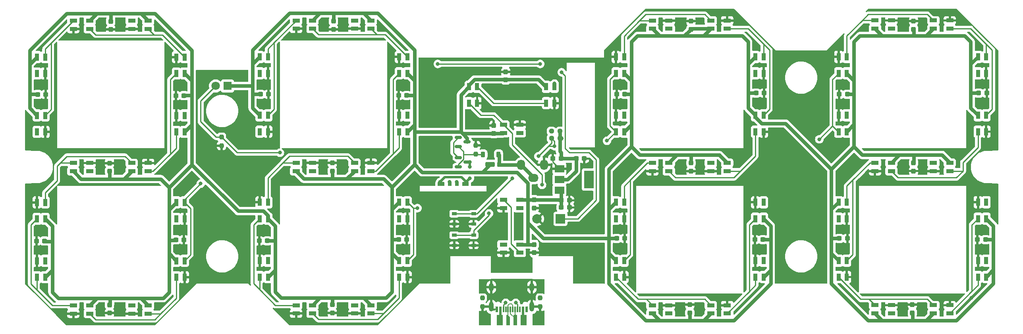
<source format=gbr>
%TF.GenerationSoftware,KiCad,Pcbnew,7.0.1*%
%TF.CreationDate,2023-07-22T19:51:58+09:00*%
%TF.ProjectId,gaming-clock,67616d69-6e67-42d6-936c-6f636b2e6b69,rev?*%
%TF.SameCoordinates,Original*%
%TF.FileFunction,Copper,L1,Top*%
%TF.FilePolarity,Positive*%
%FSLAX46Y46*%
G04 Gerber Fmt 4.6, Leading zero omitted, Abs format (unit mm)*
G04 Created by KiCad (PCBNEW 7.0.1) date 2023-07-22 19:51:58*
%MOMM*%
%LPD*%
G01*
G04 APERTURE LIST*
G04 Aperture macros list*
%AMRoundRect*
0 Rectangle with rounded corners*
0 $1 Rounding radius*
0 $2 $3 $4 $5 $6 $7 $8 $9 X,Y pos of 4 corners*
0 Add a 4 corners polygon primitive as box body*
4,1,4,$2,$3,$4,$5,$6,$7,$8,$9,$2,$3,0*
0 Add four circle primitives for the rounded corners*
1,1,$1+$1,$2,$3*
1,1,$1+$1,$4,$5*
1,1,$1+$1,$6,$7*
1,1,$1+$1,$8,$9*
0 Add four rect primitives between the rounded corners*
20,1,$1+$1,$2,$3,$4,$5,0*
20,1,$1+$1,$4,$5,$6,$7,0*
20,1,$1+$1,$6,$7,$8,$9,0*
20,1,$1+$1,$8,$9,$2,$3,0*%
G04 Aperture macros list end*
%TA.AperFunction,SMDPad,CuDef*%
%ADD10RoundRect,0.237500X-0.237500X0.250000X-0.237500X-0.250000X0.237500X-0.250000X0.237500X0.250000X0*%
%TD*%
%TA.AperFunction,ComponentPad*%
%ADD11O,1.000000X1.800000*%
%TD*%
%TA.AperFunction,ComponentPad*%
%ADD12O,1.000000X2.100000*%
%TD*%
%TA.AperFunction,SMDPad,CuDef*%
%ADD13R,0.600000X1.240000*%
%TD*%
%TA.AperFunction,SMDPad,CuDef*%
%ADD14R,0.300000X1.240000*%
%TD*%
%TA.AperFunction,SMDPad,CuDef*%
%ADD15RoundRect,0.237500X0.300000X0.237500X-0.300000X0.237500X-0.300000X-0.237500X0.300000X-0.237500X0*%
%TD*%
%TA.AperFunction,SMDPad,CuDef*%
%ADD16RoundRect,0.237500X0.237500X-0.300000X0.237500X0.300000X-0.237500X0.300000X-0.237500X-0.300000X0*%
%TD*%
%TA.AperFunction,SMDPad,CuDef*%
%ADD17RoundRect,0.150000X-0.587500X-0.150000X0.587500X-0.150000X0.587500X0.150000X-0.587500X0.150000X0*%
%TD*%
%TA.AperFunction,SMDPad,CuDef*%
%ADD18R,0.850000X1.600000*%
%TD*%
%TA.AperFunction,SMDPad,CuDef*%
%ADD19RoundRect,0.237500X-0.237500X0.300000X-0.237500X-0.300000X0.237500X-0.300000X0.237500X0.300000X0*%
%TD*%
%TA.AperFunction,SMDPad,CuDef*%
%ADD20R,1.600000X0.850000*%
%TD*%
%TA.AperFunction,SMDPad,CuDef*%
%ADD21RoundRect,0.237500X-0.300000X-0.237500X0.300000X-0.237500X0.300000X0.237500X-0.300000X0.237500X0*%
%TD*%
%TA.AperFunction,SMDPad,CuDef*%
%ADD22RoundRect,0.250000X0.750000X0.300000X-0.750000X0.300000X-0.750000X-0.300000X0.750000X-0.300000X0*%
%TD*%
%TA.AperFunction,SMDPad,CuDef*%
%ADD23RoundRect,0.200000X0.200000X0.350000X-0.200000X0.350000X-0.200000X-0.350000X0.200000X-0.350000X0*%
%TD*%
%TA.AperFunction,SMDPad,CuDef*%
%ADD24RoundRect,0.237500X0.237500X-0.250000X0.237500X0.250000X-0.237500X0.250000X-0.237500X-0.250000X0*%
%TD*%
%TA.AperFunction,SMDPad,CuDef*%
%ADD25R,2.000000X1.500000*%
%TD*%
%TA.AperFunction,SMDPad,CuDef*%
%ADD26R,2.000000X3.800000*%
%TD*%
%TA.AperFunction,SMDPad,CuDef*%
%ADD27R,1.050000X0.650000*%
%TD*%
%TA.AperFunction,SMDPad,CuDef*%
%ADD28RoundRect,0.237500X0.250000X0.237500X-0.250000X0.237500X-0.250000X-0.237500X0.250000X-0.237500X0*%
%TD*%
%TA.AperFunction,SMDPad,CuDef*%
%ADD29RoundRect,0.225000X-0.225000X-0.375000X0.225000X-0.375000X0.225000X0.375000X-0.225000X0.375000X0*%
%TD*%
%TA.AperFunction,ComponentPad*%
%ADD30R,1.800000X1.800000*%
%TD*%
%TA.AperFunction,ComponentPad*%
%ADD31C,1.800000*%
%TD*%
%TA.AperFunction,ComponentPad*%
%ADD32R,2.000000X2.000000*%
%TD*%
%TA.AperFunction,ComponentPad*%
%ADD33C,2.000000*%
%TD*%
%TA.AperFunction,ComponentPad*%
%ADD34O,2.200000X1.700000*%
%TD*%
%TA.AperFunction,ComponentPad*%
%ADD35O,1.700000X2.200000*%
%TD*%
%TA.AperFunction,ViaPad*%
%ADD36C,0.800000*%
%TD*%
%TA.AperFunction,Conductor*%
%ADD37C,0.500000*%
%TD*%
%TA.AperFunction,Conductor*%
%ADD38C,0.200000*%
%TD*%
%TA.AperFunction,Conductor*%
%ADD39C,0.250000*%
%TD*%
%TA.AperFunction,Conductor*%
%ADD40C,0.750000*%
%TD*%
G04 APERTURE END LIST*
D10*
%TO.P,R2,1*%
%TO.N,Net-(J1-CC2)*%
X164592000Y-121642500D03*
%TO.P,R2,2*%
%TO.N,GND*%
X164592000Y-123467500D03*
%TD*%
%TO.P,R1,1*%
%TO.N,Net-(J1-CC1)*%
X176911000Y-121642500D03*
%TO.P,R1,2*%
%TO.N,GND*%
X176911000Y-123467500D03*
%TD*%
D11*
%TO.P,J1,S1,SHIELD*%
%TO.N,GND*%
X166495000Y-119321000D03*
D12*
X166495000Y-123521000D03*
X175135000Y-123521000D03*
D11*
X175135000Y-119321000D03*
D13*
%TO.P,J1,B12,GND*%
X174015000Y-124121000D03*
%TO.P,J1,B9,VBUS*%
%TO.N,USB5V*%
X173215000Y-124121000D03*
D14*
%TO.P,J1,B8,SBU2*%
%TO.N,unconnected-(J1-SBU2-PadB8)*%
X172565000Y-124121000D03*
%TO.P,J1,B7,D-*%
%TO.N,D-*%
X171565000Y-124121000D03*
%TO.P,J1,B6,D+*%
%TO.N,D+*%
X170065000Y-124121000D03*
%TO.P,J1,B5,CC2*%
%TO.N,Net-(J1-CC2)*%
X169065000Y-124121000D03*
D13*
%TO.P,J1,B4,VBUS*%
%TO.N,USB5V*%
X168415000Y-124121000D03*
%TO.P,J1,B1,GND*%
%TO.N,GND*%
X167615000Y-124121000D03*
%TO.P,J1,A12,GND*%
X167615000Y-124121000D03*
%TO.P,J1,A9,VBUS*%
%TO.N,USB5V*%
X168415000Y-124121000D03*
D14*
%TO.P,J1,A8,SBU1*%
%TO.N,unconnected-(J1-SBU1-PadA8)*%
X169565000Y-124121000D03*
%TO.P,J1,A7,D-*%
%TO.N,D-*%
X170565000Y-124121000D03*
%TO.P,J1,A6,D+*%
%TO.N,D+*%
X171065000Y-124121000D03*
%TO.P,J1,A5,CC1*%
%TO.N,Net-(J1-CC1)*%
X172065000Y-124121000D03*
D13*
%TO.P,J1,A4,VBUS*%
%TO.N,USB5V*%
X173215000Y-124121000D03*
%TO.P,J1,A1,GND*%
%TO.N,GND*%
X174015000Y-124121000D03*
%TD*%
D15*
%TO.P,C501,1*%
%TO.N,+5V*%
X71220500Y-109500500D03*
%TO.P,C501,2*%
%TO.N,GND*%
X69495500Y-109500500D03*
%TD*%
%TO.P,C302,1*%
%TO.N,+5V*%
X224396500Y-109220000D03*
%TO.P,C302,2*%
%TO.N,GND*%
X222671500Y-109220000D03*
%TD*%
D16*
%TO.P,C204,1*%
%TO.N,+5V*%
X256512000Y-64348500D03*
%TO.P,C204,2*%
%TO.N,GND*%
X256512000Y-62623500D03*
%TD*%
D17*
%TO.P,Q2,1,D*%
%TO.N,Net-(Q2-D)*%
X159463500Y-87442000D03*
%TO.P,Q2,2,G*%
%TO.N,Net-(D7-K)*%
X159463500Y-89342000D03*
%TO.P,Q2,3,S*%
%TO.N,+5V*%
X161338500Y-88392000D03*
%TD*%
D18*
%TO.P,D401,1,DOUT*%
%TO.N,unconnected-(D401-DOUT-Pad1)*%
X117108000Y-73759000D03*
%TO.P,D401,2,VSS*%
%TO.N,GND*%
X118858000Y-73759000D03*
%TO.P,D401,3,DIN*%
%TO.N,Net-(D401-DIN)*%
X118858000Y-70259000D03*
%TO.P,D401,4,VDD*%
%TO.N,+5V*%
X117108000Y-70259000D03*
%TD*%
%TO.P,D311,1,DOUT*%
%TO.N,Net-(D305-DIN)*%
X193068000Y-117193000D03*
%TO.P,D311,2,VSS*%
%TO.N,GND*%
X194818000Y-117193000D03*
%TO.P,D311,3,DIN*%
%TO.N,Net-(D309-DOUT)*%
X194818000Y-113693000D03*
%TO.P,D311,4,VDD*%
%TO.N,+5V*%
X193068000Y-113693000D03*
%TD*%
D15*
%TO.P,C507,1*%
%TO.N,+5V*%
X100938500Y-78512500D03*
%TO.P,C507,2*%
%TO.N,GND*%
X99213500Y-78512500D03*
%TD*%
D18*
%TO.P,D414,1,DOUT*%
%TO.N,Net-(D407-DIN)*%
X146826000Y-117193000D03*
%TO.P,D414,2,VSS*%
%TO.N,GND*%
X148576000Y-117193000D03*
%TO.P,D414,3,DIN*%
%TO.N,/Sheetname: 7-Segment-ARGB2/DIN*%
X148576000Y-113693000D03*
%TO.P,D414,4,VDD*%
%TO.N,+5V*%
X146826000Y-113693000D03*
%TD*%
%TO.P,D214,1,DOUT*%
%TO.N,Net-(D207-DIN)*%
X242274000Y-70245000D03*
%TO.P,D214,2,VSS*%
%TO.N,GND*%
X240524000Y-70245000D03*
%TO.P,D214,3,DIN*%
%TO.N,/Sheetname: 7-Segment-ARGB/DIN*%
X240524000Y-73745000D03*
%TO.P,D214,4,VDD*%
%TO.N,+5V*%
X242274000Y-73745000D03*
%TD*%
%TO.P,D301,1,DOUT*%
%TO.N,unconnected-(D301-DOUT-Pad1)*%
X224536000Y-113693000D03*
%TO.P,D301,2,VSS*%
%TO.N,GND*%
X222786000Y-113693000D03*
%TO.P,D301,3,DIN*%
%TO.N,Net-(D301-DIN)*%
X222786000Y-117193000D03*
%TO.P,D301,4,VDD*%
%TO.N,+5V*%
X224536000Y-117193000D03*
%TD*%
D15*
%TO.P,C202,1*%
%TO.N,+5V*%
X271852500Y-109206000D03*
%TO.P,C202,2*%
%TO.N,GND*%
X270127500Y-109206000D03*
%TD*%
D19*
%TO.P,C504,1*%
%TO.N,+5V*%
X85090000Y-123116000D03*
%TO.P,C504,2*%
%TO.N,GND*%
X85090000Y-124841000D03*
%TD*%
%TO.P,C505,1*%
%TO.N,+5V*%
X85344000Y-62664000D03*
%TO.P,C505,2*%
%TO.N,GND*%
X85344000Y-64389000D03*
%TD*%
D20*
%TO.P,D407,1,DOUT*%
%TO.N,Net-(D403-DIN)*%
X124869000Y-123204000D03*
%TO.P,D407,2,VSS*%
%TO.N,GND*%
X124869000Y-124954000D03*
%TO.P,D407,3,DIN*%
%TO.N,Net-(D407-DIN)*%
X128369000Y-124954000D03*
%TO.P,D407,4,VDD*%
%TO.N,+5V*%
X128369000Y-123204000D03*
%TD*%
D18*
%TO.P,D501,1,DOUT*%
%TO.N,unconnected-(D501-DOUT-Pad1)*%
X69610000Y-73785500D03*
%TO.P,D501,2,VSS*%
%TO.N,GND*%
X71360000Y-73785500D03*
%TO.P,D501,3,DIN*%
%TO.N,Net-(D501-DIN)*%
X71360000Y-70285500D03*
%TO.P,D501,4,VDD*%
%TO.N,+5V*%
X69610000Y-70285500D03*
%TD*%
%TO.P,D303,1,DOUT*%
%TO.N,Net-(D303-DOUT)*%
X222786000Y-86205000D03*
%TO.P,D303,2,VSS*%
%TO.N,GND*%
X224536000Y-86205000D03*
%TO.P,D303,3,DIN*%
%TO.N,Net-(D303-DIN)*%
X224536000Y-82705000D03*
%TO.P,D303,4,VDD*%
%TO.N,+5V*%
X222786000Y-82705000D03*
%TD*%
D20*
%TO.P,D409,1,DOUT*%
%TO.N,Net-(D409-DOUT)*%
X140815000Y-94601000D03*
%TO.P,D409,2,VSS*%
%TO.N,GND*%
X140815000Y-92851000D03*
%TO.P,D409,3,DIN*%
%TO.N,Net-(D403-DOUT)*%
X137315000Y-92851000D03*
%TO.P,D409,4,VDD*%
%TO.N,+5V*%
X137315000Y-94601000D03*
%TD*%
D21*
%TO.P,C3,1*%
%TO.N,+3.3V*%
X184557500Y-91948000D03*
%TO.P,C3,2*%
%TO.N,GND*%
X186282500Y-91948000D03*
%TD*%
D22*
%TO.P,D6,1,K*%
%TO.N,+5V*%
X166228000Y-93218000D03*
D23*
%TO.P,D6,2,A*%
%TO.N,DC5V*%
X168128000Y-93218000D03*
%TD*%
D18*
%TO.P,D211,1,DOUT*%
%TO.N,Net-(D205-DIN)*%
X240524000Y-117179000D03*
%TO.P,D211,2,VSS*%
%TO.N,GND*%
X242274000Y-117179000D03*
%TO.P,D211,3,DIN*%
%TO.N,Net-(D209-DOUT)*%
X242274000Y-113679000D03*
%TO.P,D211,4,VDD*%
%TO.N,+5V*%
X240524000Y-113679000D03*
%TD*%
D24*
%TO.P,R4,1*%
%TO.N,Net-(D7-K)*%
X163195000Y-90955500D03*
%TO.P,R4,2*%
%TO.N,GND*%
X163195000Y-89130500D03*
%TD*%
D20*
%TO.P,D4,1,DOUT*%
%TO.N,Net-(D4-DOUT)*%
X169065000Y-100725000D03*
%TO.P,D4,2,VSS*%
%TO.N,GND*%
X169065000Y-102475000D03*
%TO.P,D4,3,DIN*%
%TO.N,Net-(D1-DOUT)*%
X172565000Y-102475000D03*
%TO.P,D4,4,VDD*%
%TO.N,+5V*%
X172565000Y-100725000D03*
%TD*%
D18*
%TO.P,D302,1,DOUT*%
%TO.N,unconnected-(D302-DOUT-Pad1)*%
X224536000Y-101247000D03*
%TO.P,D302,2,VSS*%
%TO.N,GND*%
X222786000Y-101247000D03*
%TO.P,D302,3,DIN*%
%TO.N,Net-(D301-DIN)*%
X222786000Y-104747000D03*
%TO.P,D302,4,VDD*%
%TO.N,+5V*%
X224536000Y-104747000D03*
%TD*%
D20*
%TO.P,D408,1,DOUT*%
%TO.N,unconnected-(D408-DOUT-Pad1)*%
X137315000Y-62498000D03*
%TO.P,D408,2,VSS*%
%TO.N,GND*%
X137315000Y-64248000D03*
%TO.P,D408,3,DIN*%
%TO.N,Net-(D405-DIN)*%
X140815000Y-64248000D03*
%TO.P,D408,4,VDD*%
%TO.N,+5V*%
X140815000Y-62498000D03*
%TD*%
D25*
%TO.P,U2,1,GND*%
%TO.N,GND*%
X181000000Y-94093000D03*
%TO.P,U2,2,VO*%
%TO.N,+3.3V*%
X181000000Y-96393000D03*
%TO.P,U2,3,VI*%
%TO.N,+5V*%
X181000000Y-98693000D03*
D26*
%TO.P,U2,4*%
%TO.N,N/C*%
X187300000Y-96393000D03*
%TD*%
D18*
%TO.P,D511,1,DOUT*%
%TO.N,Net-(D505-DIN)*%
X101078000Y-70285500D03*
%TO.P,D511,2,VSS*%
%TO.N,GND*%
X99328000Y-70285500D03*
%TO.P,D511,3,DIN*%
%TO.N,Net-(D509-DOUT)*%
X99328000Y-73785500D03*
%TO.P,D511,4,VDD*%
%TO.N,+5V*%
X101078000Y-73785500D03*
%TD*%
D15*
%TO.P,C306,1*%
%TO.N,+5V*%
X194932500Y-78232000D03*
%TO.P,C306,2*%
%TO.N,GND*%
X193207500Y-78232000D03*
%TD*%
D16*
%TO.P,C8,1*%
%TO.N,+5V*%
X167005000Y-86587500D03*
%TO.P,C8,2*%
%TO.N,GND*%
X167005000Y-84862500D03*
%TD*%
D17*
%TO.P,Q3,1,D*%
%TO.N,Net-(Q2-D)*%
X159463500Y-91760000D03*
%TO.P,Q3,2,G*%
%TO.N,Net-(D7-K)*%
X159463500Y-93660000D03*
%TO.P,Q3,3,S*%
%TO.N,USB5V*%
X161338500Y-92710000D03*
%TD*%
D21*
%TO.P,C1,1*%
%TO.N,+5V*%
X181382500Y-102362000D03*
%TO.P,C1,2*%
%TO.N,GND*%
X183107500Y-102362000D03*
%TD*%
D20*
%TO.P,D208,1,DOUT*%
%TO.N,unconnected-(D208-DOUT-Pad1)*%
X251785000Y-124940000D03*
%TO.P,D208,2,VSS*%
%TO.N,GND*%
X251785000Y-123190000D03*
%TO.P,D208,3,DIN*%
%TO.N,Net-(D205-DIN)*%
X248285000Y-123190000D03*
%TO.P,D208,4,VDD*%
%TO.N,+5V*%
X248285000Y-124940000D03*
%TD*%
D27*
%TO.P,SW1,1,1*%
%TO.N,Net-(U1-EN{slash}CHIP_PU)*%
X158580000Y-108272000D03*
X162730000Y-108272000D03*
%TO.P,SW1,2,2*%
%TO.N,GND*%
X158580000Y-110422000D03*
X162705000Y-110422000D03*
%TD*%
D20*
%TO.P,D206,1,DOUT*%
%TO.N,unconnected-(D206-DOUT-Pad1)*%
X260731000Y-92837000D03*
%TO.P,D206,2,VSS*%
%TO.N,GND*%
X260731000Y-94587000D03*
%TO.P,D206,3,DIN*%
%TO.N,Net-(D203-DOUT)*%
X264231000Y-94587000D03*
%TO.P,D206,4,VDD*%
%TO.N,+5V*%
X264231000Y-92837000D03*
%TD*%
D21*
%TO.P,C406,1*%
%TO.N,+5V*%
X146711500Y-109220000D03*
%TO.P,C406,2*%
%TO.N,GND*%
X148436500Y-109220000D03*
%TD*%
D18*
%TO.P,D512,1,DOUT*%
%TO.N,unconnected-(D512-DOUT-Pad1)*%
X101078000Y-82731500D03*
%TO.P,D512,2,VSS*%
%TO.N,GND*%
X99328000Y-82731500D03*
%TO.P,D512,3,DIN*%
%TO.N,Net-(D509-DOUT)*%
X99328000Y-86231500D03*
%TO.P,D512,4,VDD*%
%TO.N,+5V*%
X101078000Y-86231500D03*
%TD*%
%TO.P,D201,1,DOUT*%
%TO.N,unconnected-(D201-DOUT-Pad1)*%
X271992000Y-113679000D03*
%TO.P,D201,2,VSS*%
%TO.N,GND*%
X270242000Y-113679000D03*
%TO.P,D201,3,DIN*%
%TO.N,Net-(D201-DIN)*%
X270242000Y-117179000D03*
%TO.P,D201,4,VDD*%
%TO.N,+5V*%
X271992000Y-117179000D03*
%TD*%
D21*
%TO.P,C502,1*%
%TO.N,+5V*%
X69749500Y-78258500D03*
%TO.P,C502,2*%
%TO.N,GND*%
X71474500Y-78258500D03*
%TD*%
D20*
%TO.P,D506,1,DOUT*%
%TO.N,unconnected-(D506-DOUT-Pad1)*%
X80871000Y-94627500D03*
%TO.P,D506,2,VSS*%
%TO.N,GND*%
X80871000Y-92877500D03*
%TO.P,D506,3,DIN*%
%TO.N,Net-(D503-DOUT)*%
X77371000Y-92877500D03*
%TO.P,D506,4,VDD*%
%TO.N,+5V*%
X77371000Y-94627500D03*
%TD*%
D28*
%TO.P,R5,1*%
%TO.N,+3.3V*%
X181149000Y-87630000D03*
%TO.P,R5,2*%
%TO.N,Net-(U1-EN{slash}CHIP_PU)*%
X179324000Y-87630000D03*
%TD*%
D19*
%TO.P,C404,1*%
%TO.N,+5V*%
X132588000Y-123089500D03*
%TO.P,C404,2*%
%TO.N,GND*%
X132588000Y-124814500D03*
%TD*%
D20*
%TO.P,D308,1,DOUT*%
%TO.N,unconnected-(D308-DOUT-Pad1)*%
X204329000Y-124954000D03*
%TO.P,D308,2,VSS*%
%TO.N,GND*%
X204329000Y-123204000D03*
%TO.P,D308,3,DIN*%
%TO.N,Net-(D305-DIN)*%
X200829000Y-123204000D03*
%TO.P,D308,4,VDD*%
%TO.N,+5V*%
X200829000Y-124954000D03*
%TD*%
D21*
%TO.P,C2,1*%
%TO.N,+5V*%
X181382500Y-100838000D03*
%TO.P,C2,2*%
%TO.N,GND*%
X183107500Y-100838000D03*
%TD*%
D20*
%TO.P,D307,1,DOUT*%
%TO.N,Net-(D303-DIN)*%
X216775000Y-64248000D03*
%TO.P,D307,2,VSS*%
%TO.N,GND*%
X216775000Y-62498000D03*
%TO.P,D307,3,DIN*%
%TO.N,Net-(D307-DIN)*%
X213275000Y-62498000D03*
%TO.P,D307,4,VDD*%
%TO.N,+5V*%
X213275000Y-64248000D03*
%TD*%
%TO.P,D205,1,DOUT*%
%TO.N,Net-(D201-DIN)*%
X264231000Y-124940000D03*
%TO.P,D205,2,VSS*%
%TO.N,GND*%
X264231000Y-123190000D03*
%TO.P,D205,3,DIN*%
%TO.N,Net-(D205-DIN)*%
X260731000Y-123190000D03*
%TO.P,D205,4,VDD*%
%TO.N,+5V*%
X260731000Y-124940000D03*
%TD*%
D18*
%TO.P,D403,1,DOUT*%
%TO.N,Net-(D403-DOUT)*%
X118858000Y-101247000D03*
%TO.P,D403,2,VSS*%
%TO.N,GND*%
X117108000Y-101247000D03*
%TO.P,D403,3,DIN*%
%TO.N,Net-(D403-DIN)*%
X117108000Y-104747000D03*
%TO.P,D403,4,VDD*%
%TO.N,+5V*%
X118858000Y-104747000D03*
%TD*%
D20*
%TO.P,D305,1,DOUT*%
%TO.N,Net-(D301-DIN)*%
X216775000Y-124954000D03*
%TO.P,D305,2,VSS*%
%TO.N,GND*%
X216775000Y-123204000D03*
%TO.P,D305,3,DIN*%
%TO.N,Net-(D305-DIN)*%
X213275000Y-123204000D03*
%TO.P,D305,4,VDD*%
%TO.N,+5V*%
X213275000Y-124954000D03*
%TD*%
D18*
%TO.P,D312,1,DOUT*%
%TO.N,unconnected-(D312-DOUT-Pad1)*%
X193068000Y-104747000D03*
%TO.P,D312,2,VSS*%
%TO.N,GND*%
X194818000Y-104747000D03*
%TO.P,D312,3,DIN*%
%TO.N,Net-(D309-DOUT)*%
X194818000Y-101247000D03*
%TO.P,D312,4,VDD*%
%TO.N,+5V*%
X193068000Y-101247000D03*
%TD*%
%TO.P,D213,1,DOUT*%
%TO.N,unconnected-(D213-DOUT-Pad1)*%
X242274000Y-82691000D03*
%TO.P,D213,2,VSS*%
%TO.N,GND*%
X240524000Y-82691000D03*
%TO.P,D213,3,DIN*%
%TO.N,/Sheetname: 7-Segment-ARGB/DIN*%
X240524000Y-86191000D03*
%TO.P,D213,4,VDD*%
%TO.N,+5V*%
X242274000Y-86191000D03*
%TD*%
D16*
%TO.P,C305,1*%
%TO.N,+5V*%
X208802000Y-124814500D03*
%TO.P,C305,2*%
%TO.N,GND*%
X208802000Y-123089500D03*
%TD*%
D18*
%TO.P,D411,1,DOUT*%
%TO.N,Net-(D405-DIN)*%
X148576000Y-70259000D03*
%TO.P,D411,2,VSS*%
%TO.N,GND*%
X146826000Y-70259000D03*
%TO.P,D411,3,DIN*%
%TO.N,Net-(D409-DOUT)*%
X146826000Y-73759000D03*
%TO.P,D411,4,VDD*%
%TO.N,+5V*%
X148576000Y-73759000D03*
%TD*%
D20*
%TO.P,D507,1,DOUT*%
%TO.N,Net-(D503-DIN)*%
X77371000Y-123230500D03*
%TO.P,D507,2,VSS*%
%TO.N,GND*%
X77371000Y-124980500D03*
%TO.P,D507,3,DIN*%
%TO.N,Net-(D507-DIN)*%
X80871000Y-124980500D03*
%TO.P,D507,4,VDD*%
%TO.N,+5V*%
X80871000Y-123230500D03*
%TD*%
D21*
%TO.P,C301,1*%
%TO.N,+5V*%
X222925500Y-77978000D03*
%TO.P,C301,2*%
%TO.N,GND*%
X224650500Y-77978000D03*
%TD*%
D18*
%TO.P,D314,1,DOUT*%
%TO.N,Net-(D307-DIN)*%
X194818000Y-70259000D03*
%TO.P,D314,2,VSS*%
%TO.N,GND*%
X193068000Y-70259000D03*
%TO.P,D314,3,DIN*%
%TO.N,/Sheetname: 7-Segment-ARGB1/DIN*%
X193068000Y-73759000D03*
%TO.P,D314,4,VDD*%
%TO.N,+5V*%
X194818000Y-73759000D03*
%TD*%
D20*
%TO.P,D510,1,DOUT*%
%TO.N,unconnected-(D510-DOUT-Pad1)*%
X89817000Y-123230500D03*
%TO.P,D510,2,VSS*%
%TO.N,GND*%
X89817000Y-124980500D03*
%TO.P,D510,3,DIN*%
%TO.N,Net-(D507-DIN)*%
X93317000Y-124980500D03*
%TO.P,D510,4,VDD*%
%TO.N,+5V*%
X93317000Y-123230500D03*
%TD*%
%TO.P,D209,1,DOUT*%
%TO.N,Net-(D209-DOUT)*%
X248285000Y-92837000D03*
%TO.P,D209,2,VSS*%
%TO.N,GND*%
X248285000Y-94587000D03*
%TO.P,D209,3,DIN*%
%TO.N,Net-(D203-DOUT)*%
X251785000Y-94587000D03*
%TO.P,D209,4,VDD*%
%TO.N,+5V*%
X251785000Y-92837000D03*
%TD*%
D18*
%TO.P,D1,1,DOUT*%
%TO.N,Net-(D1-DOUT)*%
X161713000Y-80123000D03*
%TO.P,D1,2,VSS*%
%TO.N,GND*%
X163463000Y-80123000D03*
%TO.P,D1,3,DIN*%
%TO.N,Net-(D1-DIN)*%
X163463000Y-76623000D03*
%TO.P,D1,4,VDD*%
%TO.N,+5V*%
X161713000Y-76623000D03*
%TD*%
D19*
%TO.P,C405,1*%
%TO.N,+5V*%
X132842000Y-62637500D03*
%TO.P,C405,2*%
%TO.N,GND*%
X132842000Y-64362500D03*
%TD*%
D20*
%TO.P,D210,1,DOUT*%
%TO.N,unconnected-(D210-DOUT-Pad1)*%
X251785000Y-64234000D03*
%TO.P,D210,2,VSS*%
%TO.N,GND*%
X251785000Y-62484000D03*
%TO.P,D210,3,DIN*%
%TO.N,Net-(D207-DIN)*%
X248285000Y-62484000D03*
%TO.P,D210,4,VDD*%
%TO.N,+5V*%
X248285000Y-64234000D03*
%TD*%
%TO.P,D3,1,DOUT*%
%TO.N,unconnected-(D3-DOUT-Pad1)*%
X172565000Y-86473000D03*
%TO.P,D3,2,VSS*%
%TO.N,GND*%
X172565000Y-84723000D03*
%TO.P,D3,3,DIN*%
%TO.N,Net-(D1-DOUT)*%
X169065000Y-84723000D03*
%TO.P,D3,4,VDD*%
%TO.N,+5V*%
X169065000Y-86473000D03*
%TD*%
D16*
%TO.P,C7,1*%
%TO.N,+5V*%
X169545000Y-75157500D03*
%TO.P,C7,2*%
%TO.N,GND*%
X169545000Y-73432500D03*
%TD*%
D27*
%TO.P,SW2,1,1*%
%TO.N,GPIO9*%
X158580000Y-103700000D03*
X162730000Y-103700000D03*
%TO.P,SW2,2,2*%
%TO.N,GND*%
X158580000Y-105850000D03*
X162705000Y-105850000D03*
%TD*%
D16*
%TO.P,C205,1*%
%TO.N,+5V*%
X256258000Y-124800500D03*
%TO.P,C205,2*%
%TO.N,GND*%
X256258000Y-123075500D03*
%TD*%
D19*
%TO.P,C9,1*%
%TO.N,+5V*%
X175641000Y-100737500D03*
%TO.P,C9,2*%
%TO.N,GND*%
X175641000Y-102462500D03*
%TD*%
D18*
%TO.P,D203,1,DOUT*%
%TO.N,Net-(D203-DOUT)*%
X270242000Y-86191000D03*
%TO.P,D203,2,VSS*%
%TO.N,GND*%
X271992000Y-86191000D03*
%TO.P,D203,3,DIN*%
%TO.N,Net-(D203-DIN)*%
X271992000Y-82691000D03*
%TO.P,D203,4,VDD*%
%TO.N,+5V*%
X270242000Y-82691000D03*
%TD*%
D15*
%TO.P,C407,1*%
%TO.N,+5V*%
X148436500Y-78486000D03*
%TO.P,C407,2*%
%TO.N,GND*%
X146711500Y-78486000D03*
%TD*%
D21*
%TO.P,C201,1*%
%TO.N,+5V*%
X270381500Y-77964000D03*
%TO.P,C201,2*%
%TO.N,GND*%
X272106500Y-77964000D03*
%TD*%
D19*
%TO.P,C203,1*%
%TO.N,+5V*%
X256512000Y-92849500D03*
%TO.P,C203,2*%
%TO.N,GND*%
X256512000Y-94574500D03*
%TD*%
D21*
%TO.P,C506,1*%
%TO.N,+5V*%
X99213500Y-109246500D03*
%TO.P,C506,2*%
%TO.N,GND*%
X100938500Y-109246500D03*
%TD*%
D18*
%TO.P,D502,1,DOUT*%
%TO.N,unconnected-(D502-DOUT-Pad1)*%
X69610000Y-86231500D03*
%TO.P,D502,2,VSS*%
%TO.N,GND*%
X71360000Y-86231500D03*
%TO.P,D502,3,DIN*%
%TO.N,Net-(D501-DIN)*%
X71360000Y-82731500D03*
%TO.P,D502,4,VDD*%
%TO.N,+5V*%
X69610000Y-82731500D03*
%TD*%
D20*
%TO.P,D309,1,DOUT*%
%TO.N,Net-(D309-DOUT)*%
X200829000Y-92851000D03*
%TO.P,D309,2,VSS*%
%TO.N,GND*%
X200829000Y-94601000D03*
%TO.P,D309,3,DIN*%
%TO.N,Net-(D303-DOUT)*%
X204329000Y-94601000D03*
%TO.P,D309,4,VDD*%
%TO.N,+5V*%
X204329000Y-92851000D03*
%TD*%
D18*
%TO.P,D413,1,DOUT*%
%TO.N,unconnected-(D413-DOUT-Pad1)*%
X146826000Y-104747000D03*
%TO.P,D413,2,VSS*%
%TO.N,GND*%
X148576000Y-104747000D03*
%TO.P,D413,3,DIN*%
%TO.N,/Sheetname: 7-Segment-ARGB2/DIN*%
X148576000Y-101247000D03*
%TO.P,D413,4,VDD*%
%TO.N,+5V*%
X146826000Y-101247000D03*
%TD*%
D20*
%TO.P,D5,1,DOUT*%
%TO.N,unconnected-(D5-DOUT-Pad1)*%
X169065000Y-110250000D03*
%TO.P,D5,2,VSS*%
%TO.N,GND*%
X169065000Y-112000000D03*
%TO.P,D5,3,DIN*%
%TO.N,Net-(D4-DOUT)*%
X172565000Y-112000000D03*
%TO.P,D5,4,VDD*%
%TO.N,+5V*%
X172565000Y-110250000D03*
%TD*%
D18*
%TO.P,D204,1,DOUT*%
%TO.N,unconnected-(D204-DOUT-Pad1)*%
X270242000Y-73745000D03*
%TO.P,D204,2,VSS*%
%TO.N,GND*%
X271992000Y-73745000D03*
%TO.P,D204,3,DIN*%
%TO.N,Net-(D203-DIN)*%
X271992000Y-70245000D03*
%TO.P,D204,4,VDD*%
%TO.N,+5V*%
X270242000Y-70245000D03*
%TD*%
D19*
%TO.P,C303,1*%
%TO.N,+5V*%
X209056000Y-92863500D03*
%TO.P,C303,2*%
%TO.N,GND*%
X209056000Y-94588500D03*
%TD*%
D20*
%TO.P,D306,1,DOUT*%
%TO.N,unconnected-(D306-DOUT-Pad1)*%
X213275000Y-92851000D03*
%TO.P,D306,2,VSS*%
%TO.N,GND*%
X213275000Y-94601000D03*
%TO.P,D306,3,DIN*%
%TO.N,Net-(D303-DOUT)*%
X216775000Y-94601000D03*
%TO.P,D306,4,VDD*%
%TO.N,+5V*%
X216775000Y-92851000D03*
%TD*%
%TO.P,D410,1,DOUT*%
%TO.N,unconnected-(D410-DOUT-Pad1)*%
X137315000Y-123204000D03*
%TO.P,D410,2,VSS*%
%TO.N,GND*%
X137315000Y-124954000D03*
%TO.P,D410,3,DIN*%
%TO.N,Net-(D407-DIN)*%
X140815000Y-124954000D03*
%TO.P,D410,4,VDD*%
%TO.N,+5V*%
X140815000Y-123204000D03*
%TD*%
%TO.P,D207,1,DOUT*%
%TO.N,Net-(D203-DIN)*%
X264231000Y-64234000D03*
%TO.P,D207,2,VSS*%
%TO.N,GND*%
X264231000Y-62484000D03*
%TO.P,D207,3,DIN*%
%TO.N,Net-(D207-DIN)*%
X260731000Y-62484000D03*
%TO.P,D207,4,VDD*%
%TO.N,+5V*%
X260731000Y-64234000D03*
%TD*%
D18*
%TO.P,D503,1,DOUT*%
%TO.N,Net-(D503-DOUT)*%
X71360000Y-101273500D03*
%TO.P,D503,2,VSS*%
%TO.N,GND*%
X69610000Y-101273500D03*
%TO.P,D503,3,DIN*%
%TO.N,Net-(D503-DIN)*%
X69610000Y-104773500D03*
%TO.P,D503,4,VDD*%
%TO.N,+5V*%
X71360000Y-104773500D03*
%TD*%
D20*
%TO.P,D505,1,DOUT*%
%TO.N,Net-(D501-DIN)*%
X77371000Y-62524500D03*
%TO.P,D505,2,VSS*%
%TO.N,GND*%
X77371000Y-64274500D03*
%TO.P,D505,3,DIN*%
%TO.N,Net-(D505-DIN)*%
X80871000Y-64274500D03*
%TO.P,D505,4,VDD*%
%TO.N,+5V*%
X80871000Y-62524500D03*
%TD*%
D15*
%TO.P,C206,1*%
%TO.N,+5V*%
X242388500Y-78218000D03*
%TO.P,C206,2*%
%TO.N,GND*%
X240663500Y-78218000D03*
%TD*%
D20*
%TO.P,D508,1,DOUT*%
%TO.N,unconnected-(D508-DOUT-Pad1)*%
X89817000Y-62524500D03*
%TO.P,D508,2,VSS*%
%TO.N,GND*%
X89817000Y-64274500D03*
%TO.P,D508,3,DIN*%
%TO.N,Net-(D505-DIN)*%
X93317000Y-64274500D03*
%TO.P,D508,4,VDD*%
%TO.N,+5V*%
X93317000Y-62524500D03*
%TD*%
D21*
%TO.P,C307,1*%
%TO.N,+5V*%
X193207500Y-108966000D03*
%TO.P,C307,2*%
%TO.N,GND*%
X194932500Y-108966000D03*
%TD*%
D20*
%TO.P,D406,1,DOUT*%
%TO.N,unconnected-(D406-DOUT-Pad1)*%
X128369000Y-94601000D03*
%TO.P,D406,2,VSS*%
%TO.N,GND*%
X128369000Y-92851000D03*
%TO.P,D406,3,DIN*%
%TO.N,Net-(D403-DOUT)*%
X124869000Y-92851000D03*
%TO.P,D406,4,VDD*%
%TO.N,+5V*%
X124869000Y-94601000D03*
%TD*%
D18*
%TO.P,D304,1,DOUT*%
%TO.N,unconnected-(D304-DOUT-Pad1)*%
X222786000Y-73759000D03*
%TO.P,D304,2,VSS*%
%TO.N,GND*%
X224536000Y-73759000D03*
%TO.P,D304,3,DIN*%
%TO.N,Net-(D303-DIN)*%
X224536000Y-70259000D03*
%TO.P,D304,4,VDD*%
%TO.N,+5V*%
X222786000Y-70259000D03*
%TD*%
D29*
%TO.P,D7,1,K*%
%TO.N,Net-(D7-K)*%
X164720000Y-91059000D03*
%TO.P,D7,2,A*%
%TO.N,DC5V*%
X168020000Y-91059000D03*
%TD*%
D18*
%TO.P,D313,1,DOUT*%
%TO.N,unconnected-(D313-DOUT-Pad1)*%
X194818000Y-82705000D03*
%TO.P,D313,2,VSS*%
%TO.N,GND*%
X193068000Y-82705000D03*
%TO.P,D313,3,DIN*%
%TO.N,/Sheetname: 7-Segment-ARGB1/DIN*%
X193068000Y-86205000D03*
%TO.P,D313,4,VDD*%
%TO.N,+5V*%
X194818000Y-86205000D03*
%TD*%
D15*
%TO.P,C4,1*%
%TO.N,+3.3V*%
X181329500Y-91948000D03*
%TO.P,C4,2*%
%TO.N,GND*%
X179604500Y-91948000D03*
%TD*%
D20*
%TO.P,D310,1,DOUT*%
%TO.N,unconnected-(D310-DOUT-Pad1)*%
X204329000Y-64248000D03*
%TO.P,D310,2,VSS*%
%TO.N,GND*%
X204329000Y-62498000D03*
%TO.P,D310,3,DIN*%
%TO.N,Net-(D307-DIN)*%
X200829000Y-62498000D03*
%TO.P,D310,4,VDD*%
%TO.N,+5V*%
X200829000Y-64248000D03*
%TD*%
D18*
%TO.P,D404,1,DOUT*%
%TO.N,unconnected-(D404-DOUT-Pad1)*%
X118858000Y-113693000D03*
%TO.P,D404,2,VSS*%
%TO.N,GND*%
X117108000Y-113693000D03*
%TO.P,D404,3,DIN*%
%TO.N,Net-(D403-DIN)*%
X117108000Y-117193000D03*
%TO.P,D404,4,VDD*%
%TO.N,+5V*%
X118858000Y-117193000D03*
%TD*%
%TO.P,D412,1,DOUT*%
%TO.N,unconnected-(D412-DOUT-Pad1)*%
X148576000Y-82705000D03*
%TO.P,D412,2,VSS*%
%TO.N,GND*%
X146826000Y-82705000D03*
%TO.P,D412,3,DIN*%
%TO.N,Net-(D409-DOUT)*%
X146826000Y-86205000D03*
%TO.P,D412,4,VDD*%
%TO.N,+5V*%
X148576000Y-86205000D03*
%TD*%
%TO.P,D513,1,DOUT*%
%TO.N,unconnected-(D513-DOUT-Pad1)*%
X99328000Y-104773500D03*
%TO.P,D513,2,VSS*%
%TO.N,GND*%
X101078000Y-104773500D03*
%TO.P,D513,3,DIN*%
%TO.N,/Sheetname: 7-Segment-ARGB3/DIN*%
X101078000Y-101273500D03*
%TO.P,D513,4,VDD*%
%TO.N,+5V*%
X99328000Y-101273500D03*
%TD*%
D16*
%TO.P,C403,1*%
%TO.N,+5V*%
X132588000Y-94588500D03*
%TO.P,C403,2*%
%TO.N,GND*%
X132588000Y-92863500D03*
%TD*%
D20*
%TO.P,D509,1,DOUT*%
%TO.N,Net-(D509-DOUT)*%
X93317000Y-94627500D03*
%TO.P,D509,2,VSS*%
%TO.N,GND*%
X93317000Y-92877500D03*
%TO.P,D509,3,DIN*%
%TO.N,Net-(D503-DOUT)*%
X89817000Y-92877500D03*
%TO.P,D509,4,VDD*%
%TO.N,+5V*%
X89817000Y-94627500D03*
%TD*%
D18*
%TO.P,D514,1,DOUT*%
%TO.N,Net-(D507-DIN)*%
X99328000Y-117219500D03*
%TO.P,D514,2,VSS*%
%TO.N,GND*%
X101078000Y-117219500D03*
%TO.P,D514,3,DIN*%
%TO.N,/Sheetname: 7-Segment-ARGB3/DIN*%
X101078000Y-113719500D03*
%TO.P,D514,4,VDD*%
%TO.N,+5V*%
X99328000Y-113719500D03*
%TD*%
D16*
%TO.P,C304,1*%
%TO.N,+5V*%
X209056000Y-64362500D03*
%TO.P,C304,2*%
%TO.N,GND*%
X209056000Y-62637500D03*
%TD*%
D18*
%TO.P,D402,1,DOUT*%
%TO.N,unconnected-(D402-DOUT-Pad1)*%
X117108000Y-86205000D03*
%TO.P,D402,2,VSS*%
%TO.N,GND*%
X118858000Y-86205000D03*
%TO.P,D402,3,DIN*%
%TO.N,Net-(D401-DIN)*%
X118858000Y-82705000D03*
%TO.P,D402,4,VDD*%
%TO.N,+5V*%
X117108000Y-82705000D03*
%TD*%
D21*
%TO.P,C402,1*%
%TO.N,+5V*%
X117247500Y-78232000D03*
%TO.P,C402,2*%
%TO.N,GND*%
X118972500Y-78232000D03*
%TD*%
D18*
%TO.P,D202,1,DOUT*%
%TO.N,unconnected-(D202-DOUT-Pad1)*%
X271992000Y-101233000D03*
%TO.P,D202,2,VSS*%
%TO.N,GND*%
X270242000Y-101233000D03*
%TO.P,D202,3,DIN*%
%TO.N,Net-(D201-DIN)*%
X270242000Y-104733000D03*
%TO.P,D202,4,VDD*%
%TO.N,+5V*%
X271992000Y-104733000D03*
%TD*%
D15*
%TO.P,C401,1*%
%TO.N,+5V*%
X118718500Y-109474000D03*
%TO.P,C401,2*%
%TO.N,GND*%
X116993500Y-109474000D03*
%TD*%
D30*
%TO.P,Q1,1,C*%
%TO.N,+5V*%
X110236000Y-76454000D03*
D31*
%TO.P,Q1,2,E*%
%TO.N,LS*%
X107696000Y-76454000D03*
%TD*%
D18*
%TO.P,D2,1,DOUT*%
%TO.N,Net-(D1-DIN)*%
X178195000Y-80109000D03*
%TO.P,D2,2,VSS*%
%TO.N,GND*%
X179945000Y-80109000D03*
%TO.P,D2,3,DIN*%
%TO.N,SIN*%
X179945000Y-76609000D03*
%TO.P,D2,4,VDD*%
%TO.N,+5V*%
X178195000Y-76609000D03*
%TD*%
D19*
%TO.P,C10,1*%
%TO.N,+5V*%
X175641000Y-110262500D03*
%TO.P,C10,2*%
%TO.N,GND*%
X175641000Y-111987500D03*
%TD*%
D20*
%TO.P,D405,1,DOUT*%
%TO.N,Net-(D401-DIN)*%
X124869000Y-62498000D03*
%TO.P,D405,2,VSS*%
%TO.N,GND*%
X124869000Y-64248000D03*
%TO.P,D405,3,DIN*%
%TO.N,Net-(D405-DIN)*%
X128369000Y-64248000D03*
%TO.P,D405,4,VDD*%
%TO.N,+5V*%
X128369000Y-62498000D03*
%TD*%
D28*
%TO.P,R6,1*%
%TO.N,+3.3V*%
X181149000Y-86106000D03*
%TO.P,R6,2*%
%TO.N,GPIO8*%
X179324000Y-86106000D03*
%TD*%
D18*
%TO.P,D212,1,DOUT*%
%TO.N,unconnected-(D212-DOUT-Pad1)*%
X240524000Y-104733000D03*
%TO.P,D212,2,VSS*%
%TO.N,GND*%
X242274000Y-104733000D03*
%TO.P,D212,3,DIN*%
%TO.N,Net-(D209-DOUT)*%
X242274000Y-101233000D03*
%TO.P,D212,4,VDD*%
%TO.N,+5V*%
X240524000Y-101233000D03*
%TD*%
D21*
%TO.P,C207,1*%
%TO.N,+5V*%
X240663500Y-108952000D03*
%TO.P,C207,2*%
%TO.N,GND*%
X242388500Y-108952000D03*
%TD*%
D18*
%TO.P,D504,1,DOUT*%
%TO.N,unconnected-(D504-DOUT-Pad1)*%
X71360000Y-113719500D03*
%TO.P,D504,2,VSS*%
%TO.N,GND*%
X69610000Y-113719500D03*
%TO.P,D504,3,DIN*%
%TO.N,Net-(D503-DIN)*%
X69610000Y-117219500D03*
%TO.P,D504,4,VDD*%
%TO.N,+5V*%
X71360000Y-117219500D03*
%TD*%
D16*
%TO.P,C503,1*%
%TO.N,+5V*%
X85090000Y-94615000D03*
%TO.P,C503,2*%
%TO.N,GND*%
X85090000Y-92890000D03*
%TD*%
D10*
%TO.P,R3,1*%
%TO.N,LS*%
X108966000Y-87352500D03*
%TO.P,R3,2*%
%TO.N,GND*%
X108966000Y-89177500D03*
%TD*%
D32*
%TO.P,LS101,1,1*%
%TO.N,SPEAK*%
X181229000Y-104775000D03*
D33*
%TO.P,LS101,2,2*%
%TO.N,GND*%
X176229000Y-104775000D03*
%TD*%
D34*
%TO.P,J2,1*%
%TO.N,DC5V*%
X175439500Y-96076000D03*
D35*
X172839500Y-93276000D03*
%TO.P,J2,2*%
%TO.N,GND*%
X177739500Y-93276000D03*
%TD*%
D36*
%TO.N,GND*%
X117729000Y-68453000D03*
X143510000Y-64389000D03*
X96139000Y-64516000D03*
X70358000Y-68453000D03*
X71120000Y-119380000D03*
X95631000Y-123571000D03*
X118745000Y-119507000D03*
X143256000Y-123444000D03*
X171831000Y-106172000D03*
X198501000Y-123571000D03*
X223901000Y-119126000D03*
X245491000Y-123190000D03*
X268859000Y-121666000D03*
X270256000Y-67564000D03*
X245491000Y-64516000D03*
X222885000Y-67437000D03*
X198120000Y-64262000D03*
X110236000Y-95250000D03*
X101219000Y-97917000D03*
X98298000Y-93599000D03*
X121920000Y-95504000D03*
X219075000Y-93218000D03*
X227965000Y-89281000D03*
X242189000Y-95123000D03*
X221361000Y-89916000D03*
X194564000Y-94996000D03*
X147066000Y-93218000D03*
X158369000Y-92710000D03*
X153416000Y-90678000D03*
%TO.N,USB5V*%
X161925000Y-96139000D03*
%TO.N,D+*%
X159131000Y-96901000D03*
%TO.N,D-*%
X157607000Y-96901000D03*
%TO.N,USB5V*%
X161925000Y-93726000D03*
X161925000Y-92710000D03*
X155575000Y-96901000D03*
X161163000Y-96901000D03*
%TO.N,GND*%
X176530000Y-126492000D03*
X165100000Y-126365000D03*
%TO.N,Net-(J1-CC1)*%
X171704000Y-122682000D03*
%TO.N,Net-(J1-CC2)*%
X169545000Y-122682000D03*
X164592000Y-121666000D03*
%TO.N,Net-(J1-CC1)*%
X176911000Y-121666000D03*
%TO.N,GND*%
X117983000Y-107188000D03*
X167386000Y-97282000D03*
X188595000Y-105791000D03*
X193802000Y-107188000D03*
X239141000Y-89789000D03*
X87249000Y-63246000D03*
X114554000Y-109474000D03*
X223647000Y-75946000D03*
X78105000Y-126619000D03*
X196469000Y-115697000D03*
X271018000Y-80137000D03*
X254635000Y-63373000D03*
X219075000Y-62611000D03*
X130683000Y-93726000D03*
X100076000Y-111125000D03*
X192405000Y-90043000D03*
X156845000Y-109347000D03*
X184658000Y-101727000D03*
X120015000Y-92710000D03*
X202565000Y-96774000D03*
X70358000Y-107442000D03*
X113665000Y-78486000D03*
X130810000Y-63500000D03*
X238125000Y-78359000D03*
X158115000Y-84455000D03*
X147447000Y-76454000D03*
X265938000Y-90805000D03*
X113284000Y-74422000D03*
X258318000Y-63246000D03*
X206756000Y-62865000D03*
X72263000Y-88392000D03*
X97536000Y-70104000D03*
X149987000Y-117221000D03*
X149479000Y-95758000D03*
X223520000Y-107188000D03*
X156845000Y-104775000D03*
X126619000Y-66040000D03*
X76835000Y-66040000D03*
X241427000Y-107442000D03*
X257937000Y-124206000D03*
X120523000Y-86106000D03*
X83439000Y-63500000D03*
X117856000Y-111506000D03*
X115189000Y-101219000D03*
X187452000Y-93345000D03*
X241427000Y-76327000D03*
X76073000Y-96647000D03*
X211328000Y-93980000D03*
X69469000Y-98806000D03*
X241427000Y-80137000D03*
X134620000Y-93853000D03*
X271018000Y-76073000D03*
X130683000Y-124206000D03*
X100203000Y-76454000D03*
X134874000Y-63373000D03*
X105029000Y-74803000D03*
X70612000Y-80391000D03*
X100076000Y-107442000D03*
X235839000Y-94107000D03*
X117983000Y-76200000D03*
X134620000Y-124079000D03*
X271018000Y-107315000D03*
X222885000Y-99060000D03*
X264033000Y-121412000D03*
X87249000Y-93726000D03*
X193802000Y-76200000D03*
X83185000Y-124206000D03*
X254508000Y-124079000D03*
X216662000Y-121285000D03*
X176530000Y-87376000D03*
X227203000Y-78105000D03*
X167640000Y-107188000D03*
X70485000Y-76327000D03*
X83312000Y-93853000D03*
X272542000Y-88773000D03*
X206883000Y-124206000D03*
X87249000Y-124206000D03*
X271018000Y-111379000D03*
X240538000Y-67818000D03*
X223774000Y-80137000D03*
X147955000Y-111506000D03*
X210947000Y-124206000D03*
X189865000Y-110617000D03*
X70485000Y-111252000D03*
X211074000Y-62738000D03*
X194056000Y-111125000D03*
X206883000Y-93853000D03*
X223647000Y-111125000D03*
X152019000Y-71628000D03*
X266573000Y-62611000D03*
X94996000Y-90805000D03*
X145034000Y-71755000D03*
X100330000Y-80645000D03*
X258318000Y-93726000D03*
X249936000Y-96774000D03*
X147701000Y-80518000D03*
X107061000Y-89154000D03*
X102870000Y-117221000D03*
X193929000Y-80264000D03*
X153797000Y-117094000D03*
X254635000Y-93726000D03*
X170815000Y-113919000D03*
X244348000Y-117221000D03*
X142875000Y-91948000D03*
X118110000Y-80391000D03*
X189992000Y-78232000D03*
X147574000Y-107061000D03*
X126619000Y-126746000D03*
X164465000Y-84582000D03*
X241300000Y-111252000D03*
X164973000Y-89027000D03*
X174625000Y-84582000D03*
X193040000Y-67691000D03*
%TO.N,+3.3V*%
X181329500Y-90651500D03*
X181483000Y-87630000D03*
%TO.N,Net-(D1-DOUT)*%
X172466000Y-102489000D03*
X177292000Y-97536000D03*
%TO.N,SIN*%
X179959000Y-75946000D03*
%TO.N,/Sheetname: 7-Segment-ARGB/DIN*%
X236410500Y-87820500D03*
%TO.N,/Sheetname: 7-Segment-ARGB1/DIN*%
X191135000Y-88138000D03*
%TO.N,/Sheetname: 7-Segment-ARGB2/DIN*%
X150749000Y-102489000D03*
%TO.N,/Sheetname: 7-Segment-ARGB3/DIN*%
X104521000Y-97282000D03*
%TO.N,LS*%
X121412000Y-90678000D03*
X176911000Y-71755000D03*
X155067000Y-71755000D03*
%TO.N,Net-(U1-EN{slash}CHIP_PU)*%
X176530000Y-91440000D03*
X165989000Y-103632000D03*
X179959000Y-89281000D03*
%TO.N,SPEAK*%
X181483000Y-73533000D03*
%TO.N,GPIO8*%
X179197000Y-86106000D03*
%TO.N,GPIO9*%
X170942000Y-96139000D03*
%TD*%
D37*
%TO.N,USB5V*%
X160147000Y-95885000D02*
X161163000Y-96901000D01*
X156591000Y-95885000D02*
X160147000Y-95885000D01*
X155575000Y-96901000D02*
X156591000Y-95885000D01*
X161163000Y-96901000D02*
X161925000Y-96139000D01*
X161925000Y-93726000D02*
X161925000Y-92710000D01*
X168148000Y-125857000D02*
X168148000Y-127000000D01*
X173482000Y-125857000D02*
X173482000Y-127000000D01*
D38*
%TO.N,D+*%
X170065000Y-124121000D02*
X170065000Y-127115000D01*
%TO.N,D-*%
X171558000Y-125984000D02*
X171565000Y-125984000D01*
X170565000Y-124991000D02*
X171558000Y-125984000D01*
X171565000Y-125984000D02*
X171565000Y-127115000D01*
X171565000Y-124121000D02*
X171565000Y-125984000D01*
X170565000Y-124121000D02*
X170565000Y-124991000D01*
D37*
%TO.N,USB5V*%
X168415000Y-125590000D02*
X168148000Y-125857000D01*
X168415000Y-124121000D02*
X168415000Y-125590000D01*
X173482000Y-125730000D02*
X173482000Y-125857000D01*
X173215000Y-125463000D02*
X173482000Y-125730000D01*
X173215000Y-124121000D02*
X173215000Y-125463000D01*
D38*
%TO.N,D-*%
X171535000Y-124121000D02*
X171515000Y-124141000D01*
X171565000Y-124121000D02*
X171535000Y-124121000D01*
D39*
%TO.N,Net-(J1-CC1)*%
X172065000Y-123043000D02*
X171704000Y-122682000D01*
X172065000Y-124121000D02*
X172065000Y-123043000D01*
%TO.N,Net-(J1-CC2)*%
X169065000Y-123162000D02*
X169545000Y-122682000D01*
X169065000Y-124121000D02*
X169065000Y-123162000D01*
D38*
%TO.N,D+*%
X170065000Y-123251000D02*
X170065000Y-124121000D01*
X170380000Y-122936000D02*
X170065000Y-123251000D01*
X170750000Y-122936000D02*
X170380000Y-122936000D01*
X171065000Y-123251000D02*
X170750000Y-122936000D01*
X171065000Y-124121000D02*
X171065000Y-123251000D01*
D40*
%TO.N,+5V*%
X150114000Y-68834000D02*
X142240000Y-60960000D01*
X181282000Y-100737500D02*
X181382500Y-100838000D01*
X132588000Y-121666000D02*
X132588000Y-123089500D01*
X160017305Y-86233000D02*
X150114000Y-86233000D01*
X145288000Y-109220000D02*
X145288000Y-103886000D01*
X243812000Y-78232000D02*
X242402500Y-78232000D01*
X146826000Y-113693000D02*
X145288000Y-112155000D01*
X267434000Y-65772000D02*
X256540000Y-65772000D01*
X99328000Y-113719500D02*
X97790000Y-112181500D01*
X132842000Y-60960000D02*
X123444000Y-60960000D01*
X194818000Y-86205000D02*
X196356000Y-84667000D01*
X145288000Y-109220000D02*
X146711500Y-109220000D01*
X198134000Y-91186000D02*
X209042000Y-91186000D01*
X72898000Y-109601000D02*
X71321000Y-109601000D01*
X221248000Y-77978000D02*
X221248000Y-67056000D01*
X191530000Y-108966000D02*
X191530000Y-118618000D01*
X68072000Y-78232000D02*
X69723000Y-78232000D01*
X270367500Y-77978000D02*
X270381500Y-77964000D01*
X256286000Y-126478000D02*
X265656000Y-126478000D01*
X209170500Y-64248000D02*
X209056000Y-64362500D01*
X222786000Y-83080000D02*
X224161000Y-84455000D01*
X226074000Y-109220000D02*
X224396500Y-109220000D01*
X150114000Y-78486000D02*
X148436500Y-78486000D01*
X150114000Y-93218000D02*
X150114000Y-86233000D01*
X226074000Y-106285000D02*
X224536000Y-104747000D01*
X120396000Y-106285000D02*
X120396000Y-109474000D01*
X168950500Y-86587500D02*
X169065000Y-86473000D01*
X102616000Y-93244500D02*
X102616000Y-78486000D01*
X174242500Y-110262500D02*
X175641000Y-110262500D01*
X265656000Y-126478000D02*
X273530000Y-118604000D01*
X164577000Y-94869000D02*
X171967246Y-94869000D01*
X221248000Y-67056000D02*
X219978000Y-65786000D01*
X222786000Y-82705000D02*
X222786000Y-83080000D01*
X167005000Y-86587500D02*
X168950500Y-86587500D01*
X102616000Y-68860500D02*
X94742000Y-60986500D01*
X100965000Y-78486000D02*
X100938500Y-78512500D01*
X97790000Y-120422500D02*
X97790000Y-109347000D01*
X97790000Y-109347000D02*
X99113000Y-109347000D01*
X175641000Y-100737500D02*
X181282000Y-100737500D01*
X140815000Y-123204000D02*
X139277000Y-121666000D01*
X196356000Y-89408000D02*
X191530000Y-94234000D01*
X271866500Y-109220000D02*
X271852500Y-109206000D01*
X85090000Y-96292500D02*
X78994000Y-96292500D01*
X150114000Y-78486000D02*
X150114000Y-68834000D01*
X238986000Y-118604000D02*
X246860000Y-126478000D01*
X145288000Y-120396000D02*
X145288000Y-109220000D01*
X120396000Y-109474000D02*
X118718500Y-109474000D01*
X164577000Y-94869000D02*
X151765000Y-94869000D01*
X71360000Y-104773500D02*
X72898000Y-106311500D01*
X273530000Y-106271000D02*
X271992000Y-104733000D01*
X97790000Y-109347000D02*
X97790000Y-103912500D01*
X216775000Y-92851000D02*
X215110000Y-91186000D01*
X202960000Y-65786000D02*
X197626000Y-65786000D01*
X72898000Y-109601000D02*
X72898000Y-120422500D01*
X85217000Y-121692500D02*
X91186000Y-121692500D01*
X181382500Y-100838000D02*
X181382500Y-99075500D01*
X221248000Y-77978000D02*
X222925500Y-77978000D01*
X256540000Y-91172000D02*
X262608000Y-91172000D01*
X222786000Y-82705000D02*
X221248000Y-81167000D01*
X196356000Y-84667000D02*
X196356000Y-81026000D01*
X132588000Y-96266000D02*
X132588000Y-94588500D01*
X85217000Y-121692500D02*
X85217000Y-122989000D01*
X245590000Y-91172000D02*
X256540000Y-91172000D01*
X268704000Y-67042000D02*
X267434000Y-65772000D01*
X72898000Y-120422500D02*
X74168000Y-121692500D01*
X181382500Y-100838000D02*
X181382500Y-102362000D01*
X115570000Y-68834000D02*
X115570000Y-76454000D01*
X142240000Y-60960000D02*
X132842000Y-60960000D01*
X240649500Y-108966000D02*
X240663500Y-108952000D01*
X96012000Y-96292500D02*
X85090000Y-96292500D01*
X209056000Y-64362500D02*
X207632500Y-65786000D01*
X128369000Y-123204000D02*
X129907000Y-121666000D01*
X80871000Y-123230500D02*
X82409000Y-121692500D01*
X85217000Y-122989000D02*
X85090000Y-123116000D01*
X118858000Y-104122000D02*
X117860000Y-103124000D01*
X118858000Y-104747000D02*
X120396000Y-106285000D01*
X213275000Y-64248000D02*
X209170500Y-64248000D01*
X97790000Y-103912500D02*
X97790000Y-98070500D01*
X174230000Y-110250000D02*
X172565000Y-110250000D01*
X256540000Y-65772000D02*
X250416000Y-65772000D01*
X213275000Y-64248000D02*
X211737000Y-65786000D01*
X115570000Y-81167000D02*
X117108000Y-82705000D01*
X89817000Y-94627500D02*
X88152000Y-96292500D01*
X240524000Y-113679000D02*
X238986000Y-112141000D01*
X145288000Y-103886000D02*
X145288000Y-98044000D01*
X245082000Y-65772000D02*
X243812000Y-67042000D01*
X176530000Y-75057000D02*
X178082000Y-76609000D01*
X248285000Y-64234000D02*
X249823000Y-65772000D01*
X264231000Y-92837000D02*
X262566000Y-91172000D01*
X148576000Y-73759000D02*
X150114000Y-75297000D01*
X256540000Y-64376500D02*
X256512000Y-64348500D01*
X172565000Y-100725000D02*
X175628500Y-100725000D01*
X196356000Y-78232000D02*
X196356000Y-83566000D01*
X243812000Y-83552000D02*
X243812000Y-89394000D01*
X200829000Y-124954000D02*
X202367000Y-126492000D01*
X93317000Y-62524500D02*
X91779000Y-60986500D01*
X209042000Y-91186000D02*
X215152000Y-91186000D01*
X115570000Y-76454000D02*
X115570000Y-78232000D01*
X102616000Y-78486000D02*
X102616000Y-68860500D01*
X219978000Y-65786000D02*
X202960000Y-65786000D01*
X270242000Y-82691000D02*
X268704000Y-81153000D01*
X96520000Y-121692500D02*
X97790000Y-120422500D01*
X148576000Y-86205000D02*
X150114000Y-84667000D01*
X200829000Y-64248000D02*
X202367000Y-65786000D01*
X174244000Y-105664000D02*
X177546000Y-108966000D01*
X68072000Y-68860500D02*
X68072000Y-78232000D01*
X120396000Y-120396000D02*
X121666000Y-121666000D01*
X242274000Y-86191000D02*
X243812000Y-84653000D01*
X120396000Y-109474000D02*
X120396000Y-120396000D01*
X260731000Y-64234000D02*
X259193000Y-65772000D01*
X196356000Y-89408000D02*
X198134000Y-91186000D01*
X161338500Y-87554195D02*
X160017305Y-86233000D01*
X243812000Y-67042000D02*
X243812000Y-78232000D01*
X115570000Y-78232000D02*
X115570000Y-81167000D01*
X97790000Y-98070500D02*
X96012000Y-96292500D01*
X124869000Y-94601000D02*
X126534000Y-96266000D01*
X260731000Y-124940000D02*
X259193000Y-126478000D01*
X140815000Y-62498000D02*
X139277000Y-60960000D01*
X213275000Y-124954000D02*
X211737000Y-126492000D01*
X145288000Y-98044000D02*
X150114000Y-93218000D01*
X115570000Y-78232000D02*
X117247500Y-78232000D01*
X181382500Y-99075500D02*
X181000000Y-98693000D01*
X204329000Y-92851000D02*
X205994000Y-91186000D01*
X118858000Y-104747000D02*
X118858000Y-104122000D01*
X69723000Y-78232000D02*
X69749500Y-78258500D01*
X218200000Y-126492000D02*
X226074000Y-118618000D01*
X246860000Y-126478000D02*
X256286000Y-126478000D01*
X161338500Y-88392000D02*
X161338500Y-87554195D01*
X242402500Y-78232000D02*
X242388500Y-78218000D01*
X208788000Y-126492000D02*
X218200000Y-126492000D01*
X268704000Y-77978000D02*
X268704000Y-67042000D01*
X138684000Y-121666000D02*
X144018000Y-121666000D01*
X102616000Y-78486000D02*
X100965000Y-78486000D01*
X132588000Y-121666000D02*
X138684000Y-121666000D01*
X68072000Y-78232000D02*
X68072000Y-81193500D01*
X193068000Y-113693000D02*
X191530000Y-112155000D01*
X99328000Y-101273500D02*
X97790000Y-102811500D01*
X273530000Y-118604000D02*
X273530000Y-109220000D01*
X240524000Y-101233000D02*
X238986000Y-102771000D01*
X171967246Y-94869000D02*
X174244000Y-97145754D01*
X85090000Y-96292500D02*
X85090000Y-94615000D01*
X256286000Y-124828500D02*
X256258000Y-124800500D01*
X77371000Y-94627500D02*
X79036000Y-96292500D01*
X248285000Y-124940000D02*
X249823000Y-126478000D01*
X174230000Y-110250000D02*
X174242500Y-110262500D01*
X222786000Y-70259000D02*
X221248000Y-71797000D01*
X224536000Y-117193000D02*
X226074000Y-115655000D01*
X121666000Y-121666000D02*
X132588000Y-121666000D01*
X137315000Y-94601000D02*
X135650000Y-96266000D01*
X197626000Y-65786000D02*
X196356000Y-67056000D01*
X242274000Y-73745000D02*
X243812000Y-75283000D01*
X71360000Y-117219500D02*
X72898000Y-115681500D01*
X208788000Y-124828500D02*
X208802000Y-124814500D01*
X209042000Y-91186000D02*
X209042000Y-92849500D01*
X174244000Y-97145754D02*
X174244000Y-105664000D01*
X99113000Y-109347000D02*
X99213500Y-109246500D01*
X229221000Y-84455000D02*
X238986000Y-94220000D01*
X93317000Y-123230500D02*
X91779000Y-121692500D01*
X160017305Y-86233000D02*
X160017305Y-78318695D01*
X194818000Y-73759000D02*
X196356000Y-75297000D01*
X191530000Y-94234000D02*
X191530000Y-108966000D01*
X143510000Y-96266000D02*
X132588000Y-96266000D01*
X256540000Y-92821500D02*
X256512000Y-92849500D01*
X174244000Y-105664000D02*
X174244000Y-110236000D01*
X177546000Y-108966000D02*
X191530000Y-108966000D01*
X256540000Y-65772000D02*
X256540000Y-64376500D01*
X243812000Y-89394000D02*
X245590000Y-91172000D01*
X256286000Y-126478000D02*
X256286000Y-124828500D01*
X224161000Y-84455000D02*
X229221000Y-84455000D01*
X110236000Y-76454000D02*
X115570000Y-76454000D01*
X273530000Y-109220000D02*
X273530000Y-106271000D01*
X97790000Y-98070500D02*
X102616000Y-93244500D01*
X243812000Y-78232000D02*
X243812000Y-83552000D01*
X69610000Y-70285500D02*
X68072000Y-71823500D01*
X270242000Y-70245000D02*
X268704000Y-71783000D01*
X160017305Y-78318695D02*
X161713000Y-76623000D01*
X91186000Y-121692500D02*
X96520000Y-121692500D01*
X146826000Y-101247000D02*
X145288000Y-102785000D01*
X160017305Y-86233000D02*
X160371805Y-86587500D01*
X208788000Y-126492000D02*
X208788000Y-124828500D01*
X80871000Y-62524500D02*
X82409000Y-60986500D01*
X112495500Y-103124000D02*
X102616000Y-93244500D01*
X145288000Y-102785000D02*
X145288000Y-106426000D01*
X151765000Y-94869000D02*
X150114000Y-93218000D01*
X71321000Y-109601000D02*
X71220500Y-109500500D01*
X268704000Y-77978000D02*
X270367500Y-77978000D01*
X256540000Y-91172000D02*
X256540000Y-92821500D01*
X238986000Y-108966000D02*
X238986000Y-118604000D01*
X207632500Y-65786000D02*
X202960000Y-65786000D01*
X117860000Y-103124000D02*
X112495500Y-103124000D01*
X243812000Y-84653000D02*
X243812000Y-81012000D01*
X74168000Y-121692500D02*
X85217000Y-121692500D01*
X160371805Y-86587500D02*
X167005000Y-86587500D01*
X238986000Y-108966000D02*
X240649500Y-108966000D01*
X243812000Y-89394000D02*
X238986000Y-94220000D01*
X226074000Y-118618000D02*
X226074000Y-109220000D01*
X85344000Y-60986500D02*
X85344000Y-62664000D01*
X193068000Y-101247000D02*
X191530000Y-102785000D01*
X238986000Y-94220000D02*
X238986000Y-108966000D01*
X145288000Y-98044000D02*
X143510000Y-96266000D01*
X85344000Y-60986500D02*
X75946000Y-60986500D01*
X162904000Y-75057000D02*
X176530000Y-75057000D01*
X128369000Y-62498000D02*
X129907000Y-60960000D01*
X250416000Y-65772000D02*
X245082000Y-65772000D01*
X75946000Y-60986500D02*
X68072000Y-68860500D01*
X191530000Y-118618000D02*
X199404000Y-126492000D01*
X118858000Y-117193000D02*
X120396000Y-115655000D01*
X132588000Y-96266000D02*
X126492000Y-96266000D01*
X196356000Y-78232000D02*
X194932500Y-78232000D01*
X94742000Y-60986500D02*
X85344000Y-60986500D01*
X166228000Y-93218000D02*
X164577000Y-94869000D01*
X196356000Y-67056000D02*
X196356000Y-78232000D01*
X97790000Y-102811500D02*
X97790000Y-106452500D01*
X132842000Y-60960000D02*
X132842000Y-62637500D01*
X101078000Y-86231500D02*
X102616000Y-84693500D01*
X101078000Y-73785500D02*
X102616000Y-75323500D01*
X117108000Y-70259000D02*
X115570000Y-71797000D01*
X268704000Y-81153000D02*
X268704000Y-77978000D01*
X174244000Y-110236000D02*
X174230000Y-110250000D01*
X209042000Y-92849500D02*
X209056000Y-92863500D01*
X196356000Y-83566000D02*
X196356000Y-89408000D01*
X123444000Y-60960000D02*
X115570000Y-68834000D01*
X178082000Y-76609000D02*
X178195000Y-76609000D01*
X226074000Y-109220000D02*
X226074000Y-106285000D01*
X191530000Y-108966000D02*
X193207500Y-108966000D01*
X72898000Y-106311500D02*
X72898000Y-109601000D01*
X150114000Y-86233000D02*
X150114000Y-78486000D01*
X175628500Y-100725000D02*
X175641000Y-100737500D01*
X273530000Y-109220000D02*
X271866500Y-109220000D01*
X271992000Y-117179000D02*
X273530000Y-115641000D01*
X199404000Y-126492000D02*
X208788000Y-126492000D01*
X144018000Y-121666000D02*
X145288000Y-120396000D01*
X161713000Y-76623000D02*
X161713000Y-76248000D01*
X221248000Y-81167000D02*
X221248000Y-77978000D01*
X68072000Y-81193500D02*
X69610000Y-82731500D01*
X251785000Y-92837000D02*
X253450000Y-91172000D01*
X161713000Y-76248000D02*
X162904000Y-75057000D01*
D39*
%TO.N,GND*%
X179604500Y-92697500D02*
X181000000Y-94093000D01*
X179604500Y-91948000D02*
X179604500Y-92697500D01*
D40*
%TO.N,+3.3V*%
X182750000Y-96393000D02*
X184557500Y-94585500D01*
X181102000Y-88011000D02*
X181483000Y-87630000D01*
X181102000Y-86153000D02*
X181149000Y-86106000D01*
X184557500Y-94585500D02*
X184557500Y-91948000D01*
X181102000Y-87249000D02*
X181102000Y-86153000D01*
X181329500Y-90651500D02*
X181102000Y-90424000D01*
X181329500Y-90704500D02*
X181329500Y-91948000D01*
X181000000Y-96393000D02*
X182750000Y-96393000D01*
X181356000Y-90678000D02*
X181329500Y-90704500D01*
X181483000Y-87630000D02*
X181102000Y-87249000D01*
X181329500Y-91948000D02*
X184557500Y-91948000D01*
X181102000Y-90424000D02*
X181102000Y-88011000D01*
X181329500Y-90651500D02*
X181356000Y-90678000D01*
D39*
%TO.N,Net-(D1-DOUT)*%
X177292000Y-97536000D02*
X177292000Y-95377000D01*
X161713000Y-80123000D02*
X164267000Y-82677000D01*
X167019000Y-82677000D02*
X169065000Y-84723000D01*
X164267000Y-82677000D02*
X167019000Y-82677000D01*
X170942000Y-86600000D02*
X169065000Y-84723000D01*
X177292000Y-95377000D02*
X170942000Y-89027000D01*
X170942000Y-89027000D02*
X170942000Y-86600000D01*
%TO.N,Net-(D1-DIN)*%
X178195000Y-80109000D02*
X166949000Y-80109000D01*
X166949000Y-80109000D02*
X163463000Y-76623000D01*
%TO.N,Net-(D4-DOUT)*%
X169065000Y-100739000D02*
X170688000Y-102362000D01*
X170688000Y-102362000D02*
X170688000Y-110123000D01*
X170688000Y-110123000D02*
X172565000Y-112000000D01*
X169065000Y-100725000D02*
X169065000Y-100739000D01*
D40*
%TO.N,DC5V*%
X172839500Y-93276000D02*
X168186000Y-93276000D01*
X168186000Y-93276000D02*
X168128000Y-93218000D01*
X168128000Y-93218000D02*
X168128000Y-91167000D01*
X168128000Y-91167000D02*
X168020000Y-91059000D01*
X175439500Y-96076000D02*
X175439500Y-95876000D01*
X175439500Y-95876000D02*
X172839500Y-93276000D01*
D39*
%TO.N,Net-(D7-K)*%
X160526000Y-92113250D02*
X159463500Y-93175750D01*
X160526000Y-91059000D02*
X160526000Y-92113250D01*
X160526000Y-90404500D02*
X160526000Y-91059000D01*
X159463500Y-89342000D02*
X160526000Y-90404500D01*
X164720000Y-91059000D02*
X160526000Y-91059000D01*
X159463500Y-93175750D02*
X159463500Y-93660000D01*
%TO.N,Net-(D201-DIN)*%
X270242000Y-117179000D02*
X270242000Y-118929000D01*
X268958000Y-106017000D02*
X270242000Y-104733000D01*
X264231000Y-124940000D02*
X268958000Y-120213000D01*
X268958000Y-120213000D02*
X268958000Y-106017000D01*
X270242000Y-118929000D02*
X268958000Y-120213000D01*
%TO.N,Net-(D203-DOUT)*%
X253196000Y-95998000D02*
X251785000Y-94587000D01*
X265656000Y-95998000D02*
X253196000Y-95998000D01*
X270242000Y-89521000D02*
X270242000Y-86191000D01*
X267067000Y-92724000D02*
X270256000Y-89535000D01*
X265656000Y-95998000D02*
X267067000Y-94587000D01*
X270256000Y-89535000D02*
X270242000Y-89521000D01*
X267067000Y-94587000D02*
X267067000Y-92724000D01*
X264231000Y-94587000D02*
X267067000Y-94587000D01*
%TO.N,Net-(D203-DIN)*%
X273276000Y-68820000D02*
X273276000Y-81407000D01*
X273276000Y-81407000D02*
X271992000Y-82691000D01*
X271752000Y-67296000D02*
X273276000Y-68820000D01*
X268690000Y-64234000D02*
X271752000Y-67296000D01*
X271992000Y-70245000D02*
X271992000Y-67536000D01*
X264231000Y-64234000D02*
X268690000Y-64234000D01*
%TO.N,Net-(D205-DIN)*%
X245251000Y-121906000D02*
X246606000Y-121906000D01*
X240524000Y-117179000D02*
X245251000Y-121906000D01*
X247001000Y-121906000D02*
X246606000Y-121906000D01*
X248285000Y-123190000D02*
X247001000Y-121906000D01*
X246606000Y-121906000D02*
X259447000Y-121906000D01*
X259447000Y-121906000D02*
X260731000Y-123190000D01*
%TO.N,Net-(D207-DIN)*%
X246860000Y-61200000D02*
X259447000Y-61200000D01*
X248285000Y-62484000D02*
X245576000Y-62484000D01*
X245463000Y-62597000D02*
X246860000Y-61200000D01*
X259447000Y-61200000D02*
X260731000Y-62484000D01*
X242274000Y-65786000D02*
X245463000Y-62597000D01*
X242274000Y-70245000D02*
X242274000Y-65786000D01*
%TO.N,Net-(D209-DOUT)*%
X247227000Y-92837000D02*
X243558000Y-96506000D01*
X248285000Y-92837000D02*
X247227000Y-92837000D01*
X242274000Y-97790000D02*
X243558000Y-96506000D01*
X242274000Y-101233000D02*
X242274000Y-97790000D01*
X243558000Y-112395000D02*
X242274000Y-113679000D01*
X243558000Y-96506000D02*
X243558000Y-112395000D01*
%TO.N,/Sheetname: 7-Segment-ARGB/DIN*%
X240524000Y-86191000D02*
X240440000Y-86191000D01*
X239240000Y-75029000D02*
X240524000Y-73745000D01*
X240440000Y-86191000D02*
X239240000Y-84991000D01*
X239240000Y-84991000D02*
X239240000Y-75029000D01*
X236410500Y-87820500D02*
X239240000Y-84991000D01*
%TO.N,/Sheetname: 7-Segment-ARGB1/DIN*%
X191135000Y-88138000D02*
X193068000Y-86205000D01*
X193068000Y-86205000D02*
X191784000Y-84921000D01*
X191784000Y-75043000D02*
X193068000Y-73759000D01*
X191784000Y-84921000D02*
X191784000Y-75043000D01*
%TO.N,/Sheetname: 7-Segment-ARGB2/DIN*%
X148576000Y-101247000D02*
X149860000Y-102531000D01*
X149860000Y-102531000D02*
X149860000Y-112409000D01*
X149860000Y-112409000D02*
X148576000Y-113693000D01*
X149860000Y-102531000D02*
X150707000Y-102531000D01*
X150707000Y-102531000D02*
X150749000Y-102489000D01*
%TO.N,/Sheetname: 7-Segment-ARGB3/DIN*%
X101078000Y-101273500D02*
X102362000Y-102557500D01*
X102362000Y-102557500D02*
X102362000Y-112435500D01*
X101078000Y-100725000D02*
X104521000Y-97282000D01*
X102362000Y-112435500D02*
X101078000Y-113719500D01*
X101078000Y-101273500D02*
X101078000Y-100725000D01*
%TO.N,LS*%
X112291500Y-90678000D02*
X121412000Y-90678000D01*
X155067000Y-71755000D02*
X176911000Y-71755000D01*
X107799500Y-87352500D02*
X108966000Y-87352500D01*
X107696000Y-76454000D02*
X104521000Y-79629000D01*
X104521000Y-79629000D02*
X104521000Y-84074000D01*
X108966000Y-87352500D02*
X112291500Y-90678000D01*
X104521000Y-84074000D02*
X107799500Y-87352500D01*
%TO.N,Net-(Q2-D)*%
X158401000Y-88504500D02*
X159463500Y-87442000D01*
X158401000Y-90697500D02*
X158401000Y-88504500D01*
X159463500Y-91760000D02*
X158401000Y-90697500D01*
%TO.N,Net-(U1-EN{slash}CHIP_PU)*%
X179324000Y-88646000D02*
X179324000Y-87630000D01*
X176530000Y-91440000D02*
X178689000Y-89281000D01*
X162730000Y-108272000D02*
X158580000Y-108272000D01*
X165989000Y-103632000D02*
X165989000Y-104013000D01*
X162730000Y-107272000D02*
X162730000Y-108272000D01*
X178689000Y-89281000D02*
X179324000Y-88646000D01*
X179959000Y-88265000D02*
X179324000Y-87630000D01*
X178689000Y-89281000D02*
X179959000Y-89281000D01*
X179959000Y-89281000D02*
X179959000Y-88265000D01*
X165989000Y-104013000D02*
X162730000Y-107272000D01*
%TO.N,SPEAK*%
X182245000Y-74295000D02*
X181483000Y-73533000D01*
X182245000Y-89789000D02*
X182245000Y-74295000D01*
X188849000Y-100838000D02*
X188849000Y-92202000D01*
X181229000Y-104775000D02*
X184912000Y-104775000D01*
X188849000Y-92202000D02*
X187325000Y-90678000D01*
X187325000Y-90678000D02*
X183134000Y-90678000D01*
X184912000Y-104775000D02*
X188849000Y-100838000D01*
X183134000Y-90678000D02*
X182245000Y-89789000D01*
%TO.N,GPIO9*%
X162730000Y-103700000D02*
X163381000Y-103700000D01*
X163381000Y-103700000D02*
X170942000Y-96139000D01*
X162730000Y-103700000D02*
X158580000Y-103700000D01*
%TO.N,Net-(D301-DIN)*%
X222786000Y-117193000D02*
X222786000Y-118943000D01*
X222786000Y-118943000D02*
X221502000Y-120227000D01*
X216775000Y-124954000D02*
X221502000Y-120227000D01*
X221502000Y-106031000D02*
X222786000Y-104747000D01*
X221502000Y-120227000D02*
X221502000Y-106031000D01*
%TO.N,Net-(D303-DOUT)*%
X222786000Y-86205000D02*
X222786000Y-91426000D01*
X222786000Y-91426000D02*
X219978000Y-94234000D01*
X219978000Y-94234000D02*
X218200000Y-96012000D01*
X205740000Y-96012000D02*
X204329000Y-94601000D01*
X218200000Y-96012000D02*
X205740000Y-96012000D01*
X216775000Y-94601000D02*
X219611000Y-94601000D01*
%TO.N,Net-(D303-DIN)*%
X216775000Y-64248000D02*
X221234000Y-64248000D01*
X224536000Y-70259000D02*
X224536000Y-67550000D01*
X225820000Y-68834000D02*
X225820000Y-81421000D01*
X224296000Y-67310000D02*
X225820000Y-68834000D01*
X221234000Y-64248000D02*
X224296000Y-67310000D01*
X225820000Y-81421000D02*
X224536000Y-82705000D01*
%TO.N,Net-(D305-DIN)*%
X199545000Y-121920000D02*
X199150000Y-121920000D01*
X199150000Y-121920000D02*
X211991000Y-121920000D01*
X197795000Y-121920000D02*
X199150000Y-121920000D01*
X193068000Y-117193000D02*
X197795000Y-121920000D01*
X211991000Y-121920000D02*
X213275000Y-123204000D01*
X200829000Y-123204000D02*
X199545000Y-121920000D01*
%TO.N,Net-(D307-DIN)*%
X194818000Y-70259000D02*
X194818000Y-65800000D01*
X194818000Y-65800000D02*
X198007000Y-62611000D01*
X199404000Y-61214000D02*
X211991000Y-61214000D01*
X200829000Y-62498000D02*
X198120000Y-62498000D01*
X211991000Y-61214000D02*
X213275000Y-62498000D01*
X198007000Y-62611000D02*
X199404000Y-61214000D01*
%TO.N,Net-(D309-DOUT)*%
X196102000Y-96520000D02*
X196102000Y-112409000D01*
X199771000Y-92851000D02*
X196102000Y-96520000D01*
X194818000Y-101247000D02*
X194818000Y-97804000D01*
X194818000Y-97804000D02*
X196102000Y-96520000D01*
X200829000Y-92851000D02*
X199771000Y-92851000D01*
X196102000Y-112409000D02*
X194818000Y-113693000D01*
%TO.N,Net-(D401-DIN)*%
X124869000Y-62498000D02*
X120142000Y-67225000D01*
X118858000Y-68509000D02*
X120142000Y-67225000D01*
X118858000Y-70259000D02*
X118858000Y-68509000D01*
X120142000Y-81421000D02*
X118858000Y-82705000D01*
X120142000Y-67225000D02*
X120142000Y-81421000D01*
%TO.N,Net-(D403-DOUT)*%
X118858000Y-101247000D02*
X118858000Y-96026000D01*
X121666000Y-93218000D02*
X123444000Y-91440000D01*
X118858000Y-96026000D02*
X121666000Y-93218000D01*
X123444000Y-91440000D02*
X135904000Y-91440000D01*
X135904000Y-91440000D02*
X137315000Y-92851000D01*
X124869000Y-92851000D02*
X122033000Y-92851000D01*
%TO.N,Net-(D403-DIN)*%
X115824000Y-118618000D02*
X115824000Y-106031000D01*
X124869000Y-123204000D02*
X120410000Y-123204000D01*
X115824000Y-106031000D02*
X117108000Y-104747000D01*
X120410000Y-123204000D02*
X117348000Y-120142000D01*
X117108000Y-117193000D02*
X117108000Y-119902000D01*
X117348000Y-120142000D02*
X115824000Y-118618000D01*
%TO.N,Net-(D405-DIN)*%
X143849000Y-65532000D02*
X142494000Y-65532000D01*
X140815000Y-64248000D02*
X142099000Y-65532000D01*
X142494000Y-65532000D02*
X129653000Y-65532000D01*
X142099000Y-65532000D02*
X142494000Y-65532000D01*
X148576000Y-70259000D02*
X143849000Y-65532000D01*
X129653000Y-65532000D02*
X128369000Y-64248000D01*
%TO.N,Net-(D407-DIN)*%
X143637000Y-124841000D02*
X142240000Y-126238000D01*
X142240000Y-126238000D02*
X129653000Y-126238000D01*
X129653000Y-126238000D02*
X128369000Y-124954000D01*
X146826000Y-121652000D02*
X143637000Y-124841000D01*
X146826000Y-117193000D02*
X146826000Y-121652000D01*
X140815000Y-124954000D02*
X143524000Y-124954000D01*
%TO.N,Net-(D409-DOUT)*%
X145542000Y-75043000D02*
X146826000Y-73759000D01*
X141873000Y-94601000D02*
X145542000Y-90932000D01*
X145542000Y-90932000D02*
X145542000Y-75043000D01*
X146826000Y-89648000D02*
X145542000Y-90932000D01*
X140815000Y-94601000D02*
X141873000Y-94601000D01*
X146826000Y-86205000D02*
X146826000Y-89648000D01*
%TO.N,Net-(D501-DIN)*%
X71360000Y-70285500D02*
X71360000Y-68535500D01*
X72644000Y-67251500D02*
X72644000Y-81447500D01*
X72644000Y-81447500D02*
X71360000Y-82731500D01*
X71360000Y-68535500D02*
X72644000Y-67251500D01*
X77371000Y-62524500D02*
X72644000Y-67251500D01*
%TO.N,Net-(D503-DOUT)*%
X88406000Y-91466500D02*
X89817000Y-92877500D01*
X74535000Y-92877500D02*
X74498750Y-92913750D01*
X74498750Y-92913750D02*
X73914000Y-93498500D01*
X73914000Y-93498500D02*
X73914000Y-96647000D01*
X73914000Y-96647000D02*
X71360000Y-99201000D01*
X75946000Y-91466500D02*
X74498750Y-92913750D01*
X77371000Y-92877500D02*
X74535000Y-92877500D01*
X75946000Y-91466500D02*
X88406000Y-91466500D01*
X71360000Y-99201000D02*
X71360000Y-101273500D01*
%TO.N,Net-(D503-DIN)*%
X77371000Y-123230500D02*
X72912000Y-123230500D01*
X69610000Y-117219500D02*
X69610000Y-119928500D01*
X68326000Y-118644500D02*
X68326000Y-106057500D01*
X68326000Y-106057500D02*
X69610000Y-104773500D01*
X69850000Y-120168500D02*
X68326000Y-118644500D01*
X72912000Y-123230500D02*
X69850000Y-120168500D01*
%TO.N,Net-(D505-DIN)*%
X94601000Y-65558500D02*
X94996000Y-65558500D01*
X101078000Y-70285500D02*
X96351000Y-65558500D01*
X82155000Y-65558500D02*
X80871000Y-64274500D01*
X94996000Y-65558500D02*
X82155000Y-65558500D01*
X96351000Y-65558500D02*
X94996000Y-65558500D01*
X93317000Y-64274500D02*
X94601000Y-65558500D01*
%TO.N,Net-(D507-DIN)*%
X94742000Y-126264500D02*
X82155000Y-126264500D01*
X99328000Y-121678500D02*
X96139000Y-124867500D01*
X82155000Y-126264500D02*
X80871000Y-124980500D01*
X93317000Y-124980500D02*
X96026000Y-124980500D01*
X96139000Y-124867500D02*
X94742000Y-126264500D01*
X99328000Y-117219500D02*
X99328000Y-121678500D01*
%TO.N,Net-(D509-DOUT)*%
X98044000Y-75069500D02*
X99328000Y-73785500D01*
X93317000Y-94627500D02*
X94375000Y-94627500D01*
X99328000Y-86231500D02*
X99328000Y-89674500D01*
X99328000Y-89674500D02*
X98044000Y-90958500D01*
X98044000Y-90958500D02*
X98044000Y-75069500D01*
X94375000Y-94627500D02*
X98044000Y-90958500D01*
%TD*%
%TA.AperFunction,Conductor*%
%TO.N,GND*%
G36*
X150201681Y-94543825D02*
G01*
X151117200Y-95459344D01*
X151124016Y-95466736D01*
X151159369Y-95508357D01*
X151224428Y-95557813D01*
X151227012Y-95559832D01*
X151263577Y-95589225D01*
X151290700Y-95611028D01*
X151290701Y-95611028D01*
X151290703Y-95611030D01*
X151290869Y-95611112D01*
X151310819Y-95623486D01*
X151310971Y-95623602D01*
X151385171Y-95657930D01*
X151388120Y-95659344D01*
X151413816Y-95672088D01*
X151461304Y-95695640D01*
X151461305Y-95695640D01*
X151461307Y-95695641D01*
X151461479Y-95695683D01*
X151483624Y-95703479D01*
X151483803Y-95703562D01*
X151563579Y-95721121D01*
X151566827Y-95721882D01*
X151646111Y-95741600D01*
X151646295Y-95741604D01*
X151669600Y-95744459D01*
X151669784Y-95744500D01*
X151751463Y-95744500D01*
X151754821Y-95744545D01*
X151836473Y-95746757D01*
X151836657Y-95746721D01*
X151860024Y-95744500D01*
X155370769Y-95744500D01*
X155427064Y-95758015D01*
X155471088Y-95795615D01*
X155493243Y-95849103D01*
X155488700Y-95906819D01*
X155458449Y-95956182D01*
X155422227Y-95992403D01*
X155393715Y-96013694D01*
X155360330Y-96026011D01*
X155295197Y-96039856D01*
X155122267Y-96116849D01*
X154969129Y-96228110D01*
X154842466Y-96368783D01*
X154747821Y-96532714D01*
X154729255Y-96589855D01*
X154709700Y-96627023D01*
X154645835Y-96710252D01*
X154595339Y-96832161D01*
X154578724Y-96894169D01*
X154561500Y-97024999D01*
X154561500Y-97666000D01*
X154544887Y-97728000D01*
X154499500Y-97773387D01*
X154437500Y-97790000D01*
X154076967Y-97790000D01*
X154074247Y-97789459D01*
X154026446Y-97789459D01*
X154026240Y-97789500D01*
X151281760Y-97789500D01*
X151281554Y-97789459D01*
X151256998Y-97789459D01*
X151256807Y-97789538D01*
X151256619Y-97789615D01*
X151256615Y-97789618D01*
X151256459Y-97789999D01*
X151256476Y-97814616D01*
X151256471Y-97814616D01*
X151256500Y-97814760D01*
X151256500Y-98908240D01*
X151256459Y-98908446D01*
X151256459Y-98933000D01*
X151256500Y-98933099D01*
X151256617Y-98933383D01*
X151256618Y-98933384D01*
X151256808Y-98933461D01*
X151257000Y-98933541D01*
X151257002Y-98933539D01*
X151281616Y-98933524D01*
X151281616Y-98933528D01*
X151281760Y-98933500D01*
X154026240Y-98933500D01*
X154026383Y-98933528D01*
X154026384Y-98933524D01*
X154050998Y-98933540D01*
X154051000Y-98933541D01*
X154051001Y-98933540D01*
X154074073Y-98933556D01*
X154076885Y-98933000D01*
X155041115Y-98933000D01*
X155043926Y-98933556D01*
X155066998Y-98933540D01*
X155067000Y-98933541D01*
X155067001Y-98933540D01*
X155091616Y-98933524D01*
X155091616Y-98933528D01*
X155091760Y-98933500D01*
X161646240Y-98933500D01*
X161646383Y-98933528D01*
X161646384Y-98933524D01*
X161670998Y-98933540D01*
X161671000Y-98933541D01*
X161671001Y-98933540D01*
X161694073Y-98933556D01*
X161696885Y-98933000D01*
X162661115Y-98933000D01*
X162663926Y-98933556D01*
X162686998Y-98933540D01*
X162687000Y-98933541D01*
X162687001Y-98933540D01*
X162711616Y-98933524D01*
X162711616Y-98933528D01*
X162711760Y-98933500D01*
X165456240Y-98933500D01*
X165456383Y-98933528D01*
X165456384Y-98933524D01*
X165480997Y-98933539D01*
X165481000Y-98933541D01*
X165481383Y-98933383D01*
X165481500Y-98933099D01*
X165481541Y-98933000D01*
X165481541Y-98908446D01*
X165481500Y-98908240D01*
X165481500Y-97814760D01*
X165481528Y-97814616D01*
X165481524Y-97814616D01*
X165481539Y-97790002D01*
X165481541Y-97790000D01*
X165481461Y-97789808D01*
X165481384Y-97789618D01*
X165481380Y-97789614D01*
X165481194Y-97789538D01*
X165481002Y-97789459D01*
X165456446Y-97789459D01*
X165456240Y-97789500D01*
X162711760Y-97789500D01*
X162711554Y-97789459D01*
X162663753Y-97789459D01*
X162661033Y-97790000D01*
X162300500Y-97790000D01*
X162238500Y-97773387D01*
X162193113Y-97728000D01*
X162176500Y-97666000D01*
X162176500Y-97093272D01*
X162185529Y-97046821D01*
X162211302Y-97007135D01*
X162250064Y-96979993D01*
X162377730Y-96923151D01*
X162530870Y-96811889D01*
X162560403Y-96779090D01*
X162657533Y-96671216D01*
X162752179Y-96507284D01*
X162810674Y-96327256D01*
X162830460Y-96139000D01*
X162810674Y-95950744D01*
X162796400Y-95906816D01*
X162791859Y-95849102D01*
X162814014Y-95795615D01*
X162858037Y-95758015D01*
X162914332Y-95744500D01*
X164481784Y-95744500D01*
X164536379Y-95744500D01*
X164546442Y-95744909D01*
X164549501Y-95745158D01*
X164600848Y-95749339D01*
X164622545Y-95746382D01*
X164628036Y-95745635D01*
X164644774Y-95744500D01*
X169952668Y-95744500D01*
X170008963Y-95758015D01*
X170052986Y-95795615D01*
X170075141Y-95849102D01*
X170070599Y-95906816D01*
X170064460Y-95925707D01*
X170056326Y-95950742D01*
X170038678Y-96118651D01*
X170027277Y-96159073D01*
X170003038Y-96193370D01*
X163358226Y-102838181D01*
X163317998Y-102865061D01*
X163270545Y-102874500D01*
X162157130Y-102874500D01*
X162097515Y-102880909D01*
X161962669Y-102931204D01*
X161860918Y-103007375D01*
X161847454Y-103017454D01*
X161841946Y-103024811D01*
X161798185Y-103061384D01*
X161742680Y-103074500D01*
X159567320Y-103074500D01*
X159511815Y-103061384D01*
X159468053Y-103024811D01*
X159462546Y-103017454D01*
X159347331Y-102931204D01*
X159212483Y-102880909D01*
X159152873Y-102874500D01*
X159152869Y-102874500D01*
X158007130Y-102874500D01*
X157947515Y-102880909D01*
X157812669Y-102931204D01*
X157697454Y-103017454D01*
X157611204Y-103132668D01*
X157560909Y-103267516D01*
X157554500Y-103327130D01*
X157554500Y-104072869D01*
X157560909Y-104132484D01*
X157575411Y-104171366D01*
X157611204Y-104267331D01*
X157697454Y-104382546D01*
X157812669Y-104468796D01*
X157947517Y-104519091D01*
X158007127Y-104525500D01*
X159152872Y-104525499D01*
X159212483Y-104519091D01*
X159347331Y-104468796D01*
X159462546Y-104382546D01*
X159468053Y-104375188D01*
X159511815Y-104338616D01*
X159567320Y-104325500D01*
X161742680Y-104325500D01*
X161798185Y-104338616D01*
X161841946Y-104375188D01*
X161847454Y-104382546D01*
X161962669Y-104468796D01*
X162097517Y-104519091D01*
X162157127Y-104525500D01*
X163302872Y-104525499D01*
X163362483Y-104519091D01*
X163497331Y-104468796D01*
X163612546Y-104382546D01*
X163698796Y-104267331D01*
X163698797Y-104267327D01*
X163702938Y-104261796D01*
X163718237Y-104235498D01*
X163750211Y-104208347D01*
X163767420Y-104198170D01*
X163781585Y-104184004D01*
X163796373Y-104171373D01*
X163812587Y-104159594D01*
X163840438Y-104125926D01*
X163848279Y-104117309D01*
X165240588Y-102725000D01*
X167765000Y-102725000D01*
X167765000Y-102947824D01*
X167771402Y-103007375D01*
X167821647Y-103142089D01*
X167907811Y-103257188D01*
X168022910Y-103343352D01*
X168157624Y-103393597D01*
X168217176Y-103400000D01*
X168815000Y-103400000D01*
X168815000Y-102725000D01*
X167765000Y-102725000D01*
X165240588Y-102725000D01*
X167552821Y-100412767D01*
X167602182Y-100382519D01*
X167659898Y-100377977D01*
X167713385Y-100400132D01*
X167750985Y-100444155D01*
X167764500Y-100500450D01*
X167764500Y-101197869D01*
X167770909Y-101257484D01*
X167776826Y-101273348D01*
X167821204Y-101392331D01*
X167887123Y-101480387D01*
X167918138Y-101521818D01*
X167916902Y-101522742D01*
X167935343Y-101544810D01*
X167948458Y-101600310D01*
X167935345Y-101655810D01*
X167917177Y-101677552D01*
X167918495Y-101678539D01*
X167821647Y-101807910D01*
X167771402Y-101942624D01*
X167765000Y-102002176D01*
X167765000Y-102225000D01*
X169191000Y-102225000D01*
X169253000Y-102241613D01*
X169298387Y-102287000D01*
X169315000Y-102349000D01*
X169315000Y-103400000D01*
X169912828Y-103400000D01*
X169925248Y-103398665D01*
X169992683Y-103410419D01*
X170043606Y-103456163D01*
X170062500Y-103521955D01*
X170062500Y-109202541D01*
X170043605Y-109268335D01*
X169992679Y-109314078D01*
X169925242Y-109325829D01*
X169912873Y-109324500D01*
X168217130Y-109324500D01*
X168157515Y-109330909D01*
X168022669Y-109381204D01*
X167907454Y-109467454D01*
X167821204Y-109582668D01*
X167770909Y-109717516D01*
X167770577Y-109720602D01*
X167765050Y-109772018D01*
X167764500Y-109777130D01*
X167764500Y-110722869D01*
X167770909Y-110782483D01*
X167821204Y-110917331D01*
X167874922Y-110989089D01*
X167918138Y-111046818D01*
X167916902Y-111047742D01*
X167935343Y-111069810D01*
X167948458Y-111125310D01*
X167935345Y-111180810D01*
X167917177Y-111202552D01*
X167918495Y-111203539D01*
X167821647Y-111332910D01*
X167771402Y-111467624D01*
X167765000Y-111527176D01*
X167765000Y-111750000D01*
X170365000Y-111750000D01*
X170365000Y-111527176D01*
X170358597Y-111467624D01*
X170308352Y-111332910D01*
X170211505Y-111203539D01*
X170212822Y-111202552D01*
X170194656Y-111180815D01*
X170181541Y-111125310D01*
X170194658Y-111069806D01*
X170213097Y-111047742D01*
X170211862Y-111046818D01*
X170229430Y-111023350D01*
X170308796Y-110917331D01*
X170319861Y-110887661D01*
X170354840Y-110837283D01*
X170409685Y-110809830D01*
X170470978Y-110812019D01*
X170523724Y-110843315D01*
X171228181Y-111547771D01*
X171255061Y-111587999D01*
X171264500Y-111635452D01*
X171264500Y-112472869D01*
X171270909Y-112532484D01*
X171290457Y-112584895D01*
X171321204Y-112667331D01*
X171407454Y-112782546D01*
X171522669Y-112868796D01*
X171657517Y-112919091D01*
X171717127Y-112925500D01*
X173412872Y-112925499D01*
X173472483Y-112919091D01*
X173607331Y-112868796D01*
X173722546Y-112782546D01*
X173808796Y-112667331D01*
X173859091Y-112532483D01*
X173865500Y-112472873D01*
X173865499Y-111527128D01*
X173859091Y-111467517D01*
X173808796Y-111332669D01*
X173802165Y-111323811D01*
X173777925Y-111260553D01*
X173790547Y-111193996D01*
X173836264Y-111144005D01*
X173901431Y-111125500D01*
X174069820Y-111125500D01*
X174099746Y-111129165D01*
X174123611Y-111135100D01*
X174123795Y-111135104D01*
X174147100Y-111137959D01*
X174147284Y-111138000D01*
X174228963Y-111138000D01*
X174232321Y-111138045D01*
X174313973Y-111140257D01*
X174314157Y-111140221D01*
X174337524Y-111138000D01*
X174653752Y-111138000D01*
X174716531Y-111155067D01*
X174762029Y-111201568D01*
X174777722Y-111264705D01*
X174759291Y-111327097D01*
X174730546Y-111373698D01*
X174676318Y-111537348D01*
X174666000Y-111638353D01*
X174666000Y-111737500D01*
X176615999Y-111737500D01*
X176615999Y-111638353D01*
X176605681Y-111537349D01*
X176551453Y-111373698D01*
X176460943Y-111226959D01*
X176447018Y-111213034D01*
X176414924Y-111157446D01*
X176414925Y-111093258D01*
X176447020Y-111037670D01*
X176452144Y-111032546D01*
X176461340Y-111023350D01*
X176551908Y-110876516D01*
X176606174Y-110712753D01*
X176616500Y-110611677D01*
X176616499Y-109913324D01*
X176615495Y-109903500D01*
X176606174Y-109812247D01*
X176551908Y-109648484D01*
X176497276Y-109559911D01*
X176461340Y-109501650D01*
X176461339Y-109501649D01*
X176461338Y-109501647D01*
X176339352Y-109379661D01*
X176192515Y-109289091D01*
X176028753Y-109234825D01*
X175937044Y-109225457D01*
X175927676Y-109224500D01*
X175354323Y-109224500D01*
X175256101Y-109234534D01*
X175188925Y-109222520D01*
X175138278Y-109176783D01*
X175119500Y-109111176D01*
X175119500Y-108077006D01*
X175133015Y-108020711D01*
X175170615Y-107976688D01*
X175224102Y-107954533D01*
X175281818Y-107959075D01*
X175331181Y-107989325D01*
X176898200Y-109556344D01*
X176905016Y-109563736D01*
X176940369Y-109605357D01*
X177005428Y-109654813D01*
X177008012Y-109656832D01*
X177017364Y-109664350D01*
X177071700Y-109708028D01*
X177071701Y-109708028D01*
X177071703Y-109708030D01*
X177071869Y-109708112D01*
X177091819Y-109720486D01*
X177091971Y-109720602D01*
X177166171Y-109754930D01*
X177169120Y-109756344D01*
X177177855Y-109760676D01*
X177242304Y-109792640D01*
X177242305Y-109792640D01*
X177242307Y-109792641D01*
X177242479Y-109792683D01*
X177264624Y-109800479D01*
X177264803Y-109800562D01*
X177344573Y-109818120D01*
X177347822Y-109818881D01*
X177427110Y-109838600D01*
X177427293Y-109838604D01*
X177450600Y-109841459D01*
X177450784Y-109841500D01*
X177532462Y-109841500D01*
X177535820Y-109841545D01*
X177617473Y-109843757D01*
X177617657Y-109843721D01*
X177641024Y-109841500D01*
X190530500Y-109841500D01*
X190592500Y-109858113D01*
X190637887Y-109903500D01*
X190654500Y-109965500D01*
X190654500Y-112114379D01*
X190654091Y-112124442D01*
X190649661Y-112178849D01*
X190653365Y-112206036D01*
X190654500Y-112222774D01*
X190654500Y-118495853D01*
X190639842Y-118554337D01*
X190599332Y-118598995D01*
X190542548Y-118619266D01*
X190524746Y-118616607D01*
X190524747Y-118617454D01*
X190475334Y-118617461D01*
X190475145Y-118617500D01*
X184020500Y-118617500D01*
X183958500Y-118600887D01*
X183913113Y-118555500D01*
X183896500Y-118493500D01*
X183896500Y-112800760D01*
X183896528Y-112800616D01*
X183896524Y-112800616D01*
X183896539Y-112776002D01*
X183896541Y-112776000D01*
X183896461Y-112775808D01*
X183896384Y-112775618D01*
X183896380Y-112775614D01*
X183896194Y-112775538D01*
X183896002Y-112775459D01*
X183871446Y-112775459D01*
X183871240Y-112775500D01*
X176665450Y-112775500D01*
X176608995Y-112761903D01*
X176564920Y-112724093D01*
X176542893Y-112670363D01*
X176547744Y-112612496D01*
X176605681Y-112437651D01*
X176616000Y-112336647D01*
X176616000Y-112237500D01*
X174666001Y-112237500D01*
X174666001Y-112336647D01*
X174676318Y-112437650D01*
X174730546Y-112601301D01*
X174821056Y-112748040D01*
X174942959Y-112869943D01*
X175089698Y-112960453D01*
X175174504Y-112988555D01*
X175218829Y-113014434D01*
X175248877Y-113056046D01*
X175259500Y-113106261D01*
X175259500Y-116208000D01*
X175242887Y-116270000D01*
X175197500Y-116315387D01*
X175135500Y-116332000D01*
X166494500Y-116332000D01*
X166432500Y-116315387D01*
X166387113Y-116270000D01*
X166370500Y-116208000D01*
X166370500Y-112800760D01*
X166370528Y-112800616D01*
X166370524Y-112800616D01*
X166370539Y-112776002D01*
X166370541Y-112776000D01*
X166370461Y-112775808D01*
X166370384Y-112775618D01*
X166370380Y-112775614D01*
X166370194Y-112775538D01*
X166370002Y-112775459D01*
X166345446Y-112775459D01*
X166345240Y-112775500D01*
X157758760Y-112775500D01*
X157758554Y-112775459D01*
X157733998Y-112775459D01*
X157733807Y-112775538D01*
X157733619Y-112775615D01*
X157733615Y-112775618D01*
X157733459Y-112775999D01*
X157733476Y-112800616D01*
X157733471Y-112800616D01*
X157733500Y-112800760D01*
X157733500Y-118493500D01*
X157716887Y-118555500D01*
X157671500Y-118600887D01*
X157609500Y-118617500D01*
X151154856Y-118617500D01*
X151154703Y-118617469D01*
X151154703Y-118617478D01*
X151130001Y-118617458D01*
X151130000Y-118617458D01*
X151129899Y-118617500D01*
X151129727Y-118617571D01*
X151129615Y-118617618D01*
X151112558Y-118634635D01*
X151112357Y-118634934D01*
X142276111Y-127471181D01*
X142235883Y-127498061D01*
X142188430Y-127507500D01*
X123495569Y-127507500D01*
X123448116Y-127498061D01*
X123407888Y-127471181D01*
X123395568Y-127458861D01*
X123394939Y-127458228D01*
X121172914Y-125204000D01*
X123569000Y-125204000D01*
X123569000Y-125426824D01*
X123575402Y-125486375D01*
X123625647Y-125621089D01*
X123711811Y-125736188D01*
X123826910Y-125822352D01*
X123961624Y-125872597D01*
X124021176Y-125879000D01*
X124619000Y-125879000D01*
X124619000Y-125204000D01*
X125119000Y-125204000D01*
X125119000Y-125879000D01*
X125716824Y-125879000D01*
X125776375Y-125872597D01*
X125911089Y-125822352D01*
X126026188Y-125736188D01*
X126112352Y-125621089D01*
X126162597Y-125486375D01*
X126169000Y-125426824D01*
X126169000Y-125204000D01*
X125119000Y-125204000D01*
X124619000Y-125204000D01*
X123569000Y-125204000D01*
X121172914Y-125204000D01*
X119904041Y-123916737D01*
X119871020Y-123855278D01*
X119876409Y-123785719D01*
X119918501Y-123730079D01*
X119983973Y-123705972D01*
X120052094Y-123721030D01*
X120056981Y-123723717D01*
X120073236Y-123734396D01*
X120081186Y-123740562D01*
X120089064Y-123746673D01*
X120108108Y-123754914D01*
X120129152Y-123764021D01*
X120139631Y-123769154D01*
X120177908Y-123790197D01*
X120197306Y-123795177D01*
X120215708Y-123801477D01*
X120234104Y-123809438D01*
X120277261Y-123816273D01*
X120288664Y-123818634D01*
X120330981Y-123829500D01*
X120351016Y-123829500D01*
X120370413Y-123831026D01*
X120390196Y-123834160D01*
X120433674Y-123830050D01*
X120445344Y-123829500D01*
X123531820Y-123829500D01*
X123587324Y-123842616D01*
X123631085Y-123879187D01*
X123698870Y-123969736D01*
X123722138Y-124000818D01*
X123720902Y-124001742D01*
X123739343Y-124023810D01*
X123752458Y-124079310D01*
X123739345Y-124134810D01*
X123721177Y-124156552D01*
X123722495Y-124157539D01*
X123625647Y-124286910D01*
X123575402Y-124421624D01*
X123569000Y-124481176D01*
X123569000Y-124704000D01*
X126169000Y-124704000D01*
X126169000Y-124481176D01*
X126162597Y-124421624D01*
X126112352Y-124286910D01*
X126015505Y-124157539D01*
X126016822Y-124156552D01*
X125998656Y-124134815D01*
X125985541Y-124079310D01*
X125998658Y-124023806D01*
X126017097Y-124001742D01*
X126015862Y-124000818D01*
X126028119Y-123984445D01*
X126112796Y-123871331D01*
X126163091Y-123736483D01*
X126169500Y-123676873D01*
X126169499Y-122731128D01*
X126166718Y-122705255D01*
X126163869Y-122678752D01*
X126175623Y-122611317D01*
X126221366Y-122560394D01*
X126287159Y-122541500D01*
X126950841Y-122541500D01*
X127016634Y-122560394D01*
X127062378Y-122611319D01*
X127074130Y-122678754D01*
X127069014Y-122726353D01*
X127068500Y-122731130D01*
X127068500Y-123676869D01*
X127074909Y-123736484D01*
X127084613Y-123762501D01*
X127125204Y-123871331D01*
X127209881Y-123984445D01*
X127222138Y-124000818D01*
X127220806Y-124001814D01*
X127238928Y-124023501D01*
X127252041Y-124079000D01*
X127238928Y-124134499D01*
X127220806Y-124156185D01*
X127222138Y-124157182D01*
X127125204Y-124286668D01*
X127074909Y-124421516D01*
X127068500Y-124481130D01*
X127068500Y-125426869D01*
X127074909Y-125486484D01*
X127095056Y-125540500D01*
X127125204Y-125621331D01*
X127211454Y-125736546D01*
X127326669Y-125822796D01*
X127461517Y-125873091D01*
X127521127Y-125879500D01*
X128358547Y-125879499D01*
X128406000Y-125888938D01*
X128446228Y-125915818D01*
X129152196Y-126621787D01*
X129165096Y-126637888D01*
X129216223Y-126685900D01*
X129219019Y-126688610D01*
X129238529Y-126708120D01*
X129241711Y-126710588D01*
X129250571Y-126718155D01*
X129270716Y-126737073D01*
X129282418Y-126748062D01*
X129299970Y-126757711D01*
X129316238Y-126768397D01*
X129332064Y-126780673D01*
X129372146Y-126798017D01*
X129382633Y-126803155D01*
X129420907Y-126824197D01*
X129429410Y-126826379D01*
X129440308Y-126829178D01*
X129458713Y-126835478D01*
X129477104Y-126843437D01*
X129520250Y-126850270D01*
X129531668Y-126852635D01*
X129573981Y-126863500D01*
X129594016Y-126863500D01*
X129613415Y-126865027D01*
X129633196Y-126868160D01*
X129676674Y-126864050D01*
X129688344Y-126863500D01*
X142157256Y-126863500D01*
X142177762Y-126865764D01*
X142180665Y-126865672D01*
X142180667Y-126865673D01*
X142247872Y-126863561D01*
X142251768Y-126863500D01*
X142279349Y-126863500D01*
X142279350Y-126863500D01*
X142283319Y-126862998D01*
X142294965Y-126862080D01*
X142338627Y-126860709D01*
X142357859Y-126855120D01*
X142376918Y-126851174D01*
X142384099Y-126850267D01*
X142396792Y-126848664D01*
X142437407Y-126832582D01*
X142448444Y-126828803D01*
X142490390Y-126816618D01*
X142507629Y-126806422D01*
X142525102Y-126797862D01*
X142543732Y-126790486D01*
X142579064Y-126764814D01*
X142588830Y-126758400D01*
X142612062Y-126744661D01*
X142626420Y-126736170D01*
X142640585Y-126722004D01*
X142655373Y-126709373D01*
X142671587Y-126697594D01*
X142699438Y-126663926D01*
X142707279Y-126655309D01*
X143924589Y-125438000D01*
X143939379Y-125425368D01*
X143955587Y-125413594D01*
X143956184Y-125412873D01*
X143983417Y-125379952D01*
X143991271Y-125371318D01*
X144107120Y-125255471D01*
X144107123Y-125255466D01*
X147209789Y-122152800D01*
X147225885Y-122139906D01*
X147227873Y-122137787D01*
X147227877Y-122137786D01*
X147273948Y-122088723D01*
X147276566Y-122086023D01*
X147296120Y-122066471D01*
X147298581Y-122063298D01*
X147306156Y-122054427D01*
X147336062Y-122022582D01*
X147345712Y-122005027D01*
X147356400Y-121988757D01*
X147368671Y-121972938D01*
X147368673Y-121972936D01*
X147386026Y-121932832D01*
X147391157Y-121922362D01*
X147397629Y-121910590D01*
X147412197Y-121884092D01*
X147417175Y-121864699D01*
X147423481Y-121846282D01*
X147425018Y-121842728D01*
X147431438Y-121827896D01*
X147438272Y-121784745D01*
X147440635Y-121773331D01*
X147451500Y-121731019D01*
X147451500Y-121710984D01*
X147453027Y-121691585D01*
X147456160Y-121671804D01*
X147452050Y-121628325D01*
X147451500Y-121616656D01*
X147451500Y-118530180D01*
X147464616Y-118474676D01*
X147501187Y-118430914D01*
X147608546Y-118350546D01*
X147608546Y-118350545D01*
X147622818Y-118339862D01*
X147623742Y-118341097D01*
X147645806Y-118322658D01*
X147701310Y-118309541D01*
X147756815Y-118322656D01*
X147778552Y-118340822D01*
X147779539Y-118339505D01*
X147908910Y-118436352D01*
X148043624Y-118486597D01*
X148103176Y-118493000D01*
X148326000Y-118493000D01*
X148326000Y-117443000D01*
X148826000Y-117443000D01*
X148826000Y-118493000D01*
X149048824Y-118493000D01*
X149108375Y-118486597D01*
X149243089Y-118436352D01*
X149358188Y-118350188D01*
X149444352Y-118235089D01*
X149494597Y-118100375D01*
X149501000Y-118040824D01*
X149501000Y-117443000D01*
X148826000Y-117443000D01*
X148326000Y-117443000D01*
X148326000Y-115893000D01*
X148826000Y-115893000D01*
X148826000Y-116943000D01*
X149501000Y-116943000D01*
X149501000Y-116345176D01*
X149494597Y-116285624D01*
X149444352Y-116150910D01*
X149358188Y-116035811D01*
X149243089Y-115949647D01*
X149108375Y-115899402D01*
X149048824Y-115893000D01*
X148826000Y-115893000D01*
X148326000Y-115893000D01*
X148103176Y-115893000D01*
X148043624Y-115899402D01*
X147908910Y-115949647D01*
X147779539Y-116046495D01*
X147778552Y-116045177D01*
X147756810Y-116063345D01*
X147701310Y-116076458D01*
X147645810Y-116063343D01*
X147623742Y-116044902D01*
X147622818Y-116046138D01*
X147493331Y-115949204D01*
X147358483Y-115898909D01*
X147298873Y-115892500D01*
X147298869Y-115892500D01*
X146353128Y-115892500D01*
X146300752Y-115898131D01*
X146233317Y-115886377D01*
X146182394Y-115840634D01*
X146163500Y-115774841D01*
X146163500Y-115111159D01*
X146182394Y-115045366D01*
X146233319Y-114999622D01*
X146300754Y-114987869D01*
X146353127Y-114993500D01*
X147298872Y-114993499D01*
X147358483Y-114987091D01*
X147493331Y-114936796D01*
X147608546Y-114850546D01*
X147608546Y-114850545D01*
X147622818Y-114839862D01*
X147623814Y-114841193D01*
X147645496Y-114823074D01*
X147701000Y-114809958D01*
X147756504Y-114823074D01*
X147778185Y-114841193D01*
X147779182Y-114839862D01*
X147793453Y-114850545D01*
X147793454Y-114850546D01*
X147908669Y-114936796D01*
X148043517Y-114987091D01*
X148103127Y-114993500D01*
X149048872Y-114993499D01*
X149108483Y-114987091D01*
X149243331Y-114936796D01*
X149358546Y-114850546D01*
X149444796Y-114735331D01*
X149495091Y-114600483D01*
X149501500Y-114540873D01*
X149501499Y-113703450D01*
X149510938Y-113655998D01*
X149537815Y-113615773D01*
X150243788Y-112909801D01*
X150259885Y-112896906D01*
X150261873Y-112894787D01*
X150261877Y-112894786D01*
X150307948Y-112845723D01*
X150310566Y-112843023D01*
X150330120Y-112823471D01*
X150332581Y-112820298D01*
X150340156Y-112811427D01*
X150370062Y-112779582D01*
X150379717Y-112762018D01*
X150390394Y-112745764D01*
X150402673Y-112729936D01*
X150420018Y-112689852D01*
X150425160Y-112679356D01*
X150446197Y-112641092D01*
X150451179Y-112621684D01*
X150457481Y-112603280D01*
X150465437Y-112584896D01*
X150472269Y-112541752D01*
X150474633Y-112530338D01*
X150485500Y-112488019D01*
X150485500Y-112467984D01*
X150487027Y-112448585D01*
X150487717Y-112444226D01*
X150490160Y-112428804D01*
X150486050Y-112385325D01*
X150485500Y-112373656D01*
X150485500Y-112250000D01*
X167765000Y-112250000D01*
X167765000Y-112472824D01*
X167771402Y-112532375D01*
X167821647Y-112667089D01*
X167907811Y-112782188D01*
X168022910Y-112868352D01*
X168157624Y-112918597D01*
X168217176Y-112925000D01*
X168815000Y-112925000D01*
X168815000Y-112250000D01*
X169315000Y-112250000D01*
X169315000Y-112925000D01*
X169912824Y-112925000D01*
X169972375Y-112918597D01*
X170107089Y-112868352D01*
X170222188Y-112782188D01*
X170308352Y-112667089D01*
X170358597Y-112532375D01*
X170365000Y-112472824D01*
X170365000Y-112250000D01*
X169315000Y-112250000D01*
X168815000Y-112250000D01*
X167765000Y-112250000D01*
X150485500Y-112250000D01*
X150485500Y-110672000D01*
X157555000Y-110672000D01*
X157555000Y-110794824D01*
X157561402Y-110854375D01*
X157611647Y-110989089D01*
X157697811Y-111104188D01*
X157812910Y-111190352D01*
X157947624Y-111240597D01*
X158007176Y-111247000D01*
X158330000Y-111247000D01*
X158330000Y-110672000D01*
X158830000Y-110672000D01*
X158830000Y-111247000D01*
X159152824Y-111247000D01*
X159212375Y-111240597D01*
X159347089Y-111190352D01*
X159462188Y-111104188D01*
X159548352Y-110989089D01*
X159598597Y-110854375D01*
X159605000Y-110794824D01*
X159605000Y-110672000D01*
X161680000Y-110672000D01*
X161680000Y-110794824D01*
X161686402Y-110854375D01*
X161736647Y-110989089D01*
X161822811Y-111104188D01*
X161937910Y-111190352D01*
X162072624Y-111240597D01*
X162132176Y-111247000D01*
X162455000Y-111247000D01*
X162455000Y-110672000D01*
X162955000Y-110672000D01*
X162955000Y-111247000D01*
X163277824Y-111247000D01*
X163337375Y-111240597D01*
X163472089Y-111190352D01*
X163587188Y-111104188D01*
X163673352Y-110989089D01*
X163723597Y-110854375D01*
X163730000Y-110794824D01*
X163730000Y-110672000D01*
X162955000Y-110672000D01*
X162455000Y-110672000D01*
X161680000Y-110672000D01*
X159605000Y-110672000D01*
X158830000Y-110672000D01*
X158330000Y-110672000D01*
X157555000Y-110672000D01*
X150485500Y-110672000D01*
X150485500Y-110172000D01*
X157555000Y-110172000D01*
X158330000Y-110172000D01*
X158330000Y-109597000D01*
X158830000Y-109597000D01*
X158830000Y-110172000D01*
X159605000Y-110172000D01*
X161680000Y-110172000D01*
X162455000Y-110172000D01*
X162455000Y-109597000D01*
X162955000Y-109597000D01*
X162955000Y-110172000D01*
X163730000Y-110172000D01*
X163730000Y-110049176D01*
X163723597Y-109989624D01*
X163673352Y-109854910D01*
X163587188Y-109739811D01*
X163472089Y-109653647D01*
X163337375Y-109603402D01*
X163277824Y-109597000D01*
X162955000Y-109597000D01*
X162455000Y-109597000D01*
X162132176Y-109597000D01*
X162072624Y-109603402D01*
X161937910Y-109653647D01*
X161822811Y-109739811D01*
X161736647Y-109854910D01*
X161686402Y-109989624D01*
X161680000Y-110049176D01*
X161680000Y-110172000D01*
X159605000Y-110172000D01*
X159605000Y-110049176D01*
X159598597Y-109989624D01*
X159548352Y-109854910D01*
X159462188Y-109739811D01*
X159347089Y-109653647D01*
X159212375Y-109603402D01*
X159152824Y-109597000D01*
X158830000Y-109597000D01*
X158330000Y-109597000D01*
X158007176Y-109597000D01*
X157947624Y-109603402D01*
X157812910Y-109653647D01*
X157697811Y-109739811D01*
X157611647Y-109854910D01*
X157561402Y-109989624D01*
X157555000Y-110049176D01*
X157555000Y-110172000D01*
X150485500Y-110172000D01*
X150485500Y-108644869D01*
X157554500Y-108644869D01*
X157557039Y-108668484D01*
X157560909Y-108704483D01*
X157611204Y-108839331D01*
X157697454Y-108954546D01*
X157812669Y-109040796D01*
X157947517Y-109091091D01*
X158007127Y-109097500D01*
X159152872Y-109097499D01*
X159212483Y-109091091D01*
X159347331Y-109040796D01*
X159462546Y-108954546D01*
X159468053Y-108947188D01*
X159511815Y-108910616D01*
X159567320Y-108897500D01*
X161742680Y-108897500D01*
X161798185Y-108910616D01*
X161841946Y-108947188D01*
X161847454Y-108954546D01*
X161962669Y-109040796D01*
X162097517Y-109091091D01*
X162157127Y-109097500D01*
X163302872Y-109097499D01*
X163362483Y-109091091D01*
X163497331Y-109040796D01*
X163612546Y-108954546D01*
X163698796Y-108839331D01*
X163749091Y-108704483D01*
X163755500Y-108644873D01*
X163755499Y-107899128D01*
X163749091Y-107839517D01*
X163698796Y-107704669D01*
X163612546Y-107589454D01*
X163546723Y-107540179D01*
X163504854Y-107484247D01*
X163499870Y-107414556D01*
X163533353Y-107353235D01*
X166372789Y-104513800D01*
X166388885Y-104500906D01*
X166390873Y-104498787D01*
X166390877Y-104498786D01*
X166436948Y-104449723D01*
X166439566Y-104447023D01*
X166459120Y-104427471D01*
X166461581Y-104424298D01*
X166469156Y-104415427D01*
X166499062Y-104383582D01*
X166499062Y-104383580D01*
X166509787Y-104372161D01*
X166511091Y-104373386D01*
X166529802Y-104352163D01*
X166594871Y-104304888D01*
X166721533Y-104164216D01*
X166816179Y-104000284D01*
X166874674Y-103820256D01*
X166894460Y-103632000D01*
X166874674Y-103443744D01*
X166825641Y-103292836D01*
X166816179Y-103263715D01*
X166721533Y-103099783D01*
X166594870Y-102959110D01*
X166441730Y-102847848D01*
X166268802Y-102770855D01*
X166083648Y-102731500D01*
X166083646Y-102731500D01*
X165894354Y-102731500D01*
X165894352Y-102731500D01*
X165709197Y-102770855D01*
X165536269Y-102847848D01*
X165383129Y-102959110D01*
X165256466Y-103099783D01*
X165161820Y-103263715D01*
X165103326Y-103443742D01*
X165083540Y-103632000D01*
X165103326Y-103820259D01*
X165127378Y-103894282D01*
X165130021Y-103961547D01*
X165097128Y-104020280D01*
X163843529Y-105273877D01*
X163782206Y-105307362D01*
X163712515Y-105302378D01*
X163656581Y-105260507D01*
X163587189Y-105167811D01*
X163472089Y-105081647D01*
X163337375Y-105031402D01*
X163277824Y-105025000D01*
X162955000Y-105025000D01*
X162955000Y-105976000D01*
X162938387Y-106038000D01*
X162893000Y-106083387D01*
X162831000Y-106100000D01*
X161680000Y-106100000D01*
X161680000Y-106222824D01*
X161686402Y-106282375D01*
X161736647Y-106417089D01*
X161822811Y-106532188D01*
X161937910Y-106618352D01*
X162072624Y-106668597D01*
X162132176Y-106675000D01*
X162146011Y-106675000D01*
X162201610Y-106688163D01*
X162245404Y-106724859D01*
X162268097Y-106777295D01*
X162264869Y-106834340D01*
X162236406Y-106883881D01*
X162219935Y-106901420D01*
X162210285Y-106918974D01*
X162199609Y-106935228D01*
X162187326Y-106951063D01*
X162169975Y-106991158D01*
X162164838Y-107001644D01*
X162143802Y-107039907D01*
X162138821Y-107059309D01*
X162132520Y-107077711D01*
X162124561Y-107096102D01*
X162117728Y-107139242D01*
X162115360Y-107150674D01*
X162104500Y-107192978D01*
X162104500Y-107213016D01*
X162102973Y-107232415D01*
X162099840Y-107252194D01*
X162103950Y-107295675D01*
X162104500Y-107307344D01*
X162104500Y-107364210D01*
X162094488Y-107413023D01*
X162066069Y-107453953D01*
X162023835Y-107480390D01*
X161962669Y-107503204D01*
X161847454Y-107589454D01*
X161841946Y-107596811D01*
X161798185Y-107633384D01*
X161742680Y-107646500D01*
X159567320Y-107646500D01*
X159511815Y-107633384D01*
X159468053Y-107596811D01*
X159462546Y-107589454D01*
X159347331Y-107503204D01*
X159212483Y-107452909D01*
X159152873Y-107446500D01*
X159152869Y-107446500D01*
X158007130Y-107446500D01*
X157947515Y-107452909D01*
X157812669Y-107503204D01*
X157697454Y-107589454D01*
X157611204Y-107704668D01*
X157560909Y-107839516D01*
X157554500Y-107899130D01*
X157554500Y-108644869D01*
X150485500Y-108644869D01*
X150485500Y-106100000D01*
X157555000Y-106100000D01*
X157555000Y-106222824D01*
X157561402Y-106282375D01*
X157611647Y-106417089D01*
X157697811Y-106532188D01*
X157812910Y-106618352D01*
X157947624Y-106668597D01*
X158007176Y-106675000D01*
X158330000Y-106675000D01*
X158330000Y-106100000D01*
X158830000Y-106100000D01*
X158830000Y-106675000D01*
X159152824Y-106675000D01*
X159212375Y-106668597D01*
X159347089Y-106618352D01*
X159462188Y-106532188D01*
X159548352Y-106417089D01*
X159598597Y-106282375D01*
X159605000Y-106222824D01*
X159605000Y-106100000D01*
X158830000Y-106100000D01*
X158330000Y-106100000D01*
X157555000Y-106100000D01*
X150485500Y-106100000D01*
X150485500Y-105600000D01*
X157555000Y-105600000D01*
X158330000Y-105600000D01*
X158330000Y-105025000D01*
X158830000Y-105025000D01*
X158830000Y-105600000D01*
X159605000Y-105600000D01*
X161680000Y-105600000D01*
X162455000Y-105600000D01*
X162455000Y-105025000D01*
X162132176Y-105025000D01*
X162072624Y-105031402D01*
X161937910Y-105081647D01*
X161822811Y-105167811D01*
X161736647Y-105282910D01*
X161686402Y-105417624D01*
X161680000Y-105477176D01*
X161680000Y-105600000D01*
X159605000Y-105600000D01*
X159605000Y-105477176D01*
X159598597Y-105417624D01*
X159548352Y-105282910D01*
X159462188Y-105167811D01*
X159347089Y-105081647D01*
X159212375Y-105031402D01*
X159152824Y-105025000D01*
X158830000Y-105025000D01*
X158330000Y-105025000D01*
X158007176Y-105025000D01*
X157947624Y-105031402D01*
X157812910Y-105081647D01*
X157697811Y-105167811D01*
X157611647Y-105282910D01*
X157561402Y-105417624D01*
X157555000Y-105477176D01*
X157555000Y-105600000D01*
X150485500Y-105600000D01*
X150485500Y-103506736D01*
X150497580Y-103453352D01*
X150531465Y-103410370D01*
X150580553Y-103386162D01*
X150635281Y-103385446D01*
X150654354Y-103389500D01*
X150843646Y-103389500D01*
X150843648Y-103389500D01*
X151003581Y-103355505D01*
X151028803Y-103350144D01*
X151201730Y-103273151D01*
X151270227Y-103223385D01*
X151354870Y-103161889D01*
X151481533Y-103021216D01*
X151576179Y-102857284D01*
X151602973Y-102774821D01*
X151634674Y-102677256D01*
X151654460Y-102489000D01*
X151634674Y-102300744D01*
X151577868Y-102125913D01*
X151576179Y-102120715D01*
X151481533Y-101956783D01*
X151354870Y-101816110D01*
X151201730Y-101704848D01*
X151028802Y-101627855D01*
X150843648Y-101588500D01*
X150843646Y-101588500D01*
X150654354Y-101588500D01*
X150654352Y-101588500D01*
X150469197Y-101627855D01*
X150296269Y-101704848D01*
X150163112Y-101801592D01*
X150109625Y-101823747D01*
X150051909Y-101819205D01*
X150002546Y-101788955D01*
X149537818Y-101324227D01*
X149510938Y-101283999D01*
X149501499Y-101236546D01*
X149501499Y-100399130D01*
X149499994Y-100385127D01*
X149495091Y-100339517D01*
X149444796Y-100204669D01*
X149358546Y-100089454D01*
X149243331Y-100003204D01*
X149108483Y-99952909D01*
X149048873Y-99946500D01*
X149048869Y-99946500D01*
X148103130Y-99946500D01*
X148043515Y-99952909D01*
X147908669Y-100003204D01*
X147779182Y-100100138D01*
X147778185Y-100098806D01*
X147756499Y-100116928D01*
X147701000Y-100130041D01*
X147645501Y-100116928D01*
X147623814Y-100098806D01*
X147622818Y-100100138D01*
X147493331Y-100003204D01*
X147358483Y-99952909D01*
X147358482Y-99952908D01*
X147298873Y-99946500D01*
X147298869Y-99946500D01*
X146353128Y-99946500D01*
X146300752Y-99952131D01*
X146233317Y-99940377D01*
X146182394Y-99894634D01*
X146163500Y-99828841D01*
X146163500Y-98458006D01*
X146172939Y-98410553D01*
X146199819Y-98370325D01*
X150026319Y-94543825D01*
X150081906Y-94511731D01*
X150146094Y-94511731D01*
X150201681Y-94543825D01*
G37*
%TD.AperFunction*%
%TA.AperFunction,Conductor*%
G36*
X96936818Y-67048021D02*
G01*
X96986181Y-67078271D01*
X98735073Y-68827163D01*
X98766369Y-68879908D01*
X98768559Y-68941201D01*
X98741106Y-68996045D01*
X98690728Y-69031025D01*
X98660912Y-69042146D01*
X98545811Y-69128311D01*
X98459647Y-69243410D01*
X98409402Y-69378124D01*
X98403000Y-69437676D01*
X98403000Y-70035500D01*
X99454000Y-70035500D01*
X99516000Y-70052113D01*
X99561387Y-70097500D01*
X99578000Y-70159500D01*
X99578000Y-71585500D01*
X99800824Y-71585500D01*
X99860375Y-71579097D01*
X99995089Y-71528852D01*
X100124461Y-71432005D01*
X100125446Y-71433322D01*
X100147171Y-71415163D01*
X100202674Y-71402041D01*
X100258180Y-71415151D01*
X100280256Y-71433597D01*
X100281182Y-71432362D01*
X100295453Y-71443045D01*
X100295454Y-71443046D01*
X100410669Y-71529296D01*
X100545517Y-71579591D01*
X100605127Y-71586000D01*
X101550872Y-71585999D01*
X101566206Y-71584350D01*
X101603248Y-71580369D01*
X101670683Y-71592123D01*
X101721606Y-71637866D01*
X101740500Y-71703659D01*
X101740500Y-72367341D01*
X101721606Y-72433134D01*
X101670681Y-72478878D01*
X101603245Y-72490630D01*
X101550873Y-72485000D01*
X101550869Y-72485000D01*
X100605130Y-72485000D01*
X100545515Y-72491409D01*
X100410669Y-72541704D01*
X100281182Y-72638638D01*
X100280185Y-72637306D01*
X100258499Y-72655428D01*
X100203000Y-72668541D01*
X100147501Y-72655428D01*
X100125814Y-72637306D01*
X100124818Y-72638638D01*
X99995331Y-72541704D01*
X99860483Y-72491409D01*
X99853935Y-72490705D01*
X99800873Y-72485000D01*
X99800869Y-72485000D01*
X98855130Y-72485000D01*
X98795515Y-72491409D01*
X98660669Y-72541704D01*
X98545454Y-72627954D01*
X98459204Y-72743168D01*
X98415587Y-72860110D01*
X98408909Y-72878017D01*
X98405975Y-72905311D01*
X98402500Y-72937631D01*
X98402500Y-73775046D01*
X98393061Y-73822499D01*
X98366181Y-73862727D01*
X97660208Y-74568699D01*
X97644110Y-74581596D01*
X97596096Y-74632725D01*
X97593391Y-74635517D01*
X97573874Y-74655034D01*
X97571415Y-74658205D01*
X97563842Y-74667072D01*
X97533935Y-74698920D01*
X97524285Y-74716474D01*
X97513609Y-74732728D01*
X97501326Y-74748563D01*
X97483975Y-74788658D01*
X97478838Y-74799144D01*
X97457802Y-74837407D01*
X97452821Y-74856809D01*
X97446520Y-74875211D01*
X97438561Y-74893602D01*
X97431728Y-74936742D01*
X97429360Y-74948174D01*
X97418500Y-74990478D01*
X97418500Y-75010516D01*
X97416973Y-75029915D01*
X97414317Y-75046686D01*
X97413840Y-75049696D01*
X97416876Y-75081818D01*
X97417950Y-75093175D01*
X97418500Y-75104844D01*
X97418500Y-90648048D01*
X97409061Y-90695501D01*
X97382181Y-90735729D01*
X94828681Y-93289226D01*
X94779318Y-93319476D01*
X94721602Y-93324018D01*
X94668115Y-93301863D01*
X94630515Y-93257840D01*
X94617000Y-93201545D01*
X94617000Y-93127500D01*
X92017000Y-93127500D01*
X92017000Y-93350324D01*
X92023402Y-93409875D01*
X92073647Y-93544589D01*
X92170495Y-93673961D01*
X92169177Y-93674946D01*
X92187339Y-93696676D01*
X92200458Y-93752174D01*
X92187350Y-93807676D01*
X92168902Y-93829756D01*
X92170138Y-93830682D01*
X92073204Y-93960168D01*
X92022909Y-94095015D01*
X92022909Y-94095017D01*
X92018022Y-94140477D01*
X92016500Y-94154630D01*
X92016500Y-95100369D01*
X92022909Y-95159984D01*
X92056359Y-95249667D01*
X92063210Y-95308454D01*
X92042033Y-95363720D01*
X91997652Y-95402876D01*
X91940177Y-95417000D01*
X91193823Y-95417000D01*
X91136348Y-95402876D01*
X91091967Y-95363720D01*
X91070790Y-95308453D01*
X91077641Y-95249666D01*
X91111091Y-95159983D01*
X91117500Y-95100373D01*
X91117499Y-94154628D01*
X91111091Y-94095017D01*
X91060796Y-93960169D01*
X90974546Y-93844954D01*
X90974545Y-93844953D01*
X90963862Y-93830682D01*
X90965193Y-93829685D01*
X90947074Y-93808004D01*
X90933958Y-93752500D01*
X90947074Y-93696996D01*
X90965193Y-93675314D01*
X90963862Y-93674318D01*
X90983967Y-93647461D01*
X91060796Y-93544831D01*
X91111091Y-93409983D01*
X91117500Y-93350373D01*
X91117499Y-92627500D01*
X92017000Y-92627500D01*
X93067000Y-92627500D01*
X93067000Y-91952500D01*
X93567000Y-91952500D01*
X93567000Y-92627500D01*
X94617000Y-92627500D01*
X94617000Y-92404676D01*
X94610597Y-92345124D01*
X94560352Y-92210410D01*
X94474188Y-92095311D01*
X94359089Y-92009147D01*
X94224375Y-91958902D01*
X94164824Y-91952500D01*
X93567000Y-91952500D01*
X93067000Y-91952500D01*
X92469176Y-91952500D01*
X92409624Y-91958902D01*
X92274910Y-92009147D01*
X92159811Y-92095311D01*
X92073647Y-92210410D01*
X92023402Y-92345124D01*
X92017000Y-92404676D01*
X92017000Y-92627500D01*
X91117499Y-92627500D01*
X91117499Y-92404628D01*
X91111091Y-92345017D01*
X91060796Y-92210169D01*
X90974546Y-92094954D01*
X90859331Y-92008704D01*
X90724483Y-91958409D01*
X90664873Y-91952000D01*
X90664869Y-91952000D01*
X89827453Y-91952000D01*
X89780000Y-91942561D01*
X89739772Y-91915681D01*
X88906802Y-91082711D01*
X88893906Y-91066613D01*
X88842775Y-91018598D01*
X88839978Y-91015887D01*
X88820470Y-90996379D01*
X88817290Y-90993912D01*
X88808424Y-90986339D01*
X88776582Y-90956438D01*
X88759024Y-90946785D01*
X88742764Y-90936104D01*
X88726936Y-90923827D01*
X88686851Y-90906480D01*
X88676361Y-90901341D01*
X88638091Y-90880302D01*
X88618691Y-90875321D01*
X88600284Y-90869019D01*
X88581897Y-90861062D01*
X88538758Y-90854229D01*
X88527324Y-90851861D01*
X88485019Y-90841000D01*
X88464984Y-90841000D01*
X88445586Y-90839473D01*
X88438162Y-90838297D01*
X88425805Y-90836340D01*
X88425804Y-90836340D01*
X88400468Y-90838735D01*
X88382325Y-90840450D01*
X88370656Y-90841000D01*
X76028744Y-90841000D01*
X76008236Y-90838735D01*
X75938113Y-90840939D01*
X75934219Y-90841000D01*
X75906650Y-90841000D01*
X75902671Y-90841502D01*
X75891041Y-90842417D01*
X75847372Y-90843789D01*
X75828128Y-90849380D01*
X75809084Y-90853324D01*
X75789208Y-90855835D01*
X75748600Y-90871913D01*
X75737554Y-90875694D01*
X75696877Y-90887514D01*
X75695607Y-90887883D01*
X75678365Y-90898079D01*
X75660904Y-90906633D01*
X75642267Y-90914012D01*
X75606931Y-90939685D01*
X75597174Y-90946095D01*
X75559580Y-90968329D01*
X75545413Y-90982496D01*
X75530624Y-90995126D01*
X75514413Y-91006904D01*
X75486572Y-91040558D01*
X75478711Y-91049197D01*
X74134412Y-92393495D01*
X74119620Y-92406129D01*
X74103414Y-92417903D01*
X74075572Y-92451558D01*
X74067711Y-92460196D01*
X73530208Y-92997699D01*
X73514110Y-93010596D01*
X73466096Y-93061725D01*
X73463391Y-93064517D01*
X73443874Y-93084034D01*
X73441415Y-93087205D01*
X73433842Y-93096072D01*
X73403935Y-93127920D01*
X73394285Y-93145474D01*
X73383609Y-93161728D01*
X73371326Y-93177563D01*
X73353975Y-93217658D01*
X73348838Y-93228144D01*
X73327802Y-93266407D01*
X73322821Y-93285809D01*
X73316520Y-93304211D01*
X73308561Y-93322602D01*
X73301728Y-93365742D01*
X73299360Y-93377174D01*
X73288500Y-93419478D01*
X73288500Y-93439516D01*
X73286973Y-93458913D01*
X73283840Y-93478696D01*
X73286213Y-93503801D01*
X73287950Y-93522175D01*
X73288500Y-93533844D01*
X73288500Y-96336547D01*
X73279061Y-96384000D01*
X73252181Y-96424228D01*
X70976208Y-98700199D01*
X70960110Y-98713096D01*
X70912096Y-98764225D01*
X70909391Y-98767017D01*
X70889874Y-98786534D01*
X70887415Y-98789705D01*
X70879842Y-98798572D01*
X70849935Y-98830420D01*
X70840285Y-98847974D01*
X70829609Y-98864228D01*
X70817326Y-98880063D01*
X70799975Y-98920158D01*
X70794838Y-98930644D01*
X70773802Y-98968907D01*
X70768821Y-98988309D01*
X70762520Y-99006711D01*
X70754561Y-99025102D01*
X70747728Y-99068242D01*
X70745360Y-99079674D01*
X70734500Y-99121978D01*
X70734500Y-99142016D01*
X70732973Y-99161415D01*
X70729840Y-99181194D01*
X70733950Y-99224675D01*
X70734500Y-99236344D01*
X70734500Y-99936320D01*
X70721384Y-99991824D01*
X70684812Y-100035585D01*
X70594291Y-100103350D01*
X70563182Y-100126638D01*
X70562256Y-100125402D01*
X70540176Y-100143850D01*
X70484674Y-100156958D01*
X70429176Y-100143839D01*
X70407446Y-100125677D01*
X70406461Y-100126995D01*
X70277089Y-100030147D01*
X70142375Y-99979902D01*
X70082824Y-99973500D01*
X69860000Y-99973500D01*
X69860000Y-102573500D01*
X70082824Y-102573500D01*
X70142375Y-102567097D01*
X70277089Y-102516852D01*
X70406461Y-102420005D01*
X70407446Y-102421322D01*
X70429171Y-102403163D01*
X70484674Y-102390041D01*
X70540180Y-102403151D01*
X70562256Y-102421597D01*
X70563182Y-102420362D01*
X70577453Y-102431045D01*
X70577454Y-102431046D01*
X70692669Y-102517296D01*
X70827517Y-102567591D01*
X70887127Y-102574000D01*
X71832872Y-102573999D01*
X71892483Y-102567591D01*
X72027331Y-102517296D01*
X72142546Y-102431046D01*
X72228796Y-102315831D01*
X72279091Y-102180983D01*
X72285500Y-102121373D01*
X72285499Y-100425628D01*
X72279091Y-100366017D01*
X72228796Y-100231169D01*
X72142546Y-100115954D01*
X72121895Y-100100495D01*
X72064686Y-100057668D01*
X72035187Y-100035585D01*
X71998616Y-99991824D01*
X71985500Y-99936320D01*
X71985500Y-99511452D01*
X71994939Y-99463999D01*
X72021819Y-99423771D01*
X73701819Y-97743771D01*
X73751182Y-97713521D01*
X73808898Y-97708979D01*
X73850006Y-97726006D01*
X73832979Y-97684898D01*
X73837521Y-97627182D01*
X73867771Y-97577819D01*
X74078365Y-97367225D01*
X74297789Y-97147800D01*
X74313885Y-97134906D01*
X74315873Y-97132787D01*
X74315877Y-97132786D01*
X74361948Y-97083723D01*
X74364566Y-97081023D01*
X74384120Y-97061471D01*
X74386581Y-97058298D01*
X74394156Y-97049427D01*
X74424062Y-97017582D01*
X74433717Y-97000018D01*
X74444394Y-96983764D01*
X74456673Y-96967936D01*
X74474018Y-96927852D01*
X74479160Y-96917356D01*
X74500197Y-96879092D01*
X74505179Y-96859684D01*
X74511481Y-96841280D01*
X74519437Y-96822896D01*
X74526269Y-96779752D01*
X74528633Y-96768338D01*
X74539500Y-96726019D01*
X74539500Y-96705984D01*
X74541027Y-96686585D01*
X74543461Y-96671216D01*
X74544160Y-96666804D01*
X74540050Y-96623325D01*
X74539500Y-96611656D01*
X74539500Y-93808952D01*
X74548939Y-93761499D01*
X74575819Y-93721271D01*
X74757772Y-93539319D01*
X74798000Y-93512439D01*
X74845453Y-93503000D01*
X76033820Y-93503000D01*
X76089324Y-93516116D01*
X76133085Y-93552687D01*
X76199639Y-93641592D01*
X76224138Y-93674318D01*
X76222806Y-93675314D01*
X76240928Y-93697001D01*
X76254041Y-93752500D01*
X76240928Y-93807999D01*
X76222806Y-93829685D01*
X76224138Y-93830682D01*
X76127204Y-93960168D01*
X76076909Y-94095015D01*
X76076909Y-94095017D01*
X76072022Y-94140477D01*
X76070500Y-94154630D01*
X76070500Y-95100369D01*
X76076909Y-95159984D01*
X76097824Y-95216060D01*
X76127204Y-95294831D01*
X76213454Y-95410046D01*
X76328669Y-95496296D01*
X76463517Y-95546591D01*
X76523127Y-95553000D01*
X77006993Y-95552999D01*
X77054446Y-95562438D01*
X77094674Y-95589318D01*
X78221475Y-96716119D01*
X78243350Y-96745718D01*
X78265086Y-96786717D01*
X78388369Y-96931857D01*
X78529970Y-97039500D01*
X78539971Y-97047102D01*
X78712803Y-97127062D01*
X78898784Y-97168000D01*
X79022463Y-97168000D01*
X79025821Y-97168045D01*
X79107473Y-97170257D01*
X79107657Y-97170221D01*
X79131024Y-97168000D01*
X84994784Y-97168000D01*
X85008622Y-97168000D01*
X85028681Y-97169633D01*
X85042322Y-97171870D01*
X85110347Y-97168182D01*
X85117061Y-97168000D01*
X85137465Y-97168000D01*
X88111379Y-97168000D01*
X88121442Y-97168409D01*
X88125071Y-97168704D01*
X88175848Y-97172839D01*
X88199372Y-97169634D01*
X88203036Y-97169135D01*
X88219774Y-97168000D01*
X95597994Y-97168000D01*
X95645447Y-97177439D01*
X95685675Y-97204319D01*
X96059175Y-97577819D01*
X96089425Y-97627182D01*
X96093967Y-97684898D01*
X96071812Y-97738385D01*
X96027789Y-97775985D01*
X95971494Y-97789500D01*
X73955452Y-97789500D01*
X73900246Y-97776246D01*
X73913500Y-97831452D01*
X73913500Y-105850393D01*
X73897442Y-105911421D01*
X73853428Y-105956644D01*
X73792857Y-105974348D01*
X73731417Y-105959948D01*
X73685019Y-105917175D01*
X73642951Y-105851359D01*
X73641182Y-105848505D01*
X73599090Y-105778547D01*
X73598958Y-105778408D01*
X73584503Y-105759917D01*
X73584400Y-105759756D01*
X73526658Y-105702014D01*
X73524316Y-105699608D01*
X73468130Y-105640293D01*
X73467970Y-105640185D01*
X73449877Y-105625233D01*
X72321818Y-104497174D01*
X72294938Y-104456946D01*
X72285499Y-104409493D01*
X72285499Y-103925630D01*
X72283294Y-103905116D01*
X72279091Y-103866017D01*
X72228796Y-103731169D01*
X72142546Y-103615954D01*
X72027331Y-103529704D01*
X71892483Y-103479409D01*
X71832873Y-103473000D01*
X71832869Y-103473000D01*
X70887130Y-103473000D01*
X70827515Y-103479409D01*
X70692669Y-103529704D01*
X70563182Y-103626638D01*
X70562184Y-103625306D01*
X70540484Y-103643435D01*
X70484984Y-103656541D01*
X70429486Y-103643421D01*
X70407814Y-103625307D01*
X70406818Y-103626638D01*
X70277331Y-103529704D01*
X70142483Y-103479409D01*
X70135935Y-103478705D01*
X70082873Y-103473000D01*
X70082869Y-103473000D01*
X69137130Y-103473000D01*
X69077515Y-103479409D01*
X68942669Y-103529704D01*
X68827454Y-103615954D01*
X68741204Y-103731168D01*
X68690909Y-103866016D01*
X68684500Y-103925631D01*
X68684500Y-104763046D01*
X68675061Y-104810499D01*
X68648181Y-104850727D01*
X67942208Y-105556699D01*
X67926110Y-105569596D01*
X67878096Y-105620725D01*
X67875391Y-105623517D01*
X67855874Y-105643034D01*
X67853415Y-105646205D01*
X67845842Y-105655072D01*
X67815935Y-105686920D01*
X67806285Y-105704474D01*
X67795609Y-105720728D01*
X67783326Y-105736563D01*
X67765975Y-105776658D01*
X67760838Y-105787144D01*
X67739802Y-105825407D01*
X67734821Y-105844809D01*
X67728520Y-105863211D01*
X67720561Y-105881602D01*
X67713728Y-105924742D01*
X67711360Y-105936174D01*
X67700500Y-105978478D01*
X67700500Y-105998516D01*
X67698973Y-106017915D01*
X67696259Y-106035053D01*
X67695840Y-106037696D01*
X67698876Y-106069818D01*
X67699950Y-106081175D01*
X67700500Y-106092844D01*
X67700500Y-118561756D01*
X67698235Y-118582262D01*
X67700439Y-118652373D01*
X67700500Y-118656268D01*
X67700500Y-118683850D01*
X67700790Y-118686154D01*
X67701003Y-118687834D01*
X67701918Y-118699467D01*
X67703290Y-118743126D01*
X67708879Y-118762360D01*
X67712825Y-118781416D01*
X67715335Y-118801292D01*
X67731414Y-118841904D01*
X67735197Y-118852951D01*
X67747382Y-118894891D01*
X67757580Y-118912135D01*
X67766136Y-118929600D01*
X67773514Y-118948232D01*
X67783369Y-118961796D01*
X67799180Y-118983559D01*
X67805593Y-118993322D01*
X67827826Y-119030916D01*
X67827829Y-119030919D01*
X67827830Y-119030920D01*
X67841995Y-119045085D01*
X67854627Y-119059875D01*
X67866406Y-119076088D01*
X67900057Y-119103925D01*
X67908699Y-119111789D01*
X69125996Y-120329087D01*
X69138627Y-120343875D01*
X69150406Y-120360087D01*
X69163435Y-120370865D01*
X69184053Y-120387921D01*
X69192695Y-120395785D01*
X69314625Y-120517716D01*
X69441757Y-120644848D01*
X69441763Y-120644853D01*
X72411196Y-123614287D01*
X72424096Y-123630388D01*
X72475223Y-123678400D01*
X72478020Y-123681111D01*
X72497529Y-123700620D01*
X72500711Y-123703088D01*
X72509571Y-123710655D01*
X72541418Y-123740562D01*
X72558972Y-123750212D01*
X72575236Y-123760896D01*
X72586972Y-123769999D01*
X72591064Y-123773173D01*
X72598755Y-123776501D01*
X72631152Y-123790521D01*
X72641631Y-123795654D01*
X72679908Y-123816697D01*
X72699306Y-123821677D01*
X72717708Y-123827977D01*
X72736104Y-123835938D01*
X72779261Y-123842773D01*
X72790664Y-123845134D01*
X72832981Y-123856000D01*
X72853016Y-123856000D01*
X72872413Y-123857526D01*
X72892196Y-123860660D01*
X72935674Y-123856550D01*
X72947344Y-123856000D01*
X76033820Y-123856000D01*
X76089324Y-123869116D01*
X76133085Y-123905687D01*
X76193616Y-123986546D01*
X76224138Y-124027318D01*
X76222902Y-124028242D01*
X76241343Y-124050310D01*
X76254458Y-124105810D01*
X76241345Y-124161310D01*
X76223177Y-124183052D01*
X76224495Y-124184039D01*
X76127647Y-124313410D01*
X76077402Y-124448124D01*
X76071000Y-124507676D01*
X76071000Y-124730500D01*
X78671000Y-124730500D01*
X78671000Y-124507676D01*
X78664597Y-124448124D01*
X78614352Y-124313410D01*
X78517505Y-124184039D01*
X78518822Y-124183052D01*
X78500656Y-124161315D01*
X78487541Y-124105810D01*
X78500658Y-124050306D01*
X78519097Y-124028242D01*
X78517862Y-124027318D01*
X78537967Y-124000461D01*
X78614796Y-123897831D01*
X78665091Y-123762983D01*
X78671500Y-123703373D01*
X78671499Y-122757628D01*
X78669525Y-122739268D01*
X78665869Y-122705252D01*
X78677623Y-122637817D01*
X78723366Y-122586894D01*
X78789159Y-122568000D01*
X79452841Y-122568000D01*
X79518634Y-122586894D01*
X79564378Y-122637819D01*
X79576130Y-122705254D01*
X79572358Y-122740353D01*
X79570500Y-122757630D01*
X79570500Y-123703369D01*
X79576909Y-123762984D01*
X79596783Y-123816268D01*
X79627204Y-123897831D01*
X79704033Y-124000461D01*
X79724138Y-124027318D01*
X79722807Y-124028314D01*
X79740921Y-124049986D01*
X79754041Y-124105484D01*
X79740935Y-124160984D01*
X79722806Y-124182684D01*
X79724138Y-124183682D01*
X79627204Y-124313168D01*
X79576909Y-124448016D01*
X79570500Y-124507630D01*
X79570500Y-125453369D01*
X79576909Y-125512984D01*
X79597869Y-125569181D01*
X79627204Y-125647831D01*
X79713454Y-125763046D01*
X79828669Y-125849296D01*
X79963517Y-125899591D01*
X80023127Y-125906000D01*
X80860547Y-125905999D01*
X80908000Y-125915438D01*
X80948228Y-125942318D01*
X81654196Y-126648287D01*
X81667096Y-126664388D01*
X81718223Y-126712400D01*
X81721014Y-126715105D01*
X81740529Y-126734620D01*
X81743711Y-126737088D01*
X81752571Y-126744655D01*
X81774041Y-126764817D01*
X81784418Y-126774562D01*
X81801970Y-126784211D01*
X81818238Y-126794897D01*
X81822255Y-126798013D01*
X81834064Y-126807173D01*
X81874146Y-126824517D01*
X81884633Y-126829655D01*
X81922907Y-126850697D01*
X81929529Y-126852397D01*
X81942308Y-126855678D01*
X81960713Y-126861978D01*
X81979104Y-126869937D01*
X82022250Y-126876770D01*
X82033668Y-126879135D01*
X82075981Y-126890000D01*
X82096016Y-126890000D01*
X82115415Y-126891527D01*
X82135196Y-126894660D01*
X82178674Y-126890550D01*
X82190344Y-126890000D01*
X94659256Y-126890000D01*
X94679762Y-126892264D01*
X94682665Y-126892172D01*
X94682667Y-126892173D01*
X94749872Y-126890061D01*
X94753768Y-126890000D01*
X94781349Y-126890000D01*
X94781350Y-126890000D01*
X94785319Y-126889498D01*
X94796965Y-126888580D01*
X94840627Y-126887209D01*
X94859859Y-126881620D01*
X94878918Y-126877674D01*
X94886099Y-126876767D01*
X94898792Y-126875164D01*
X94939407Y-126859082D01*
X94950444Y-126855303D01*
X94992390Y-126843118D01*
X95009629Y-126832922D01*
X95027102Y-126824362D01*
X95027519Y-126824197D01*
X95045732Y-126816986D01*
X95081064Y-126791314D01*
X95090830Y-126784900D01*
X95118736Y-126768397D01*
X95128420Y-126762670D01*
X95142585Y-126748504D01*
X95157368Y-126735877D01*
X95173587Y-126724094D01*
X95201437Y-126690427D01*
X95209279Y-126681809D01*
X96426589Y-125464500D01*
X96441373Y-125451872D01*
X96457587Y-125440094D01*
X96485426Y-125406440D01*
X96493271Y-125397818D01*
X96609120Y-125281971D01*
X96609123Y-125281966D01*
X99711789Y-122179300D01*
X99727885Y-122166406D01*
X99729873Y-122164287D01*
X99729877Y-122164286D01*
X99775948Y-122115223D01*
X99778566Y-122112523D01*
X99798120Y-122092971D01*
X99800581Y-122089798D01*
X99808156Y-122080927D01*
X99838062Y-122049082D01*
X99847712Y-122031527D01*
X99858400Y-122015257D01*
X99870671Y-121999438D01*
X99870673Y-121999436D01*
X99888026Y-121959332D01*
X99893157Y-121948862D01*
X99914197Y-121910592D01*
X99919175Y-121891199D01*
X99925481Y-121872782D01*
X99928978Y-121864701D01*
X99933438Y-121854396D01*
X99940272Y-121811245D01*
X99942635Y-121799831D01*
X99953500Y-121757519D01*
X99953500Y-121737484D01*
X99955027Y-121718085D01*
X99958160Y-121698304D01*
X99954050Y-121654825D01*
X99953500Y-121643156D01*
X99953500Y-118556680D01*
X99966616Y-118501176D01*
X100003187Y-118457414D01*
X100110546Y-118377046D01*
X100110546Y-118377045D01*
X100124818Y-118366362D01*
X100125742Y-118367597D01*
X100147806Y-118349158D01*
X100203310Y-118336041D01*
X100258815Y-118349156D01*
X100280552Y-118367322D01*
X100281539Y-118366005D01*
X100410910Y-118462852D01*
X100545624Y-118513097D01*
X100605176Y-118519500D01*
X100828000Y-118519500D01*
X100828000Y-117469500D01*
X101328000Y-117469500D01*
X101328000Y-118519500D01*
X101550824Y-118519500D01*
X101610375Y-118513097D01*
X101745089Y-118462852D01*
X101860188Y-118376688D01*
X101946352Y-118261589D01*
X101996597Y-118126875D01*
X102003000Y-118067324D01*
X102003000Y-117469500D01*
X101328000Y-117469500D01*
X100828000Y-117469500D01*
X100828000Y-115919500D01*
X101328000Y-115919500D01*
X101328000Y-116969500D01*
X102003000Y-116969500D01*
X102003000Y-116371676D01*
X101996597Y-116312124D01*
X101946352Y-116177410D01*
X101860188Y-116062311D01*
X101745089Y-115976147D01*
X101610375Y-115925902D01*
X101550824Y-115919500D01*
X101328000Y-115919500D01*
X100828000Y-115919500D01*
X100605176Y-115919500D01*
X100545624Y-115925902D01*
X100410910Y-115976147D01*
X100281539Y-116072995D01*
X100280552Y-116071677D01*
X100258810Y-116089845D01*
X100203310Y-116102958D01*
X100147810Y-116089843D01*
X100125742Y-116071402D01*
X100124818Y-116072638D01*
X99995331Y-115975704D01*
X99860483Y-115925409D01*
X99860482Y-115925408D01*
X99800873Y-115919000D01*
X99800869Y-115919000D01*
X98855128Y-115919000D01*
X98802752Y-115924631D01*
X98735317Y-115912877D01*
X98684394Y-115867134D01*
X98665500Y-115801341D01*
X98665500Y-115137659D01*
X98684394Y-115071866D01*
X98735319Y-115026122D01*
X98802754Y-115014369D01*
X98855127Y-115020000D01*
X99800872Y-115019999D01*
X99860483Y-115013591D01*
X99995331Y-114963296D01*
X100110546Y-114877046D01*
X100110546Y-114877045D01*
X100124818Y-114866362D01*
X100125814Y-114867692D01*
X100147481Y-114849581D01*
X100202984Y-114836458D01*
X100258490Y-114849567D01*
X100280185Y-114867693D01*
X100281182Y-114866362D01*
X100295453Y-114877045D01*
X100295454Y-114877046D01*
X100410669Y-114963296D01*
X100545517Y-115013591D01*
X100605127Y-115020000D01*
X101550872Y-115019999D01*
X101610483Y-115013591D01*
X101745331Y-114963296D01*
X101860546Y-114877046D01*
X101946796Y-114761831D01*
X101997091Y-114626983D01*
X102003500Y-114567373D01*
X102003499Y-113729950D01*
X102012938Y-113682498D01*
X102039815Y-113642273D01*
X102745788Y-112936301D01*
X102761885Y-112923406D01*
X102763873Y-112921287D01*
X102763877Y-112921286D01*
X102809948Y-112872223D01*
X102812566Y-112869523D01*
X102832120Y-112849971D01*
X102834581Y-112846798D01*
X102842156Y-112837927D01*
X102872062Y-112806082D01*
X102881717Y-112788518D01*
X102889941Y-112775999D01*
X105658462Y-112775999D01*
X105678596Y-113147342D01*
X105738760Y-113514323D01*
X105838248Y-113872652D01*
X105975898Y-114218126D01*
X106150092Y-114546691D01*
X106356112Y-114850545D01*
X106358789Y-114854493D01*
X106377945Y-114877045D01*
X106599542Y-115137930D01*
X106869526Y-115393673D01*
X107085386Y-115557765D01*
X107165582Y-115618728D01*
X107484234Y-115810455D01*
X107821747Y-115966605D01*
X108053840Y-116044806D01*
X108174163Y-116085348D01*
X108239684Y-116099770D01*
X108537354Y-116165292D01*
X108851632Y-116199472D01*
X108907057Y-116205500D01*
X108907058Y-116205500D01*
X109278942Y-116205500D01*
X109278943Y-116205500D01*
X109311967Y-116201908D01*
X109648646Y-116165292D01*
X110011836Y-116085348D01*
X110364253Y-115966605D01*
X110701766Y-115810455D01*
X111020418Y-115618728D01*
X111316472Y-115393674D01*
X111586458Y-115137929D01*
X111827211Y-114854493D01*
X112035908Y-114546689D01*
X112037558Y-114543576D01*
X112210101Y-114218126D01*
X112347751Y-113872652D01*
X112447239Y-113514323D01*
X112447452Y-113513026D01*
X112507404Y-113147339D01*
X112527537Y-112776000D01*
X112507404Y-112404661D01*
X112447239Y-112037676D01*
X112447238Y-112037675D01*
X112347751Y-111679347D01*
X112210101Y-111333873D01*
X112035907Y-111005308D01*
X111827213Y-110697510D01*
X111827211Y-110697507D01*
X111651915Y-110491133D01*
X111586457Y-110414069D01*
X111316473Y-110158326D01*
X111020417Y-109933271D01*
X110701763Y-109741543D01*
X110364256Y-109585396D01*
X110011836Y-109466651D01*
X109713348Y-109400950D01*
X109648646Y-109386708D01*
X109444292Y-109364483D01*
X109278943Y-109346500D01*
X109278942Y-109346500D01*
X108907058Y-109346500D01*
X108907057Y-109346500D01*
X108537354Y-109386708D01*
X108174163Y-109466651D01*
X107821743Y-109585396D01*
X107484236Y-109741543D01*
X107165582Y-109933271D01*
X106869526Y-110158326D01*
X106599542Y-110414069D01*
X106358786Y-110697510D01*
X106150092Y-111005308D01*
X105975898Y-111333873D01*
X105838248Y-111679347D01*
X105738760Y-112037676D01*
X105678596Y-112404657D01*
X105658462Y-112775999D01*
X102889941Y-112775999D01*
X102892394Y-112772264D01*
X102904673Y-112756436D01*
X102922018Y-112716352D01*
X102927160Y-112705856D01*
X102933787Y-112693802D01*
X102948197Y-112667592D01*
X102953179Y-112648184D01*
X102959481Y-112629780D01*
X102967437Y-112611396D01*
X102974269Y-112568252D01*
X102976633Y-112556838D01*
X102987500Y-112514519D01*
X102987500Y-112494484D01*
X102989027Y-112475085D01*
X102989385Y-112472824D01*
X102992160Y-112455304D01*
X102988050Y-112411825D01*
X102987500Y-112400156D01*
X102987500Y-102640240D01*
X102989763Y-102619736D01*
X102989099Y-102598614D01*
X102987561Y-102549644D01*
X102987500Y-102545750D01*
X102987500Y-102518157D01*
X102987500Y-102518150D01*
X102986995Y-102514153D01*
X102986080Y-102502523D01*
X102985815Y-102494090D01*
X102984709Y-102458873D01*
X102979120Y-102439640D01*
X102975174Y-102420582D01*
X102972664Y-102400708D01*
X102970442Y-102395097D01*
X102956585Y-102360097D01*
X102952804Y-102349052D01*
X102940619Y-102307113D01*
X102940618Y-102307112D01*
X102940618Y-102307110D01*
X102930417Y-102289861D01*
X102921860Y-102272395D01*
X102914486Y-102253768D01*
X102888813Y-102218432D01*
X102882402Y-102208672D01*
X102860169Y-102171078D01*
X102846006Y-102156915D01*
X102833369Y-102142120D01*
X102821595Y-102125914D01*
X102815312Y-102120716D01*
X102787935Y-102098068D01*
X102779305Y-102090214D01*
X102039818Y-101350727D01*
X102012938Y-101310499D01*
X102003499Y-101263046D01*
X102003499Y-100735453D01*
X102012938Y-100688000D01*
X102039818Y-100647772D01*
X104468772Y-98218819D01*
X104509000Y-98191939D01*
X104556453Y-98182500D01*
X104615648Y-98182500D01*
X104739083Y-98156262D01*
X104800803Y-98143144D01*
X104973730Y-98066151D01*
X105023364Y-98030090D01*
X105126870Y-97954889D01*
X105253533Y-97814216D01*
X105348179Y-97650284D01*
X105391602Y-97516642D01*
X105392441Y-97514059D01*
X105426201Y-97461322D01*
X105481425Y-97431804D01*
X105544031Y-97433034D01*
X105598053Y-97464697D01*
X111847700Y-103714344D01*
X111854516Y-103721736D01*
X111889869Y-103763357D01*
X111954928Y-103812813D01*
X111957512Y-103814832D01*
X111988219Y-103839516D01*
X112021200Y-103866028D01*
X112021201Y-103866028D01*
X112021203Y-103866030D01*
X112021369Y-103866112D01*
X112041319Y-103878486D01*
X112041471Y-103878602D01*
X112115671Y-103912930D01*
X112118620Y-103914344D01*
X112151729Y-103930764D01*
X112191804Y-103950640D01*
X112191805Y-103950640D01*
X112191807Y-103950641D01*
X112191979Y-103950683D01*
X112214124Y-103958479D01*
X112214303Y-103958562D01*
X112294079Y-103976121D01*
X112297327Y-103976882D01*
X112376611Y-103996600D01*
X112376795Y-103996604D01*
X112400100Y-103999459D01*
X112400284Y-103999500D01*
X112481963Y-103999500D01*
X112485321Y-103999545D01*
X112566973Y-104001757D01*
X112567157Y-104001721D01*
X112590524Y-103999500D01*
X116058500Y-103999500D01*
X116120500Y-104016113D01*
X116165887Y-104061500D01*
X116182500Y-104123500D01*
X116182500Y-104736546D01*
X116173061Y-104783999D01*
X116146181Y-104824227D01*
X115440208Y-105530199D01*
X115424110Y-105543096D01*
X115376096Y-105594225D01*
X115373391Y-105597017D01*
X115353874Y-105616534D01*
X115351415Y-105619705D01*
X115343842Y-105628572D01*
X115313935Y-105660420D01*
X115304285Y-105677974D01*
X115293609Y-105694228D01*
X115281326Y-105710063D01*
X115263975Y-105750158D01*
X115258838Y-105760644D01*
X115237802Y-105798907D01*
X115232821Y-105818309D01*
X115226520Y-105836711D01*
X115218561Y-105855102D01*
X115211728Y-105898242D01*
X115209360Y-105909674D01*
X115198500Y-105951978D01*
X115198500Y-105972016D01*
X115196973Y-105991415D01*
X115195834Y-105998609D01*
X115193840Y-106011196D01*
X115196841Y-106042938D01*
X115197950Y-106054675D01*
X115198500Y-106066344D01*
X115198500Y-118535256D01*
X115196235Y-118555762D01*
X115198439Y-118625873D01*
X115198500Y-118629768D01*
X115198500Y-118657349D01*
X115199003Y-118661334D01*
X115199918Y-118672967D01*
X115201290Y-118716626D01*
X115206879Y-118735860D01*
X115210825Y-118754916D01*
X115213335Y-118774792D01*
X115229414Y-118815404D01*
X115233197Y-118826451D01*
X115240896Y-118852951D01*
X115241318Y-118854401D01*
X115242495Y-118919252D01*
X115210770Y-118975825D01*
X115154823Y-119008642D01*
X115089961Y-119008724D01*
X115033932Y-118976047D01*
X114681000Y-118618000D01*
X114580041Y-118618000D01*
X114577305Y-118617454D01*
X114529334Y-118617461D01*
X114529145Y-118617500D01*
X103656856Y-118617500D01*
X103656703Y-118617469D01*
X103656703Y-118617478D01*
X103632001Y-118617458D01*
X103632000Y-118617458D01*
X103631899Y-118617500D01*
X103631727Y-118617571D01*
X103631615Y-118617618D01*
X103614558Y-118634635D01*
X103614357Y-118634934D01*
X96632842Y-125616449D01*
X96630627Y-125617750D01*
X96629287Y-125620004D01*
X95348842Y-126900449D01*
X95346627Y-126901750D01*
X95345287Y-126904004D01*
X94778111Y-127471181D01*
X94737883Y-127498061D01*
X94690430Y-127507500D01*
X75997569Y-127507500D01*
X75950116Y-127498061D01*
X75909888Y-127471181D01*
X73669207Y-125230500D01*
X76071000Y-125230500D01*
X76071000Y-125453324D01*
X76077402Y-125512875D01*
X76127647Y-125647589D01*
X76213811Y-125762688D01*
X76328910Y-125848852D01*
X76463624Y-125899097D01*
X76523176Y-125905500D01*
X77121000Y-125905500D01*
X77121000Y-125230500D01*
X77621000Y-125230500D01*
X77621000Y-125905500D01*
X78218824Y-125905500D01*
X78278375Y-125899097D01*
X78413089Y-125848852D01*
X78528188Y-125762688D01*
X78614352Y-125647589D01*
X78664597Y-125512875D01*
X78671000Y-125453324D01*
X78671000Y-125230500D01*
X77621000Y-125230500D01*
X77121000Y-125230500D01*
X76071000Y-125230500D01*
X73669207Y-125230500D01*
X71522918Y-123084211D01*
X68974043Y-120535336D01*
X68972745Y-120533128D01*
X68970500Y-120531792D01*
X68341255Y-119902547D01*
X67690043Y-119251335D01*
X67688745Y-119249127D01*
X67686499Y-119247791D01*
X67092819Y-118654111D01*
X67065939Y-118613883D01*
X67056500Y-118566430D01*
X67056500Y-101523500D01*
X68685000Y-101523500D01*
X68685000Y-102121324D01*
X68691402Y-102180875D01*
X68741647Y-102315589D01*
X68827811Y-102430688D01*
X68942910Y-102516852D01*
X69077624Y-102567097D01*
X69137176Y-102573500D01*
X69360000Y-102573500D01*
X69360000Y-101523500D01*
X68685000Y-101523500D01*
X67056500Y-101523500D01*
X67056500Y-101023500D01*
X68685000Y-101023500D01*
X69360000Y-101023500D01*
X69360000Y-99973500D01*
X69137176Y-99973500D01*
X69077624Y-99979902D01*
X68942910Y-100030147D01*
X68827811Y-100116311D01*
X68741647Y-100231410D01*
X68691402Y-100366124D01*
X68685000Y-100425676D01*
X68685000Y-101023500D01*
X67056500Y-101023500D01*
X67056500Y-97400430D01*
X67072095Y-97340227D01*
X67114958Y-97295167D01*
X67174308Y-97276585D01*
X69592904Y-97155655D01*
X69599096Y-97155500D01*
X69775729Y-97155500D01*
X69775732Y-97155500D01*
X70133228Y-97117925D01*
X70484838Y-97043188D01*
X70826709Y-96932108D01*
X71155097Y-96785900D01*
X71466403Y-96606167D01*
X71757216Y-96394879D01*
X72024350Y-96154350D01*
X72264879Y-95887216D01*
X72476167Y-95596403D01*
X72655900Y-95285097D01*
X72802108Y-94956709D01*
X72913188Y-94614838D01*
X72987925Y-94263228D01*
X73025500Y-93905732D01*
X73025500Y-93546268D01*
X72987925Y-93188772D01*
X72913188Y-92837162D01*
X72836455Y-92601000D01*
X72802110Y-92495296D01*
X72800601Y-92491907D01*
X72655900Y-92166903D01*
X72511689Y-91917123D01*
X72476166Y-91855595D01*
X72264880Y-91564785D01*
X72024350Y-91297649D01*
X71757214Y-91057119D01*
X71466404Y-90845833D01*
X71175334Y-90677784D01*
X71155097Y-90666100D01*
X70886793Y-90546643D01*
X70826703Y-90519889D01*
X70484836Y-90408811D01*
X70133234Y-90334076D01*
X70133231Y-90334075D01*
X70133228Y-90334075D01*
X69775732Y-90296500D01*
X69775729Y-90296500D01*
X69599096Y-90296500D01*
X69592904Y-90296345D01*
X67174308Y-90175415D01*
X67114958Y-90156833D01*
X67072095Y-90111773D01*
X67056500Y-90051570D01*
X67056500Y-87079369D01*
X68684500Y-87079369D01*
X68690909Y-87138984D01*
X68694127Y-87147612D01*
X68741204Y-87273831D01*
X68827454Y-87389046D01*
X68942669Y-87475296D01*
X69077517Y-87525591D01*
X69137127Y-87532000D01*
X70082872Y-87531999D01*
X70142483Y-87525591D01*
X70277331Y-87475296D01*
X70392546Y-87389046D01*
X70392546Y-87389045D01*
X70406818Y-87378362D01*
X70407742Y-87379597D01*
X70429806Y-87361158D01*
X70485310Y-87348041D01*
X70540815Y-87361156D01*
X70562552Y-87379322D01*
X70563539Y-87378005D01*
X70692910Y-87474852D01*
X70827624Y-87525097D01*
X70887176Y-87531500D01*
X71110000Y-87531500D01*
X71110000Y-86481500D01*
X71610000Y-86481500D01*
X71610000Y-87531500D01*
X71832824Y-87531500D01*
X71892375Y-87525097D01*
X72027089Y-87474852D01*
X72142188Y-87388688D01*
X72228352Y-87273589D01*
X72278597Y-87138875D01*
X72285000Y-87079324D01*
X72285000Y-86481500D01*
X71610000Y-86481500D01*
X71110000Y-86481500D01*
X71110000Y-84931500D01*
X71610000Y-84931500D01*
X71610000Y-85981500D01*
X72285000Y-85981500D01*
X72285000Y-85383676D01*
X72278597Y-85324124D01*
X72228352Y-85189410D01*
X72142188Y-85074311D01*
X72027089Y-84988147D01*
X71892375Y-84937902D01*
X71832824Y-84931500D01*
X71610000Y-84931500D01*
X71110000Y-84931500D01*
X70887176Y-84931500D01*
X70827624Y-84937902D01*
X70692910Y-84988147D01*
X70563539Y-85084995D01*
X70562552Y-85083677D01*
X70540810Y-85101845D01*
X70485310Y-85114958D01*
X70429810Y-85101843D01*
X70407742Y-85083402D01*
X70406818Y-85084638D01*
X70277331Y-84987704D01*
X70142483Y-84937409D01*
X70131247Y-84936201D01*
X70082873Y-84931000D01*
X70082869Y-84931000D01*
X69137130Y-84931000D01*
X69077515Y-84937409D01*
X68942669Y-84987704D01*
X68827454Y-85073954D01*
X68741204Y-85189168D01*
X68690909Y-85324016D01*
X68684500Y-85383630D01*
X68684500Y-87079369D01*
X67056500Y-87079369D01*
X67056500Y-81654607D01*
X67072558Y-81593579D01*
X67116572Y-81548356D01*
X67177144Y-81530652D01*
X67238584Y-81545052D01*
X67284980Y-81587825D01*
X67302323Y-81614958D01*
X67327047Y-81653640D01*
X67328815Y-81656491D01*
X67370910Y-81726453D01*
X67371041Y-81726591D01*
X67385494Y-81745079D01*
X67385600Y-81745244D01*
X67443394Y-81803038D01*
X67445701Y-81805409D01*
X67501871Y-81864707D01*
X67502025Y-81864812D01*
X67520122Y-81879766D01*
X68648181Y-83007824D01*
X68675061Y-83048052D01*
X68684500Y-83095505D01*
X68684500Y-83579369D01*
X68689767Y-83628358D01*
X68690909Y-83638983D01*
X68741204Y-83773831D01*
X68827454Y-83889046D01*
X68942669Y-83975296D01*
X69077517Y-84025591D01*
X69137127Y-84032000D01*
X70082872Y-84031999D01*
X70142483Y-84025591D01*
X70277331Y-83975296D01*
X70392546Y-83889046D01*
X70392546Y-83889045D01*
X70406818Y-83878362D01*
X70407814Y-83879693D01*
X70429496Y-83861574D01*
X70485000Y-83848458D01*
X70540504Y-83861574D01*
X70562185Y-83879693D01*
X70563182Y-83878362D01*
X70577453Y-83889045D01*
X70577454Y-83889046D01*
X70692669Y-83975296D01*
X70827517Y-84025591D01*
X70887127Y-84032000D01*
X71832872Y-84031999D01*
X71892483Y-84025591D01*
X72027331Y-83975296D01*
X72142546Y-83889046D01*
X72228796Y-83773831D01*
X72279091Y-83638983D01*
X72285500Y-83579373D01*
X72285499Y-82741950D01*
X72294938Y-82694498D01*
X72321815Y-82654273D01*
X73027788Y-81948301D01*
X73043885Y-81935406D01*
X73045873Y-81933287D01*
X73045877Y-81933286D01*
X73091948Y-81884223D01*
X73094566Y-81881523D01*
X73114120Y-81861971D01*
X73116581Y-81858798D01*
X73124156Y-81849927D01*
X73154062Y-81818082D01*
X73163717Y-81800518D01*
X73174394Y-81784264D01*
X73186673Y-81768436D01*
X73204018Y-81728352D01*
X73209160Y-81717856D01*
X73215787Y-81705802D01*
X73230197Y-81679592D01*
X73235179Y-81660184D01*
X73241481Y-81641780D01*
X73249437Y-81623396D01*
X73256269Y-81580252D01*
X73258633Y-81568838D01*
X73269500Y-81526519D01*
X73269500Y-81506484D01*
X73271027Y-81487085D01*
X73271469Y-81484293D01*
X73274160Y-81467304D01*
X73270050Y-81423825D01*
X73269500Y-81412156D01*
X73269500Y-67561952D01*
X73278939Y-67514499D01*
X73305819Y-67474271D01*
X73701819Y-67078271D01*
X73751182Y-67048021D01*
X73808898Y-67043479D01*
X73862385Y-67065634D01*
X73899985Y-67109657D01*
X73913500Y-67165952D01*
X73913500Y-89637240D01*
X73913459Y-89637446D01*
X73913459Y-89662000D01*
X73913500Y-89662099D01*
X73913617Y-89662382D01*
X73913617Y-89662383D01*
X73913618Y-89662384D01*
X73913808Y-89662461D01*
X73914000Y-89662541D01*
X73914002Y-89662539D01*
X73938616Y-89662524D01*
X73938616Y-89662528D01*
X73938760Y-89662500D01*
X96749240Y-89662500D01*
X96749383Y-89662528D01*
X96749384Y-89662524D01*
X96773997Y-89662539D01*
X96774000Y-89662541D01*
X96774383Y-89662383D01*
X96774500Y-89662099D01*
X96774541Y-89662000D01*
X96774541Y-89637446D01*
X96774500Y-89637240D01*
X96774500Y-70535500D01*
X98403000Y-70535500D01*
X98403000Y-71133324D01*
X98409402Y-71192875D01*
X98459647Y-71327589D01*
X98545811Y-71442688D01*
X98660910Y-71528852D01*
X98795624Y-71579097D01*
X98855176Y-71585500D01*
X99078000Y-71585500D01*
X99078000Y-70535500D01*
X98403000Y-70535500D01*
X96774500Y-70535500D01*
X96774500Y-67165952D01*
X96788015Y-67109657D01*
X96825615Y-67065634D01*
X96879102Y-67043479D01*
X96936818Y-67048021D01*
G37*
%TD.AperFunction*%
%TA.AperFunction,Conductor*%
G36*
X84063106Y-122586778D02*
G01*
X84108842Y-122637425D01*
X84120856Y-122704601D01*
X84114500Y-122766822D01*
X84114500Y-123465176D01*
X84124825Y-123566252D01*
X84179091Y-123730015D01*
X84269661Y-123876852D01*
X84283981Y-123891172D01*
X84316075Y-123946759D01*
X84316075Y-124010945D01*
X84283983Y-124066532D01*
X84270057Y-124080458D01*
X84179546Y-124227198D01*
X84125318Y-124390848D01*
X84115000Y-124491853D01*
X84115000Y-124591000D01*
X86064999Y-124591000D01*
X86064999Y-124491853D01*
X86054681Y-124390849D01*
X86000453Y-124227198D01*
X85909943Y-124080459D01*
X85896018Y-124066534D01*
X85863924Y-124010946D01*
X85863925Y-123946758D01*
X85896020Y-123891170D01*
X85896020Y-123891169D01*
X85910340Y-123876850D01*
X86000908Y-123730016D01*
X86055174Y-123566253D01*
X86065500Y-123465177D01*
X86065499Y-123220363D01*
X86068394Y-123193727D01*
X86069124Y-123190408D01*
X86069873Y-123187208D01*
X86089600Y-123107889D01*
X86089605Y-123107703D01*
X86092459Y-123084399D01*
X86092500Y-123084216D01*
X86092500Y-123002537D01*
X86092545Y-122999179D01*
X86092689Y-122993866D01*
X86094757Y-122917527D01*
X86094721Y-122917342D01*
X86092500Y-122893976D01*
X86092500Y-122692000D01*
X86109113Y-122630000D01*
X86154500Y-122584613D01*
X86216500Y-122568000D01*
X88398841Y-122568000D01*
X88464634Y-122586894D01*
X88510378Y-122637819D01*
X88522130Y-122705254D01*
X88518358Y-122740353D01*
X88516500Y-122757630D01*
X88516500Y-123703369D01*
X88522909Y-123762984D01*
X88542783Y-123816268D01*
X88573204Y-123897831D01*
X88650033Y-124000461D01*
X88670138Y-124027318D01*
X88668902Y-124028242D01*
X88687343Y-124050310D01*
X88700458Y-124105810D01*
X88687345Y-124161310D01*
X88669177Y-124183052D01*
X88670495Y-124184039D01*
X88573647Y-124313410D01*
X88523402Y-124448124D01*
X88517000Y-124507676D01*
X88517000Y-124730500D01*
X91117000Y-124730500D01*
X91117000Y-124507676D01*
X91110597Y-124448124D01*
X91060352Y-124313410D01*
X90963505Y-124184039D01*
X90964822Y-124183052D01*
X90946656Y-124161315D01*
X90933541Y-124105810D01*
X90946658Y-124050306D01*
X90965097Y-124028242D01*
X90963862Y-124027318D01*
X90983967Y-124000461D01*
X91060796Y-123897831D01*
X91111091Y-123762983D01*
X91117500Y-123703373D01*
X91117499Y-122757628D01*
X91115525Y-122739268D01*
X91111869Y-122705252D01*
X91123623Y-122637817D01*
X91169366Y-122586894D01*
X91235159Y-122568000D01*
X91364994Y-122568000D01*
X91412447Y-122577439D01*
X91452675Y-122604319D01*
X91980181Y-123131824D01*
X92007061Y-123172052D01*
X92016500Y-123219505D01*
X92016500Y-123703369D01*
X92022909Y-123762984D01*
X92042783Y-123816268D01*
X92073204Y-123897831D01*
X92150033Y-124000461D01*
X92170138Y-124027318D01*
X92168807Y-124028314D01*
X92186921Y-124049986D01*
X92200041Y-124105484D01*
X92186935Y-124160984D01*
X92168806Y-124182684D01*
X92170138Y-124183682D01*
X92073204Y-124313168D01*
X92022909Y-124448016D01*
X92016500Y-124507630D01*
X92016500Y-125453371D01*
X92021701Y-125501748D01*
X92009947Y-125569183D01*
X91964204Y-125620106D01*
X91898411Y-125639000D01*
X91235084Y-125639000D01*
X91169291Y-125620106D01*
X91123547Y-125569181D01*
X91111795Y-125501745D01*
X91117000Y-125453332D01*
X91117000Y-125230500D01*
X88517000Y-125230500D01*
X88517000Y-125453332D01*
X88522205Y-125501745D01*
X88510453Y-125569181D01*
X88464709Y-125620106D01*
X88398916Y-125639000D01*
X86109013Y-125639000D01*
X86046233Y-125621933D01*
X86000734Y-125575429D01*
X85985043Y-125512291D01*
X85997778Y-125469184D01*
X85995894Y-125468560D01*
X86054681Y-125291151D01*
X86065000Y-125190147D01*
X86065000Y-125091000D01*
X84115001Y-125091000D01*
X84115001Y-125190147D01*
X84125318Y-125291150D01*
X84184106Y-125468560D01*
X84182221Y-125469184D01*
X84194957Y-125512291D01*
X84179266Y-125575429D01*
X84133767Y-125621933D01*
X84070987Y-125639000D01*
X82465453Y-125639000D01*
X82418000Y-125629561D01*
X82377772Y-125602681D01*
X82207818Y-125432727D01*
X82180938Y-125392499D01*
X82171499Y-125345046D01*
X82171499Y-124507630D01*
X82168655Y-124481176D01*
X82165091Y-124448017D01*
X82114796Y-124313169D01*
X82028546Y-124197954D01*
X82028545Y-124197953D01*
X82017862Y-124183682D01*
X82019193Y-124182685D01*
X82001074Y-124161004D01*
X81987958Y-124105500D01*
X82001074Y-124049996D01*
X82019193Y-124028314D01*
X82017862Y-124027318D01*
X82037967Y-124000461D01*
X82114796Y-123897831D01*
X82165091Y-123762983D01*
X82171500Y-123703373D01*
X82171499Y-123219504D01*
X82180938Y-123172052D01*
X82207815Y-123131827D01*
X82735323Y-122604319D01*
X82775552Y-122577439D01*
X82823005Y-122568000D01*
X83997498Y-122568000D01*
X84063106Y-122586778D01*
G37*
%TD.AperFunction*%
%TA.AperFunction,Conductor*%
G36*
X219950842Y-120664015D02*
G01*
X219994865Y-120701615D01*
X220017020Y-120755102D01*
X220012478Y-120812818D01*
X219982228Y-120862181D01*
X218233335Y-122611072D01*
X218180589Y-122642368D01*
X218119296Y-122644557D01*
X218064451Y-122617104D01*
X218029472Y-122566724D01*
X218018352Y-122536911D01*
X217932188Y-122421811D01*
X217817089Y-122335647D01*
X217682375Y-122285402D01*
X217622824Y-122279000D01*
X217025000Y-122279000D01*
X217025000Y-123330000D01*
X217008387Y-123392000D01*
X216963000Y-123437387D01*
X216901000Y-123454000D01*
X215475000Y-123454000D01*
X215475000Y-123676824D01*
X215481402Y-123736375D01*
X215531647Y-123871089D01*
X215628495Y-124000461D01*
X215627177Y-124001446D01*
X215645339Y-124023176D01*
X215658458Y-124078674D01*
X215645350Y-124134176D01*
X215626902Y-124156256D01*
X215628138Y-124157182D01*
X215531204Y-124286668D01*
X215480909Y-124421516D01*
X215474500Y-124481130D01*
X215474500Y-125426871D01*
X215480131Y-125479248D01*
X215468377Y-125546683D01*
X215422634Y-125597606D01*
X215356841Y-125616500D01*
X214693159Y-125616500D01*
X214627366Y-125597606D01*
X214581622Y-125546681D01*
X214569869Y-125479245D01*
X214570596Y-125472483D01*
X214575500Y-125426873D01*
X214575499Y-124481128D01*
X214569091Y-124421517D01*
X214518796Y-124286669D01*
X214432546Y-124171454D01*
X214432545Y-124171453D01*
X214421862Y-124157182D01*
X214423193Y-124156185D01*
X214405074Y-124134504D01*
X214391958Y-124079000D01*
X214405074Y-124023496D01*
X214423193Y-124001814D01*
X214421862Y-124000818D01*
X214434119Y-123984445D01*
X214518796Y-123871331D01*
X214569091Y-123736483D01*
X214575500Y-123676873D01*
X214575499Y-122954000D01*
X215475000Y-122954000D01*
X216525000Y-122954000D01*
X216525000Y-122279000D01*
X215927176Y-122279000D01*
X215867624Y-122285402D01*
X215732910Y-122335647D01*
X215617811Y-122421811D01*
X215531647Y-122536910D01*
X215481402Y-122671624D01*
X215475000Y-122731176D01*
X215475000Y-122954000D01*
X214575499Y-122954000D01*
X214575499Y-122731128D01*
X214569091Y-122671517D01*
X214518796Y-122536669D01*
X214432546Y-122421454D01*
X214317331Y-122335204D01*
X214182483Y-122284909D01*
X214122873Y-122278500D01*
X214122869Y-122278500D01*
X213285453Y-122278500D01*
X213238000Y-122269061D01*
X213197772Y-122242181D01*
X212491802Y-121536211D01*
X212478906Y-121520113D01*
X212427775Y-121472098D01*
X212424978Y-121469387D01*
X212405470Y-121449879D01*
X212402290Y-121447412D01*
X212393424Y-121439839D01*
X212361582Y-121409938D01*
X212344024Y-121400285D01*
X212327764Y-121389604D01*
X212311936Y-121377327D01*
X212271851Y-121359980D01*
X212261361Y-121354841D01*
X212223091Y-121333802D01*
X212203691Y-121328821D01*
X212185284Y-121322519D01*
X212166897Y-121314562D01*
X212123758Y-121307729D01*
X212112324Y-121305361D01*
X212070019Y-121294500D01*
X212049984Y-121294500D01*
X212030586Y-121292973D01*
X212020408Y-121291361D01*
X212010805Y-121289840D01*
X212010804Y-121289840D01*
X211994714Y-121291361D01*
X211967325Y-121293950D01*
X211955656Y-121294500D01*
X199603984Y-121294500D01*
X199584586Y-121292973D01*
X199574408Y-121291361D01*
X199564805Y-121289840D01*
X199564804Y-121289840D01*
X199548714Y-121291361D01*
X199521325Y-121293950D01*
X199509656Y-121294500D01*
X199229019Y-121294500D01*
X198105453Y-121294500D01*
X198058000Y-121285061D01*
X198017772Y-121258181D01*
X197621772Y-120862181D01*
X197591522Y-120812818D01*
X197586980Y-120755102D01*
X197609135Y-120701615D01*
X197653158Y-120664015D01*
X197709453Y-120650500D01*
X219894547Y-120650500D01*
X219950842Y-120664015D01*
G37*
%TD.AperFunction*%
%TA.AperFunction,Conductor*%
G36*
X202976709Y-122564394D02*
G01*
X203022453Y-122615319D01*
X203034205Y-122682755D01*
X203029000Y-122731168D01*
X203029000Y-122954000D01*
X205629000Y-122954000D01*
X205629000Y-122731168D01*
X205623795Y-122682755D01*
X205635547Y-122615319D01*
X205681291Y-122564394D01*
X205747084Y-122545500D01*
X207709593Y-122545500D01*
X207775201Y-122564278D01*
X207820938Y-122614926D01*
X207832951Y-122682102D01*
X207827000Y-122740353D01*
X207827000Y-122839500D01*
X209776999Y-122839500D01*
X209776999Y-122740355D01*
X209771048Y-122682102D01*
X209783061Y-122614926D01*
X209828798Y-122564278D01*
X209894406Y-122545500D01*
X211680548Y-122545500D01*
X211728001Y-122554939D01*
X211768229Y-122581819D01*
X211938181Y-122751771D01*
X211965061Y-122791999D01*
X211974500Y-122839452D01*
X211974500Y-123676869D01*
X211980909Y-123736484D01*
X211990613Y-123762501D01*
X212031204Y-123871331D01*
X212115881Y-123984445D01*
X212128138Y-124000818D01*
X212126806Y-124001814D01*
X212144928Y-124023501D01*
X212158041Y-124079000D01*
X212144928Y-124134499D01*
X212126806Y-124156185D01*
X212128138Y-124157182D01*
X212031204Y-124286668D01*
X211980909Y-124421515D01*
X211980909Y-124421517D01*
X211976006Y-124467127D01*
X211974500Y-124481131D01*
X211974500Y-124964993D01*
X211965061Y-125012446D01*
X211938181Y-125052674D01*
X211410675Y-125580181D01*
X211370447Y-125607061D01*
X211322994Y-125616500D01*
X209819133Y-125616500D01*
X209756353Y-125599433D01*
X209710855Y-125552931D01*
X209695163Y-125489794D01*
X209709125Y-125442531D01*
X209708349Y-125442274D01*
X209767174Y-125264753D01*
X209769225Y-125244672D01*
X209777500Y-125163677D01*
X209777499Y-124465324D01*
X209767174Y-124364247D01*
X209712908Y-124200484D01*
X209622340Y-124053650D01*
X209608019Y-124039328D01*
X209575923Y-123983740D01*
X209575923Y-123919552D01*
X209608019Y-123863963D01*
X209621945Y-123850036D01*
X209712452Y-123703304D01*
X209766681Y-123539651D01*
X209777000Y-123438647D01*
X209777000Y-123339500D01*
X207827001Y-123339500D01*
X207827001Y-123438647D01*
X207837318Y-123539650D01*
X207891546Y-123703301D01*
X207982056Y-123850040D01*
X207995981Y-123863965D01*
X208028074Y-123919551D01*
X208028076Y-123983736D01*
X207995985Y-124039324D01*
X207981661Y-124053648D01*
X207891091Y-124200485D01*
X207836825Y-124364246D01*
X207826500Y-124465323D01*
X207826500Y-125163676D01*
X207836825Y-125264752D01*
X207869831Y-125364356D01*
X207891011Y-125428273D01*
X207895651Y-125442273D01*
X207894874Y-125442530D01*
X207908838Y-125489798D01*
X207893144Y-125552933D01*
X207847646Y-125599434D01*
X207784867Y-125616500D01*
X205747159Y-125616500D01*
X205681366Y-125597606D01*
X205635622Y-125546681D01*
X205623869Y-125479245D01*
X205624596Y-125472483D01*
X205629500Y-125426873D01*
X205629499Y-124481128D01*
X205623091Y-124421517D01*
X205572796Y-124286669D01*
X205486546Y-124171454D01*
X205486545Y-124171453D01*
X205475862Y-124157182D01*
X205477097Y-124156256D01*
X205458651Y-124134180D01*
X205445541Y-124078674D01*
X205458663Y-124023171D01*
X205476822Y-124001446D01*
X205475505Y-124000461D01*
X205572352Y-123871089D01*
X205622597Y-123736375D01*
X205629000Y-123676824D01*
X205629000Y-123454000D01*
X203029000Y-123454000D01*
X203029000Y-123676824D01*
X203035402Y-123736375D01*
X203085647Y-123871089D01*
X203182495Y-124000461D01*
X203181177Y-124001446D01*
X203199339Y-124023176D01*
X203212458Y-124078674D01*
X203199350Y-124134176D01*
X203180902Y-124156256D01*
X203182138Y-124157182D01*
X203085204Y-124286668D01*
X203034909Y-124421516D01*
X203028500Y-124481130D01*
X203028500Y-125426871D01*
X203034131Y-125479248D01*
X203022377Y-125546683D01*
X202976634Y-125597606D01*
X202910841Y-125616500D01*
X202781006Y-125616500D01*
X202733553Y-125607061D01*
X202693325Y-125580181D01*
X202165818Y-125052674D01*
X202138938Y-125012446D01*
X202129499Y-124964993D01*
X202129499Y-124481130D01*
X202125951Y-124448124D01*
X202123091Y-124421517D01*
X202072796Y-124286669D01*
X201986546Y-124171454D01*
X201986545Y-124171453D01*
X201975862Y-124157182D01*
X201977193Y-124156185D01*
X201959074Y-124134504D01*
X201945958Y-124079000D01*
X201959074Y-124023496D01*
X201977193Y-124001814D01*
X201975862Y-124000818D01*
X201988119Y-123984445D01*
X202072796Y-123871331D01*
X202123091Y-123736483D01*
X202129500Y-123676873D01*
X202129499Y-122731128D01*
X202126718Y-122705255D01*
X202124299Y-122682752D01*
X202136053Y-122615317D01*
X202181796Y-122564394D01*
X202247589Y-122545500D01*
X202910916Y-122545500D01*
X202976709Y-122564394D01*
G37*
%TD.AperFunction*%
%TA.AperFunction,Conductor*%
G36*
X131561106Y-122560278D02*
G01*
X131606842Y-122610925D01*
X131618856Y-122678101D01*
X131612500Y-122740322D01*
X131612500Y-123438676D01*
X131622825Y-123539752D01*
X131677091Y-123703515D01*
X131767661Y-123850352D01*
X131781981Y-123864672D01*
X131814075Y-123920259D01*
X131814075Y-123984445D01*
X131781983Y-124040032D01*
X131768057Y-124053958D01*
X131677546Y-124200698D01*
X131623318Y-124364348D01*
X131613000Y-124465353D01*
X131613000Y-124564500D01*
X133562999Y-124564500D01*
X133562999Y-124465353D01*
X133552681Y-124364349D01*
X133498453Y-124200698D01*
X133407943Y-124053959D01*
X133394018Y-124040034D01*
X133361924Y-123984446D01*
X133361925Y-123920258D01*
X133394020Y-123864670D01*
X133401163Y-123857527D01*
X133408340Y-123850350D01*
X133498908Y-123703516D01*
X133553174Y-123539753D01*
X133563500Y-123438677D01*
X133563499Y-122740324D01*
X133561134Y-122717176D01*
X133557143Y-122678101D01*
X133569157Y-122610925D01*
X133614893Y-122560278D01*
X133680501Y-122541500D01*
X135896841Y-122541500D01*
X135962634Y-122560394D01*
X136008378Y-122611319D01*
X136020130Y-122678754D01*
X136015014Y-122726353D01*
X136014500Y-122731130D01*
X136014500Y-123676869D01*
X136020909Y-123736484D01*
X136030613Y-123762501D01*
X136071204Y-123871331D01*
X136155881Y-123984445D01*
X136168138Y-124000818D01*
X136166902Y-124001742D01*
X136185343Y-124023810D01*
X136198458Y-124079310D01*
X136185345Y-124134810D01*
X136167177Y-124156552D01*
X136168495Y-124157539D01*
X136071647Y-124286910D01*
X136021402Y-124421624D01*
X136015000Y-124481176D01*
X136015000Y-124704000D01*
X138615000Y-124704000D01*
X138615000Y-124481176D01*
X138608597Y-124421624D01*
X138558352Y-124286910D01*
X138461505Y-124157539D01*
X138462822Y-124156552D01*
X138444656Y-124134815D01*
X138431541Y-124079310D01*
X138444658Y-124023806D01*
X138463097Y-124001742D01*
X138461862Y-124000818D01*
X138474119Y-123984445D01*
X138558796Y-123871331D01*
X138609091Y-123736483D01*
X138615500Y-123676873D01*
X138615499Y-122731128D01*
X138612718Y-122705255D01*
X138609869Y-122678752D01*
X138621623Y-122611317D01*
X138667366Y-122560394D01*
X138733159Y-122541500D01*
X138862994Y-122541500D01*
X138910447Y-122550939D01*
X138950675Y-122577819D01*
X139478181Y-123105324D01*
X139505061Y-123145552D01*
X139514500Y-123193005D01*
X139514500Y-123676869D01*
X139520909Y-123736484D01*
X139530613Y-123762501D01*
X139571204Y-123871331D01*
X139655881Y-123984445D01*
X139668138Y-124000818D01*
X139666806Y-124001814D01*
X139684928Y-124023501D01*
X139698041Y-124079000D01*
X139684928Y-124134499D01*
X139666806Y-124156185D01*
X139668138Y-124157182D01*
X139571204Y-124286668D01*
X139520909Y-124421516D01*
X139514500Y-124481130D01*
X139514500Y-125426871D01*
X139519701Y-125475248D01*
X139507947Y-125542683D01*
X139462204Y-125593606D01*
X139396411Y-125612500D01*
X138733084Y-125612500D01*
X138667291Y-125593606D01*
X138621547Y-125542681D01*
X138609795Y-125475245D01*
X138615000Y-125426832D01*
X138615000Y-125204000D01*
X136015000Y-125204000D01*
X136015000Y-125426832D01*
X136020205Y-125475245D01*
X136008453Y-125542681D01*
X135962709Y-125593606D01*
X135896916Y-125612500D01*
X133607013Y-125612500D01*
X133544233Y-125595433D01*
X133498734Y-125548929D01*
X133483043Y-125485791D01*
X133495778Y-125442684D01*
X133493894Y-125442060D01*
X133552681Y-125264651D01*
X133563000Y-125163647D01*
X133563000Y-125064500D01*
X131613001Y-125064500D01*
X131613001Y-125163647D01*
X131623318Y-125264650D01*
X131682106Y-125442060D01*
X131680221Y-125442684D01*
X131692957Y-125485791D01*
X131677266Y-125548929D01*
X131631767Y-125595433D01*
X131568987Y-125612500D01*
X129963453Y-125612500D01*
X129916000Y-125603061D01*
X129875772Y-125576181D01*
X129705818Y-125406227D01*
X129678938Y-125365999D01*
X129669499Y-125318546D01*
X129669499Y-124481130D01*
X129665951Y-124448124D01*
X129663091Y-124421517D01*
X129612796Y-124286669D01*
X129526546Y-124171454D01*
X129526545Y-124171453D01*
X129515862Y-124157182D01*
X129517193Y-124156185D01*
X129499074Y-124134504D01*
X129485958Y-124079000D01*
X129499074Y-124023496D01*
X129517193Y-124001814D01*
X129515862Y-124000818D01*
X129528119Y-123984445D01*
X129612796Y-123871331D01*
X129663091Y-123736483D01*
X129669500Y-123676873D01*
X129669499Y-123193004D01*
X129678938Y-123145552D01*
X129705815Y-123105327D01*
X130233324Y-122577818D01*
X130273552Y-122550939D01*
X130321005Y-122541500D01*
X131495498Y-122541500D01*
X131561106Y-122560278D01*
G37*
%TD.AperFunction*%
%TA.AperFunction,Conductor*%
G36*
X267392842Y-120664015D02*
G01*
X267436865Y-120701615D01*
X267459020Y-120755102D01*
X267454478Y-120812818D01*
X267424228Y-120862181D01*
X265689335Y-122597072D01*
X265636589Y-122628368D01*
X265575296Y-122630557D01*
X265520451Y-122603104D01*
X265485472Y-122552724D01*
X265474352Y-122522911D01*
X265388188Y-122407811D01*
X265273089Y-122321647D01*
X265138375Y-122271402D01*
X265078824Y-122265000D01*
X264481000Y-122265000D01*
X264481000Y-123316000D01*
X264464387Y-123378000D01*
X264419000Y-123423387D01*
X264357000Y-123440000D01*
X262931000Y-123440000D01*
X262931000Y-123662824D01*
X262937402Y-123722375D01*
X262987647Y-123857089D01*
X263084495Y-123986461D01*
X263083177Y-123987446D01*
X263101339Y-124009176D01*
X263114458Y-124064674D01*
X263101350Y-124120176D01*
X263082902Y-124142256D01*
X263084138Y-124143182D01*
X262987204Y-124272668D01*
X262936909Y-124407516D01*
X262930500Y-124467130D01*
X262930500Y-125412871D01*
X262936131Y-125465248D01*
X262924377Y-125532683D01*
X262878634Y-125583606D01*
X262812841Y-125602500D01*
X262149159Y-125602500D01*
X262083366Y-125583606D01*
X262037622Y-125532681D01*
X262025869Y-125465245D01*
X262031500Y-125412873D01*
X262031499Y-124467128D01*
X262025091Y-124407517D01*
X261974796Y-124272669D01*
X261888546Y-124157454D01*
X261888545Y-124157453D01*
X261877862Y-124143182D01*
X261879193Y-124142185D01*
X261861067Y-124120490D01*
X261847958Y-124064984D01*
X261861081Y-124009481D01*
X261879192Y-123987814D01*
X261877862Y-123986818D01*
X261888700Y-123972340D01*
X261974796Y-123857331D01*
X262025091Y-123722483D01*
X262031500Y-123662873D01*
X262031499Y-122940000D01*
X262931000Y-122940000D01*
X263981000Y-122940000D01*
X263981000Y-122265000D01*
X263383176Y-122265000D01*
X263323624Y-122271402D01*
X263188910Y-122321647D01*
X263073811Y-122407811D01*
X262987647Y-122522910D01*
X262937402Y-122657624D01*
X262931000Y-122717176D01*
X262931000Y-122940000D01*
X262031499Y-122940000D01*
X262031499Y-122717128D01*
X262025091Y-122657517D01*
X261974796Y-122522669D01*
X261888546Y-122407454D01*
X261773331Y-122321204D01*
X261638483Y-122270909D01*
X261578873Y-122264500D01*
X261578869Y-122264500D01*
X260741453Y-122264500D01*
X260694000Y-122255061D01*
X260653772Y-122228181D01*
X259947802Y-121522211D01*
X259934906Y-121506113D01*
X259883775Y-121458098D01*
X259880978Y-121455387D01*
X259861470Y-121435879D01*
X259858290Y-121433412D01*
X259849424Y-121425839D01*
X259817582Y-121395938D01*
X259800024Y-121386285D01*
X259783764Y-121375604D01*
X259767936Y-121363327D01*
X259727851Y-121345980D01*
X259717361Y-121340841D01*
X259679091Y-121319802D01*
X259659691Y-121314821D01*
X259641284Y-121308519D01*
X259622897Y-121300562D01*
X259579758Y-121293729D01*
X259568324Y-121291361D01*
X259526019Y-121280500D01*
X259505984Y-121280500D01*
X259486586Y-121278973D01*
X259479162Y-121277797D01*
X259466805Y-121275840D01*
X259466804Y-121275840D01*
X259433751Y-121278964D01*
X259423325Y-121279950D01*
X259411656Y-121280500D01*
X247080019Y-121280500D01*
X247059984Y-121280500D01*
X247040586Y-121278973D01*
X247033162Y-121277797D01*
X247020805Y-121275840D01*
X247020804Y-121275840D01*
X246987751Y-121278964D01*
X246977325Y-121279950D01*
X246965656Y-121280500D01*
X246685019Y-121280500D01*
X245561453Y-121280500D01*
X245514000Y-121271061D01*
X245473772Y-121244181D01*
X245091772Y-120862181D01*
X245061522Y-120812818D01*
X245056980Y-120755102D01*
X245079135Y-120701615D01*
X245123158Y-120664015D01*
X245179453Y-120650500D01*
X267336547Y-120650500D01*
X267392842Y-120664015D01*
G37*
%TD.AperFunction*%
%TA.AperFunction,Conductor*%
G36*
X250432709Y-122550394D02*
G01*
X250478453Y-122601319D01*
X250490205Y-122668755D01*
X250485000Y-122717168D01*
X250485000Y-122940000D01*
X253085000Y-122940000D01*
X253085000Y-122717168D01*
X253079795Y-122668755D01*
X253091547Y-122601319D01*
X253137291Y-122550394D01*
X253203084Y-122531500D01*
X255165593Y-122531500D01*
X255231201Y-122550278D01*
X255276938Y-122600926D01*
X255288951Y-122668102D01*
X255283000Y-122726353D01*
X255283000Y-122825500D01*
X257232999Y-122825500D01*
X257232999Y-122726355D01*
X257227048Y-122668102D01*
X257239061Y-122600926D01*
X257284798Y-122550278D01*
X257350406Y-122531500D01*
X259136548Y-122531500D01*
X259184001Y-122540939D01*
X259224229Y-122567819D01*
X259394181Y-122737771D01*
X259421061Y-122777999D01*
X259430500Y-122825452D01*
X259430500Y-123662869D01*
X259436909Y-123722484D01*
X259452015Y-123762984D01*
X259487204Y-123857331D01*
X259573300Y-123972340D01*
X259584138Y-123986818D01*
X259582807Y-123987814D01*
X259600921Y-124009486D01*
X259614041Y-124064984D01*
X259600935Y-124120484D01*
X259582806Y-124142184D01*
X259584138Y-124143182D01*
X259487204Y-124272668D01*
X259436909Y-124407516D01*
X259430500Y-124467131D01*
X259430500Y-124950993D01*
X259421061Y-124998446D01*
X259394181Y-125038674D01*
X258866675Y-125566181D01*
X258826447Y-125593061D01*
X258778994Y-125602500D01*
X257285500Y-125602500D01*
X257223500Y-125585887D01*
X257178113Y-125540500D01*
X257161500Y-125478500D01*
X257161500Y-125456882D01*
X257167794Y-125417878D01*
X257223174Y-125250753D01*
X257224817Y-125234666D01*
X257233500Y-125149677D01*
X257233499Y-124451324D01*
X257227321Y-124390849D01*
X257223174Y-124350247D01*
X257168908Y-124186484D01*
X257159637Y-124171454D01*
X257078340Y-124039650D01*
X257064019Y-124025329D01*
X257031923Y-123969740D01*
X257031923Y-123905552D01*
X257064019Y-123849963D01*
X257077945Y-123836036D01*
X257168452Y-123689304D01*
X257222681Y-123525651D01*
X257233000Y-123424647D01*
X257233000Y-123325500D01*
X255283001Y-123325500D01*
X255283001Y-123424647D01*
X255293318Y-123525650D01*
X255347546Y-123689301D01*
X255438056Y-123836040D01*
X255451981Y-123849965D01*
X255484074Y-123905551D01*
X255484076Y-123969736D01*
X255451985Y-124025324D01*
X255437661Y-124039648D01*
X255347091Y-124186485D01*
X255292825Y-124350246D01*
X255282500Y-124451323D01*
X255282500Y-125149676D01*
X255292825Y-125250752D01*
X255324072Y-125345046D01*
X255346786Y-125413594D01*
X255351651Y-125428273D01*
X255350874Y-125428530D01*
X255364838Y-125475798D01*
X255349144Y-125538933D01*
X255303646Y-125585434D01*
X255240867Y-125602500D01*
X253203159Y-125602500D01*
X253137366Y-125583606D01*
X253091622Y-125532681D01*
X253079869Y-125465245D01*
X253085500Y-125412873D01*
X253085499Y-124467128D01*
X253079091Y-124407517D01*
X253028796Y-124272669D01*
X252942546Y-124157454D01*
X252942545Y-124157453D01*
X252931862Y-124143182D01*
X252933097Y-124142256D01*
X252914651Y-124120180D01*
X252901541Y-124064674D01*
X252914663Y-124009171D01*
X252932822Y-123987446D01*
X252931505Y-123986461D01*
X253028352Y-123857089D01*
X253078597Y-123722375D01*
X253085000Y-123662824D01*
X253085000Y-123440000D01*
X250485000Y-123440000D01*
X250485000Y-123662824D01*
X250491402Y-123722375D01*
X250541647Y-123857089D01*
X250638495Y-123986461D01*
X250637177Y-123987446D01*
X250655339Y-124009176D01*
X250668458Y-124064674D01*
X250655350Y-124120176D01*
X250636902Y-124142256D01*
X250638138Y-124143182D01*
X250541204Y-124272668D01*
X250490909Y-124407516D01*
X250484500Y-124467130D01*
X250484500Y-125412871D01*
X250490131Y-125465248D01*
X250478377Y-125532683D01*
X250432634Y-125583606D01*
X250366841Y-125602500D01*
X250237006Y-125602500D01*
X250189553Y-125593061D01*
X250149325Y-125566181D01*
X249621818Y-125038674D01*
X249594938Y-124998446D01*
X249585499Y-124950993D01*
X249585499Y-124467130D01*
X249583456Y-124448124D01*
X249579091Y-124407517D01*
X249528796Y-124272669D01*
X249442546Y-124157454D01*
X249442545Y-124157453D01*
X249431862Y-124143182D01*
X249433193Y-124142185D01*
X249415067Y-124120490D01*
X249401958Y-124064984D01*
X249415081Y-124009481D01*
X249433192Y-123987814D01*
X249431862Y-123986818D01*
X249442700Y-123972340D01*
X249528796Y-123857331D01*
X249579091Y-123722483D01*
X249585500Y-123662873D01*
X249585499Y-122717128D01*
X249581304Y-122678101D01*
X249580299Y-122668752D01*
X249592053Y-122601317D01*
X249637796Y-122550394D01*
X249703589Y-122531500D01*
X250366916Y-122531500D01*
X250432709Y-122550394D01*
G37*
%TD.AperFunction*%
%TA.AperFunction,Conductor*%
G36*
X223716504Y-118323074D02*
G01*
X223738185Y-118341193D01*
X223739182Y-118339862D01*
X223753453Y-118350545D01*
X223753454Y-118350546D01*
X223868669Y-118436796D01*
X224003517Y-118487091D01*
X224063127Y-118493500D01*
X224660994Y-118493499D01*
X224717288Y-118507014D01*
X224761311Y-118544614D01*
X224783466Y-118598101D01*
X224778924Y-118655817D01*
X224748674Y-118705180D01*
X218287180Y-125166675D01*
X218237817Y-125196925D01*
X218180101Y-125201467D01*
X218126614Y-125179312D01*
X218089014Y-125135289D01*
X218075499Y-125078994D01*
X218075499Y-124589452D01*
X218084938Y-124541999D01*
X218111818Y-124501771D01*
X219998663Y-122614926D01*
X221885786Y-120727802D01*
X221901886Y-120714905D01*
X221903874Y-120712787D01*
X221903877Y-120712786D01*
X221949964Y-120663707D01*
X221952579Y-120661009D01*
X221972120Y-120641470D01*
X221972119Y-120641470D01*
X222030696Y-120582896D01*
X222030702Y-120582886D01*
X223169788Y-119443801D01*
X223185885Y-119430906D01*
X223187873Y-119428787D01*
X223187877Y-119428786D01*
X223233948Y-119379723D01*
X223236566Y-119377023D01*
X223256120Y-119357471D01*
X223258581Y-119354298D01*
X223266156Y-119345427D01*
X223296062Y-119313582D01*
X223305717Y-119296018D01*
X223316394Y-119279764D01*
X223328673Y-119263936D01*
X223346018Y-119223852D01*
X223351160Y-119213356D01*
X223372197Y-119175092D01*
X223377179Y-119155684D01*
X223383481Y-119137280D01*
X223391437Y-119118896D01*
X223398269Y-119075752D01*
X223400633Y-119064338D01*
X223411500Y-119022019D01*
X223411500Y-119001984D01*
X223413027Y-118982585D01*
X223413717Y-118978226D01*
X223416160Y-118962804D01*
X223412050Y-118919325D01*
X223411500Y-118907656D01*
X223411500Y-118530180D01*
X223424616Y-118474676D01*
X223461187Y-118430914D01*
X223568546Y-118350546D01*
X223568546Y-118350545D01*
X223582818Y-118339862D01*
X223583814Y-118341193D01*
X223605496Y-118323074D01*
X223661000Y-118309958D01*
X223716504Y-118323074D01*
G37*
%TD.AperFunction*%
%TA.AperFunction,Conductor*%
G36*
X193480000Y-118502938D02*
G01*
X193520228Y-118529818D01*
X197294197Y-122303787D01*
X197307098Y-122319889D01*
X197309212Y-122321874D01*
X197309214Y-122321877D01*
X197347558Y-122357885D01*
X197358240Y-122367916D01*
X197361035Y-122370625D01*
X197380530Y-122390120D01*
X197383704Y-122392582D01*
X197392568Y-122400153D01*
X197424418Y-122430062D01*
X197432545Y-122434530D01*
X197441974Y-122439714D01*
X197458231Y-122450392D01*
X197474064Y-122462674D01*
X197481596Y-122465933D01*
X197514156Y-122480023D01*
X197524643Y-122485160D01*
X197562908Y-122506197D01*
X197582316Y-122511180D01*
X197600710Y-122517478D01*
X197619105Y-122525438D01*
X197662254Y-122532271D01*
X197673680Y-122534638D01*
X197676293Y-122535309D01*
X197715980Y-122545500D01*
X197715981Y-122545500D01*
X197736016Y-122545500D01*
X197755413Y-122547026D01*
X197775196Y-122550160D01*
X197818674Y-122546050D01*
X197830344Y-122545500D01*
X199070981Y-122545500D01*
X199189350Y-122545500D01*
X199234548Y-122545500D01*
X199282001Y-122554939D01*
X199322229Y-122581819D01*
X199492181Y-122751771D01*
X199519061Y-122791999D01*
X199528500Y-122839452D01*
X199528500Y-123676869D01*
X199534909Y-123736484D01*
X199544613Y-123762501D01*
X199585204Y-123871331D01*
X199669881Y-123984445D01*
X199682138Y-124000818D01*
X199680806Y-124001814D01*
X199698928Y-124023501D01*
X199712041Y-124079000D01*
X199698928Y-124134499D01*
X199680806Y-124156185D01*
X199682138Y-124157182D01*
X199585204Y-124286668D01*
X199534909Y-124421515D01*
X199534909Y-124421517D01*
X199530006Y-124467127D01*
X199528500Y-124481131D01*
X199528500Y-125078994D01*
X199514985Y-125135289D01*
X199477385Y-125179312D01*
X199423898Y-125201467D01*
X199366182Y-125196925D01*
X199316819Y-125166675D01*
X192855324Y-118705180D01*
X192825074Y-118655817D01*
X192820532Y-118598101D01*
X192842687Y-118544614D01*
X192886710Y-118507014D01*
X192943005Y-118493499D01*
X193432547Y-118493499D01*
X193480000Y-118502938D01*
G37*
%TD.AperFunction*%
%TA.AperFunction,Conductor*%
G36*
X271172504Y-118309074D02*
G01*
X271194185Y-118327193D01*
X271195182Y-118325862D01*
X271209453Y-118336545D01*
X271209454Y-118336546D01*
X271324669Y-118422796D01*
X271459517Y-118473091D01*
X271519127Y-118479500D01*
X272116994Y-118479499D01*
X272173288Y-118493014D01*
X272217311Y-118530614D01*
X272239466Y-118584101D01*
X272234924Y-118641817D01*
X272204674Y-118691180D01*
X265743180Y-125152675D01*
X265693817Y-125182925D01*
X265636101Y-125187467D01*
X265582614Y-125165312D01*
X265545014Y-125121289D01*
X265531499Y-125064994D01*
X265531499Y-124575452D01*
X265540938Y-124527999D01*
X265567818Y-124487771D01*
X267454663Y-122600926D01*
X269341786Y-120713802D01*
X269357886Y-120700905D01*
X269359874Y-120698787D01*
X269359877Y-120698786D01*
X269405964Y-120649707D01*
X269408579Y-120647009D01*
X269428120Y-120627470D01*
X269428119Y-120627470D01*
X269486696Y-120568896D01*
X269486702Y-120568886D01*
X270625788Y-119429801D01*
X270641885Y-119416906D01*
X270643873Y-119414787D01*
X270643877Y-119414786D01*
X270689948Y-119365723D01*
X270692566Y-119363023D01*
X270712120Y-119343471D01*
X270714581Y-119340298D01*
X270722156Y-119331427D01*
X270752062Y-119299582D01*
X270761717Y-119282018D01*
X270772394Y-119265764D01*
X270784673Y-119249936D01*
X270802018Y-119209852D01*
X270807160Y-119199356D01*
X270828197Y-119161092D01*
X270833179Y-119141684D01*
X270839481Y-119123280D01*
X270847437Y-119104896D01*
X270854269Y-119061752D01*
X270856633Y-119050338D01*
X270867500Y-119008019D01*
X270867500Y-118987984D01*
X270869027Y-118968585D01*
X270869942Y-118962805D01*
X270872160Y-118948804D01*
X270868050Y-118905325D01*
X270867500Y-118893656D01*
X270867500Y-118516180D01*
X270880616Y-118460676D01*
X270917187Y-118416914D01*
X271024546Y-118336546D01*
X271024546Y-118336545D01*
X271038818Y-118325862D01*
X271039814Y-118327193D01*
X271061496Y-118309074D01*
X271117000Y-118295958D01*
X271172504Y-118309074D01*
G37*
%TD.AperFunction*%
%TA.AperFunction,Conductor*%
G36*
X240936000Y-118488938D02*
G01*
X240976228Y-118515818D01*
X244750197Y-122289787D01*
X244763098Y-122305889D01*
X244765212Y-122307874D01*
X244765214Y-122307877D01*
X244794786Y-122335647D01*
X244814240Y-122353916D01*
X244817035Y-122356625D01*
X244836530Y-122376120D01*
X244839704Y-122378582D01*
X244848568Y-122386153D01*
X244880418Y-122416062D01*
X244888676Y-122420602D01*
X244897974Y-122425714D01*
X244914231Y-122436392D01*
X244930064Y-122448674D01*
X244934044Y-122450396D01*
X244970156Y-122466023D01*
X244980643Y-122471160D01*
X245018908Y-122492197D01*
X245038316Y-122497180D01*
X245056710Y-122503478D01*
X245075105Y-122511438D01*
X245118254Y-122518271D01*
X245129680Y-122520638D01*
X245145222Y-122524629D01*
X245171980Y-122531500D01*
X245171981Y-122531500D01*
X245192016Y-122531500D01*
X245211413Y-122533026D01*
X245231196Y-122536160D01*
X245274674Y-122532050D01*
X245286344Y-122531500D01*
X246526981Y-122531500D01*
X246645350Y-122531500D01*
X246690548Y-122531500D01*
X246738001Y-122540939D01*
X246778229Y-122567819D01*
X246948181Y-122737771D01*
X246975061Y-122777999D01*
X246984500Y-122825452D01*
X246984500Y-123662869D01*
X246990909Y-123722484D01*
X247006015Y-123762984D01*
X247041204Y-123857331D01*
X247127300Y-123972340D01*
X247138138Y-123986818D01*
X247136807Y-123987814D01*
X247154921Y-124009486D01*
X247168041Y-124064984D01*
X247154935Y-124120484D01*
X247136806Y-124142184D01*
X247138138Y-124143182D01*
X247041204Y-124272668D01*
X246990909Y-124407516D01*
X246984500Y-124467131D01*
X246984500Y-125064994D01*
X246970985Y-125121289D01*
X246933385Y-125165312D01*
X246879898Y-125187467D01*
X246822182Y-125182925D01*
X246772819Y-125152675D01*
X240311324Y-118691180D01*
X240281074Y-118641817D01*
X240276532Y-118584101D01*
X240298687Y-118530614D01*
X240342710Y-118493014D01*
X240399005Y-118479499D01*
X240888547Y-118479499D01*
X240936000Y-118488938D01*
G37*
%TD.AperFunction*%
%TA.AperFunction,Conductor*%
G36*
X98647006Y-120933548D02*
G01*
X98687749Y-120978249D01*
X98702500Y-121036906D01*
X98702500Y-121368048D01*
X98693061Y-121415501D01*
X98666181Y-121455729D01*
X95803228Y-124318681D01*
X95763000Y-124345561D01*
X95715547Y-124355000D01*
X94654180Y-124355000D01*
X94598676Y-124341884D01*
X94554913Y-124305311D01*
X94541138Y-124286910D01*
X94474546Y-124197954D01*
X94474545Y-124197953D01*
X94463862Y-124183682D01*
X94465193Y-124182685D01*
X94447074Y-124161004D01*
X94433958Y-124105500D01*
X94447074Y-124049996D01*
X94465193Y-124028314D01*
X94463862Y-124027318D01*
X94483967Y-124000461D01*
X94560796Y-123897831D01*
X94611091Y-123762983D01*
X94617500Y-123703373D01*
X94617499Y-122757628D01*
X94615525Y-122739268D01*
X94611869Y-122705252D01*
X94623623Y-122637817D01*
X94669366Y-122586894D01*
X94735159Y-122568000D01*
X96479379Y-122568000D01*
X96489442Y-122568409D01*
X96492783Y-122568681D01*
X96543848Y-122572839D01*
X96624797Y-122561808D01*
X96628123Y-122561402D01*
X96709316Y-122552573D01*
X96709488Y-122552514D01*
X96732356Y-122547155D01*
X96732537Y-122547131D01*
X96732538Y-122547130D01*
X96732541Y-122547130D01*
X96766538Y-122534639D01*
X96809261Y-122518942D01*
X96812288Y-122517876D01*
X96889780Y-122491767D01*
X96889940Y-122491670D01*
X96911114Y-122481524D01*
X96911288Y-122481461D01*
X96980150Y-122437444D01*
X96982951Y-122435707D01*
X97027018Y-122409194D01*
X97052948Y-122393593D01*
X97052949Y-122393591D01*
X97052954Y-122393589D01*
X97053085Y-122393464D01*
X97071587Y-122378999D01*
X97071744Y-122378900D01*
X97129538Y-122321104D01*
X97131869Y-122318835D01*
X97191207Y-122262629D01*
X97191311Y-122262474D01*
X97206263Y-122244379D01*
X98380359Y-121070283D01*
X98387727Y-121063490D01*
X98429357Y-121028131D01*
X98478814Y-120963068D01*
X98480855Y-120960459D01*
X98481917Y-120959137D01*
X98530194Y-120922702D01*
X98589964Y-120913437D01*
X98647006Y-120933548D01*
G37*
%TD.AperFunction*%
%TA.AperFunction,Conductor*%
G36*
X146145006Y-120907048D02*
G01*
X146185749Y-120951749D01*
X146200500Y-121010406D01*
X146200500Y-121341548D01*
X146191061Y-121389001D01*
X146164181Y-121429229D01*
X143301228Y-124292181D01*
X143261000Y-124319061D01*
X143213547Y-124328500D01*
X142152180Y-124328500D01*
X142096676Y-124315384D01*
X142052913Y-124278811D01*
X142048315Y-124272669D01*
X141972546Y-124171454D01*
X141972545Y-124171453D01*
X141961862Y-124157182D01*
X141963193Y-124156185D01*
X141945074Y-124134504D01*
X141931958Y-124079000D01*
X141945074Y-124023496D01*
X141963193Y-124001814D01*
X141961862Y-124000818D01*
X141974119Y-123984445D01*
X142058796Y-123871331D01*
X142109091Y-123736483D01*
X142115500Y-123676873D01*
X142115499Y-122731128D01*
X142112718Y-122705255D01*
X142109869Y-122678752D01*
X142121623Y-122611317D01*
X142167366Y-122560394D01*
X142233159Y-122541500D01*
X143977379Y-122541500D01*
X143987442Y-122541909D01*
X143990783Y-122542181D01*
X144041848Y-122546339D01*
X144122797Y-122535308D01*
X144126123Y-122534902D01*
X144207316Y-122526073D01*
X144207488Y-122526014D01*
X144230356Y-122520655D01*
X144230537Y-122520631D01*
X144230538Y-122520630D01*
X144230541Y-122520630D01*
X144269824Y-122506197D01*
X144307261Y-122492442D01*
X144310288Y-122491376D01*
X144387780Y-122465267D01*
X144387940Y-122465170D01*
X144409114Y-122455024D01*
X144409288Y-122454961D01*
X144478150Y-122410944D01*
X144480951Y-122409207D01*
X144516472Y-122387835D01*
X144550948Y-122367093D01*
X144550949Y-122367091D01*
X144550954Y-122367089D01*
X144551085Y-122366964D01*
X144569587Y-122352499D01*
X144569744Y-122352400D01*
X144627538Y-122294604D01*
X144629869Y-122292335D01*
X144689207Y-122236129D01*
X144689311Y-122235974D01*
X144704263Y-122217879D01*
X145878359Y-121043783D01*
X145885727Y-121036990D01*
X145927357Y-121001631D01*
X145976814Y-120936568D01*
X145978855Y-120933959D01*
X145979917Y-120932637D01*
X146028194Y-120896202D01*
X146087964Y-120886937D01*
X146145006Y-120907048D01*
G37*
%TD.AperFunction*%
%TA.AperFunction,Conductor*%
G36*
X70540504Y-118349574D02*
G01*
X70562185Y-118367693D01*
X70563182Y-118366362D01*
X70577453Y-118377045D01*
X70577454Y-118377046D01*
X70692669Y-118463296D01*
X70827517Y-118513591D01*
X70887127Y-118520000D01*
X71832872Y-118519999D01*
X71848206Y-118518350D01*
X71885248Y-118514369D01*
X71952683Y-118526123D01*
X72003606Y-118571866D01*
X72022500Y-118637659D01*
X72022500Y-120381879D01*
X72022091Y-120391942D01*
X72017661Y-120446349D01*
X72028688Y-120527290D01*
X72029096Y-120530620D01*
X72037927Y-120611815D01*
X72037990Y-120612002D01*
X72043342Y-120634838D01*
X72043369Y-120635038D01*
X72071540Y-120711720D01*
X72072655Y-120714886D01*
X72098733Y-120792281D01*
X72098831Y-120792444D01*
X72108970Y-120813602D01*
X72109037Y-120813785D01*
X72153046Y-120882639D01*
X72154815Y-120885491D01*
X72196910Y-120955453D01*
X72197041Y-120955591D01*
X72211494Y-120974079D01*
X72211600Y-120974244D01*
X72269395Y-121032039D01*
X72271702Y-121034410D01*
X72327868Y-121093705D01*
X72327871Y-121093707D01*
X72328024Y-121093811D01*
X72346121Y-121108765D01*
X73520200Y-122282844D01*
X73527016Y-122290236D01*
X73562369Y-122331857D01*
X73627427Y-122381312D01*
X73630077Y-122383385D01*
X73631320Y-122384385D01*
X73667781Y-122432656D01*
X73677065Y-122492433D01*
X73656963Y-122549488D01*
X73612259Y-122590244D01*
X73553593Y-122605000D01*
X73222452Y-122605000D01*
X73174999Y-122595561D01*
X73134771Y-122568681D01*
X70271819Y-119705728D01*
X70244939Y-119665500D01*
X70235500Y-119618047D01*
X70235500Y-118556680D01*
X70248616Y-118501176D01*
X70285187Y-118457414D01*
X70392546Y-118377046D01*
X70392546Y-118377045D01*
X70406818Y-118366362D01*
X70407814Y-118367693D01*
X70429496Y-118349574D01*
X70485000Y-118336458D01*
X70540504Y-118349574D01*
G37*
%TD.AperFunction*%
%TA.AperFunction,Conductor*%
G36*
X118038490Y-118323067D02*
G01*
X118060185Y-118341193D01*
X118061182Y-118339862D01*
X118075453Y-118350545D01*
X118075454Y-118350546D01*
X118190669Y-118436796D01*
X118325517Y-118487091D01*
X118385127Y-118493500D01*
X119330872Y-118493499D01*
X119346206Y-118491850D01*
X119383248Y-118487869D01*
X119450683Y-118499623D01*
X119501606Y-118545366D01*
X119520500Y-118611159D01*
X119520500Y-120355379D01*
X119520091Y-120365442D01*
X119515661Y-120419849D01*
X119526688Y-120500790D01*
X119527096Y-120504120D01*
X119535927Y-120585315D01*
X119535990Y-120585502D01*
X119541342Y-120608338D01*
X119541369Y-120608538D01*
X119569540Y-120685220D01*
X119570655Y-120688386D01*
X119596733Y-120765781D01*
X119596831Y-120765944D01*
X119606970Y-120787102D01*
X119607037Y-120787285D01*
X119651046Y-120856139D01*
X119652815Y-120858991D01*
X119694910Y-120928953D01*
X119695041Y-120929091D01*
X119709494Y-120947579D01*
X119709600Y-120947744D01*
X119767395Y-121005539D01*
X119769702Y-121007910D01*
X119825868Y-121067205D01*
X119825871Y-121067207D01*
X119826024Y-121067311D01*
X119844121Y-121082265D01*
X121018200Y-122256344D01*
X121025016Y-122263736D01*
X121060369Y-122305357D01*
X121125427Y-122354812D01*
X121128077Y-122356885D01*
X121129320Y-122357885D01*
X121165781Y-122406156D01*
X121175065Y-122465933D01*
X121154963Y-122522988D01*
X121110259Y-122563744D01*
X121051593Y-122578500D01*
X120720452Y-122578500D01*
X120672999Y-122569061D01*
X120632771Y-122542181D01*
X117769819Y-119679228D01*
X117742939Y-119639000D01*
X117733500Y-119591547D01*
X117733500Y-118530180D01*
X117746616Y-118474676D01*
X117783187Y-118430914D01*
X117890546Y-118350546D01*
X117890546Y-118350545D01*
X117904818Y-118339862D01*
X117905814Y-118341192D01*
X117927481Y-118323081D01*
X117982984Y-118309958D01*
X118038490Y-118323067D01*
G37*
%TD.AperFunction*%
%TA.AperFunction,Conductor*%
G36*
X265679883Y-59953939D02*
G01*
X265720111Y-59980819D01*
X274537181Y-68797888D01*
X274564061Y-68838116D01*
X274573500Y-68885569D01*
X274573500Y-90051879D01*
X274557957Y-90111987D01*
X274515226Y-90157027D01*
X274456017Y-90175708D01*
X272164238Y-90296329D01*
X272157721Y-90296500D01*
X271981268Y-90296500D01*
X271623772Y-90334075D01*
X271623769Y-90334075D01*
X271623765Y-90334076D01*
X271272163Y-90408811D01*
X270930296Y-90519889D01*
X270720040Y-90613502D01*
X270601903Y-90666100D01*
X270601900Y-90666101D01*
X270601897Y-90666103D01*
X270290595Y-90845833D01*
X269999785Y-91057119D01*
X269732649Y-91297649D01*
X269492119Y-91564785D01*
X269280833Y-91855595D01*
X269105374Y-92159500D01*
X269101100Y-92166903D01*
X269070925Y-92234677D01*
X268954889Y-92495296D01*
X268843811Y-92837163D01*
X268771457Y-93177564D01*
X268769075Y-93188772D01*
X268731500Y-93546268D01*
X268731500Y-93905732D01*
X268766562Y-94239323D01*
X268769076Y-94263234D01*
X268843811Y-94614836D01*
X268954889Y-94956703D01*
X268991375Y-95038651D01*
X269101100Y-95285097D01*
X269119453Y-95316885D01*
X269280833Y-95596404D01*
X269492119Y-95887214D01*
X269732649Y-96154350D01*
X269999785Y-96394880D01*
X270290595Y-96606166D01*
X270328688Y-96628159D01*
X270601903Y-96785900D01*
X270930291Y-96932108D01*
X270930292Y-96932108D01*
X270930296Y-96932110D01*
X271089248Y-96983756D01*
X271272162Y-97043188D01*
X271623772Y-97117925D01*
X271981268Y-97155500D01*
X272157721Y-97155500D01*
X272164238Y-97155671D01*
X274456017Y-97276292D01*
X274515226Y-97294973D01*
X274557957Y-97340013D01*
X274573500Y-97400121D01*
X274573500Y-105869710D01*
X274554340Y-105935925D01*
X274502783Y-105981679D01*
X274434759Y-105992831D01*
X274371291Y-105965935D01*
X274331991Y-105909304D01*
X274330525Y-105904954D01*
X274329267Y-105901220D01*
X274329265Y-105901216D01*
X274329167Y-105901052D01*
X274319024Y-105879884D01*
X274318960Y-105879712D01*
X274274951Y-105810858D01*
X274273182Y-105808005D01*
X274231090Y-105738047D01*
X274230958Y-105737908D01*
X274216503Y-105719417D01*
X274216400Y-105719256D01*
X274158658Y-105661514D01*
X274156316Y-105659108D01*
X274100130Y-105599793D01*
X274099970Y-105599685D01*
X274081877Y-105584733D01*
X272953818Y-104456674D01*
X272926938Y-104416446D01*
X272917499Y-104368993D01*
X272917499Y-103885130D01*
X272916018Y-103871351D01*
X272911091Y-103825517D01*
X272860796Y-103690669D01*
X272774546Y-103575454D01*
X272659331Y-103489204D01*
X272524483Y-103438909D01*
X272464873Y-103432500D01*
X272464869Y-103432500D01*
X271519130Y-103432500D01*
X271459515Y-103438909D01*
X271324669Y-103489204D01*
X271195182Y-103586138D01*
X271194185Y-103584806D01*
X271172499Y-103602928D01*
X271117000Y-103616041D01*
X271061501Y-103602928D01*
X271039814Y-103584806D01*
X271038818Y-103586138D01*
X270909331Y-103489204D01*
X270774483Y-103438909D01*
X270767935Y-103438205D01*
X270714873Y-103432500D01*
X270714869Y-103432500D01*
X269769130Y-103432500D01*
X269709515Y-103438909D01*
X269574669Y-103489204D01*
X269459454Y-103575454D01*
X269373204Y-103690668D01*
X269322909Y-103825515D01*
X269322909Y-103825517D01*
X269318554Y-103866028D01*
X269316500Y-103885131D01*
X269316500Y-104722546D01*
X269307061Y-104769999D01*
X269280181Y-104810227D01*
X268574208Y-105516199D01*
X268558110Y-105529096D01*
X268510096Y-105580225D01*
X268507391Y-105583017D01*
X268487874Y-105602534D01*
X268485415Y-105605705D01*
X268477842Y-105614572D01*
X268447935Y-105646420D01*
X268438285Y-105663974D01*
X268427609Y-105680228D01*
X268415326Y-105696063D01*
X268397975Y-105736158D01*
X268392838Y-105746644D01*
X268371802Y-105784907D01*
X268366821Y-105804309D01*
X268360520Y-105822711D01*
X268352561Y-105841102D01*
X268345728Y-105884242D01*
X268343360Y-105895674D01*
X268332500Y-105937978D01*
X268332500Y-105958016D01*
X268330973Y-105977415D01*
X268328060Y-105995809D01*
X268327840Y-105997196D01*
X268331225Y-106033000D01*
X268331950Y-106040675D01*
X268332500Y-106052344D01*
X268332500Y-119902547D01*
X268323061Y-119950000D01*
X268296181Y-119990228D01*
X267928181Y-120358228D01*
X267878818Y-120388478D01*
X267821102Y-120393020D01*
X267767615Y-120370865D01*
X267730015Y-120326842D01*
X267716500Y-120270547D01*
X267716500Y-101483000D01*
X269317000Y-101483000D01*
X269317000Y-102080824D01*
X269323402Y-102140375D01*
X269373647Y-102275089D01*
X269459811Y-102390188D01*
X269574910Y-102476352D01*
X269709624Y-102526597D01*
X269769176Y-102533000D01*
X269992000Y-102533000D01*
X270492000Y-102533000D01*
X270714824Y-102533000D01*
X270774375Y-102526597D01*
X270909089Y-102476352D01*
X271038461Y-102379505D01*
X271039446Y-102380822D01*
X271061171Y-102362663D01*
X271116674Y-102349541D01*
X271172180Y-102362651D01*
X271194256Y-102381097D01*
X271195182Y-102379862D01*
X271209453Y-102390545D01*
X271209454Y-102390546D01*
X271324669Y-102476796D01*
X271459517Y-102527091D01*
X271519127Y-102533500D01*
X272464872Y-102533499D01*
X272524483Y-102527091D01*
X272659331Y-102476796D01*
X272774546Y-102390546D01*
X272860796Y-102275331D01*
X272911091Y-102140483D01*
X272917500Y-102080873D01*
X272917499Y-100385128D01*
X272911091Y-100325517D01*
X272860796Y-100190669D01*
X272774546Y-100075454D01*
X272659331Y-99989204D01*
X272524483Y-99938909D01*
X272464873Y-99932500D01*
X272464869Y-99932500D01*
X271519130Y-99932500D01*
X271459515Y-99938909D01*
X271324669Y-99989204D01*
X271195182Y-100086138D01*
X271194256Y-100084902D01*
X271172176Y-100103350D01*
X271116674Y-100116458D01*
X271061176Y-100103339D01*
X271039446Y-100085177D01*
X271038461Y-100086495D01*
X270909089Y-99989647D01*
X270774375Y-99939402D01*
X270714824Y-99933000D01*
X270492000Y-99933000D01*
X270492000Y-102533000D01*
X269992000Y-102533000D01*
X269992000Y-101483000D01*
X269317000Y-101483000D01*
X267716500Y-101483000D01*
X267716500Y-100983000D01*
X269317000Y-100983000D01*
X269992000Y-100983000D01*
X269992000Y-99933000D01*
X269769176Y-99933000D01*
X269709624Y-99939402D01*
X269574910Y-99989647D01*
X269459811Y-100075811D01*
X269373647Y-100190910D01*
X269323402Y-100325624D01*
X269317000Y-100385176D01*
X269317000Y-100983000D01*
X267716500Y-100983000D01*
X267716500Y-97814760D01*
X267716528Y-97814616D01*
X267716524Y-97814616D01*
X267716539Y-97790002D01*
X267716541Y-97790000D01*
X267716461Y-97789808D01*
X267716384Y-97789618D01*
X267716380Y-97789614D01*
X267716194Y-97789538D01*
X267716002Y-97789459D01*
X267691446Y-97789459D01*
X267691240Y-97789500D01*
X244880760Y-97789500D01*
X244880554Y-97789459D01*
X244855998Y-97789459D01*
X244855807Y-97789538D01*
X244855619Y-97789615D01*
X244855615Y-97789618D01*
X244855459Y-97789999D01*
X244855476Y-97814616D01*
X244855471Y-97814616D01*
X244855500Y-97814760D01*
X244855500Y-120326547D01*
X244841985Y-120382842D01*
X244804385Y-120426865D01*
X244750898Y-120449020D01*
X244693182Y-120444478D01*
X244643819Y-120414228D01*
X242866926Y-118637335D01*
X242835630Y-118584588D01*
X242833441Y-118523295D01*
X242860895Y-118468450D01*
X242911276Y-118433471D01*
X242941089Y-118422351D01*
X243056188Y-118336188D01*
X243142352Y-118221089D01*
X243192597Y-118086375D01*
X243199000Y-118026824D01*
X243199000Y-117429000D01*
X242148000Y-117429000D01*
X242086000Y-117412387D01*
X242040613Y-117367000D01*
X242024000Y-117305000D01*
X242024000Y-115879000D01*
X242524000Y-115879000D01*
X242524000Y-116929000D01*
X243199000Y-116929000D01*
X243199000Y-116331176D01*
X243192597Y-116271624D01*
X243142352Y-116136910D01*
X243056188Y-116021811D01*
X242941089Y-115935647D01*
X242806375Y-115885402D01*
X242746824Y-115879000D01*
X242524000Y-115879000D01*
X242024000Y-115879000D01*
X241801176Y-115879000D01*
X241741624Y-115885402D01*
X241606910Y-115935647D01*
X241477539Y-116032495D01*
X241476552Y-116031177D01*
X241454810Y-116049345D01*
X241399310Y-116062458D01*
X241343810Y-116049343D01*
X241321742Y-116030902D01*
X241320818Y-116032138D01*
X241191331Y-115935204D01*
X241056483Y-115884909D01*
X240996873Y-115878500D01*
X240996869Y-115878500D01*
X240051128Y-115878500D01*
X239998752Y-115884131D01*
X239931317Y-115872377D01*
X239880394Y-115826634D01*
X239861500Y-115760841D01*
X239861500Y-115097159D01*
X239880394Y-115031366D01*
X239931319Y-114985622D01*
X239998754Y-114973869D01*
X240051127Y-114979500D01*
X240996872Y-114979499D01*
X241056483Y-114973091D01*
X241191331Y-114922796D01*
X241306546Y-114836546D01*
X241306546Y-114836545D01*
X241320818Y-114825862D01*
X241321814Y-114827193D01*
X241343496Y-114809074D01*
X241399000Y-114795958D01*
X241454504Y-114809074D01*
X241476185Y-114827193D01*
X241477182Y-114825862D01*
X241491453Y-114836545D01*
X241491454Y-114836546D01*
X241606669Y-114922796D01*
X241741517Y-114973091D01*
X241801127Y-114979500D01*
X242746872Y-114979499D01*
X242806483Y-114973091D01*
X242941331Y-114922796D01*
X243056546Y-114836546D01*
X243142796Y-114721331D01*
X243193091Y-114586483D01*
X243199500Y-114526873D01*
X243199499Y-113689450D01*
X243208938Y-113641998D01*
X243235815Y-113601773D01*
X243941788Y-112895801D01*
X243957885Y-112882906D01*
X243959873Y-112880787D01*
X243959877Y-112880786D01*
X244005948Y-112831723D01*
X244008566Y-112829023D01*
X244028120Y-112809471D01*
X244030581Y-112806298D01*
X244038156Y-112797427D01*
X244068062Y-112765582D01*
X244077717Y-112748018D01*
X244088394Y-112731764D01*
X244100673Y-112715936D01*
X244118018Y-112675852D01*
X244123160Y-112665356D01*
X244129787Y-112653302D01*
X244144197Y-112627092D01*
X244149179Y-112607684D01*
X244155481Y-112589280D01*
X244163437Y-112570896D01*
X244170269Y-112527752D01*
X244172633Y-112516338D01*
X244183500Y-112474019D01*
X244183500Y-112453984D01*
X244185027Y-112434585D01*
X244185942Y-112428805D01*
X244188160Y-112414804D01*
X244184050Y-112371325D01*
X244183500Y-112359656D01*
X244183500Y-96816452D01*
X244192939Y-96768999D01*
X244219819Y-96728771D01*
X244831741Y-96116849D01*
X246111589Y-94837000D01*
X246985000Y-94837000D01*
X246985000Y-95059824D01*
X246991402Y-95119375D01*
X247041647Y-95254089D01*
X247127811Y-95369188D01*
X247242910Y-95455352D01*
X247377624Y-95505597D01*
X247437176Y-95512000D01*
X248035000Y-95512000D01*
X248035000Y-94837000D01*
X248535000Y-94837000D01*
X248535000Y-95512000D01*
X249132824Y-95512000D01*
X249192375Y-95505597D01*
X249327089Y-95455352D01*
X249442188Y-95369188D01*
X249528352Y-95254089D01*
X249578597Y-95119375D01*
X249585000Y-95059824D01*
X249585000Y-94837000D01*
X248535000Y-94837000D01*
X248035000Y-94837000D01*
X246985000Y-94837000D01*
X246111589Y-94837000D01*
X246773321Y-94175267D01*
X246822682Y-94145019D01*
X246880398Y-94140477D01*
X246933885Y-94162632D01*
X246971485Y-94206655D01*
X246985000Y-94262950D01*
X246985000Y-94337000D01*
X249585000Y-94337000D01*
X249585000Y-94114176D01*
X249578597Y-94054624D01*
X249528352Y-93919910D01*
X249431505Y-93790539D01*
X249432822Y-93789552D01*
X249414656Y-93767815D01*
X249401541Y-93712310D01*
X249414658Y-93656806D01*
X249433097Y-93634742D01*
X249431862Y-93633818D01*
X249445880Y-93615092D01*
X249528796Y-93504331D01*
X249579091Y-93369483D01*
X249585500Y-93309873D01*
X249585499Y-92364128D01*
X249579091Y-92304517D01*
X249545640Y-92214832D01*
X249538790Y-92156046D01*
X249559967Y-92100780D01*
X249604348Y-92061624D01*
X249661823Y-92047500D01*
X250408177Y-92047500D01*
X250465652Y-92061624D01*
X250510033Y-92100780D01*
X250531210Y-92156047D01*
X250524359Y-92214832D01*
X250512870Y-92245636D01*
X250490910Y-92304515D01*
X250490909Y-92304517D01*
X250485652Y-92353418D01*
X250484500Y-92364130D01*
X250484500Y-93309869D01*
X250490909Y-93369484D01*
X250506015Y-93409984D01*
X250541204Y-93504331D01*
X250607601Y-93593026D01*
X250638138Y-93633818D01*
X250636806Y-93634814D01*
X250654928Y-93656501D01*
X250668041Y-93712000D01*
X250654928Y-93767499D01*
X250636806Y-93789185D01*
X250638138Y-93790182D01*
X250541204Y-93919668D01*
X250490909Y-94054516D01*
X250484500Y-94114130D01*
X250484500Y-95059869D01*
X250490909Y-95119484D01*
X250511303Y-95174162D01*
X250541204Y-95254331D01*
X250627454Y-95369546D01*
X250742669Y-95455796D01*
X250877517Y-95506091D01*
X250937127Y-95512500D01*
X251774547Y-95512499D01*
X251822000Y-95521938D01*
X251862227Y-95548817D01*
X252280425Y-95967016D01*
X252695196Y-96381787D01*
X252708096Y-96397888D01*
X252759223Y-96445900D01*
X252762019Y-96448610D01*
X252781529Y-96468120D01*
X252784711Y-96470588D01*
X252793571Y-96478155D01*
X252814541Y-96497848D01*
X252825418Y-96508062D01*
X252842970Y-96517711D01*
X252859238Y-96528397D01*
X252875064Y-96540673D01*
X252915146Y-96558017D01*
X252925633Y-96563155D01*
X252963907Y-96584197D01*
X252972410Y-96586379D01*
X252983308Y-96589178D01*
X253001713Y-96595478D01*
X253020104Y-96603437D01*
X253063250Y-96610270D01*
X253074668Y-96612635D01*
X253116981Y-96623500D01*
X253137016Y-96623500D01*
X253156415Y-96625027D01*
X253176196Y-96628160D01*
X253219674Y-96624050D01*
X253231344Y-96623500D01*
X265573256Y-96623500D01*
X265593762Y-96625764D01*
X265596665Y-96625672D01*
X265596667Y-96625673D01*
X265663872Y-96623561D01*
X265667768Y-96623500D01*
X265695349Y-96623500D01*
X265695350Y-96623500D01*
X265699319Y-96622998D01*
X265710965Y-96622080D01*
X265754627Y-96620709D01*
X265773859Y-96615120D01*
X265792918Y-96611174D01*
X265801271Y-96610119D01*
X265812792Y-96608664D01*
X265853407Y-96592582D01*
X265864444Y-96588803D01*
X265906390Y-96576618D01*
X265923629Y-96566422D01*
X265941102Y-96557862D01*
X265959732Y-96550486D01*
X265995064Y-96524814D01*
X266004830Y-96518400D01*
X266018745Y-96510171D01*
X266042420Y-96496170D01*
X266056585Y-96482004D01*
X266071373Y-96469373D01*
X266087587Y-96457594D01*
X266115438Y-96423926D01*
X266123279Y-96415309D01*
X267450787Y-95087802D01*
X267466885Y-95074906D01*
X267468873Y-95072788D01*
X267468877Y-95072786D01*
X267474465Y-95066834D01*
X267491978Y-95051394D01*
X267498587Y-95046594D01*
X267498588Y-95046591D01*
X267498590Y-95046591D01*
X267526416Y-95012954D01*
X267534285Y-95004306D01*
X267537117Y-95001474D01*
X267537117Y-95001473D01*
X267537120Y-95001471D01*
X267539580Y-94998298D01*
X267547167Y-94989416D01*
X267577062Y-94957582D01*
X267580998Y-94950420D01*
X267594119Y-94931114D01*
X267599324Y-94924823D01*
X267599326Y-94924818D01*
X267601178Y-94922580D01*
X267608520Y-94910599D01*
X267609671Y-94907937D01*
X267609673Y-94907936D01*
X267627018Y-94867852D01*
X267632160Y-94857356D01*
X267653197Y-94819092D01*
X267655228Y-94811177D01*
X267663132Y-94789223D01*
X267666614Y-94781826D01*
X267666614Y-94781822D01*
X267667853Y-94779191D01*
X267671981Y-94765771D01*
X267672435Y-94762898D01*
X267672437Y-94762896D01*
X267679269Y-94719752D01*
X267681633Y-94708338D01*
X267692500Y-94666019D01*
X267692500Y-94657848D01*
X267694696Y-94634616D01*
X267696771Y-94623735D01*
X267697433Y-94609699D01*
X267697159Y-94606806D01*
X267697160Y-94606804D01*
X267693050Y-94563325D01*
X267692500Y-94551656D01*
X267692500Y-93034452D01*
X267701939Y-92986999D01*
X267728819Y-92946771D01*
X269173635Y-91501955D01*
X270648200Y-90027389D01*
X270666178Y-90012517D01*
X270672938Y-90007924D01*
X270709632Y-89966300D01*
X270714935Y-89960654D01*
X270726120Y-89949471D01*
X270735810Y-89936977D01*
X270740757Y-89930996D01*
X270777450Y-89889378D01*
X270781157Y-89882101D01*
X270793664Y-89862392D01*
X270798673Y-89855936D01*
X270820710Y-89805007D01*
X270824008Y-89798000D01*
X270849198Y-89748565D01*
X270850980Y-89740590D01*
X270858195Y-89718389D01*
X270861438Y-89710896D01*
X270870118Y-89656080D01*
X270871566Y-89648487D01*
X270883673Y-89594333D01*
X270883416Y-89586163D01*
X270884881Y-89562874D01*
X270886160Y-89554804D01*
X270880938Y-89499569D01*
X270880450Y-89491805D01*
X270879974Y-89476647D01*
X270878709Y-89436373D01*
X270876428Y-89428523D01*
X270872055Y-89405595D01*
X270871287Y-89397467D01*
X270871286Y-89397465D01*
X270869813Y-89381866D01*
X270870380Y-89381812D01*
X270867500Y-89365308D01*
X270867500Y-87528180D01*
X270880616Y-87472676D01*
X270917187Y-87428914D01*
X271024546Y-87348546D01*
X271024546Y-87348545D01*
X271038818Y-87337862D01*
X271039742Y-87339097D01*
X271061806Y-87320658D01*
X271117310Y-87307541D01*
X271172815Y-87320656D01*
X271194552Y-87338822D01*
X271195539Y-87337505D01*
X271324910Y-87434352D01*
X271459624Y-87484597D01*
X271519176Y-87491000D01*
X271742000Y-87491000D01*
X271742000Y-86441000D01*
X272242000Y-86441000D01*
X272242000Y-87491000D01*
X272464824Y-87491000D01*
X272524375Y-87484597D01*
X272659089Y-87434352D01*
X272774188Y-87348188D01*
X272860352Y-87233089D01*
X272910597Y-87098375D01*
X272917000Y-87038824D01*
X272917000Y-86441000D01*
X272242000Y-86441000D01*
X271742000Y-86441000D01*
X271742000Y-84891000D01*
X272242000Y-84891000D01*
X272242000Y-85941000D01*
X272917000Y-85941000D01*
X272917000Y-85343176D01*
X272910597Y-85283624D01*
X272860352Y-85148910D01*
X272774188Y-85033811D01*
X272659089Y-84947647D01*
X272524375Y-84897402D01*
X272464824Y-84891000D01*
X272242000Y-84891000D01*
X271742000Y-84891000D01*
X271519176Y-84891000D01*
X271459624Y-84897402D01*
X271324910Y-84947647D01*
X271195539Y-85044495D01*
X271194552Y-85043177D01*
X271172810Y-85061345D01*
X271117310Y-85074458D01*
X271061810Y-85061343D01*
X271039742Y-85042902D01*
X271038818Y-85044138D01*
X270909331Y-84947204D01*
X270774483Y-84896909D01*
X270714873Y-84890500D01*
X270714869Y-84890500D01*
X269769130Y-84890500D01*
X269709515Y-84896909D01*
X269574669Y-84947204D01*
X269459454Y-85033454D01*
X269373204Y-85148668D01*
X269323608Y-85281641D01*
X269322909Y-85283517D01*
X269318075Y-85328484D01*
X269316500Y-85343130D01*
X269316500Y-87038869D01*
X269322909Y-87098484D01*
X269338015Y-87138984D01*
X269373204Y-87233331D01*
X269459454Y-87348546D01*
X269566812Y-87428914D01*
X269603384Y-87472676D01*
X269616500Y-87528180D01*
X269616500Y-89238548D01*
X269607061Y-89286001D01*
X269580181Y-89326229D01*
X266683208Y-92223199D01*
X266667110Y-92236096D01*
X266619096Y-92287225D01*
X266616391Y-92290017D01*
X266596874Y-92309534D01*
X266594415Y-92312705D01*
X266586842Y-92321572D01*
X266556935Y-92353420D01*
X266547285Y-92370974D01*
X266536609Y-92387228D01*
X266524326Y-92403063D01*
X266506975Y-92443158D01*
X266501838Y-92453644D01*
X266480802Y-92491907D01*
X266475821Y-92511309D01*
X266469520Y-92529711D01*
X266461561Y-92548102D01*
X266454728Y-92591242D01*
X266452360Y-92602674D01*
X266441500Y-92644978D01*
X266441500Y-92665016D01*
X266439973Y-92684415D01*
X266436840Y-92704194D01*
X266440950Y-92747675D01*
X266441500Y-92759344D01*
X266441500Y-93837500D01*
X266424887Y-93899500D01*
X266379500Y-93944887D01*
X266317500Y-93961500D01*
X265568180Y-93961500D01*
X265512676Y-93948384D01*
X265468913Y-93911811D01*
X265464362Y-93905732D01*
X265388546Y-93804454D01*
X265388545Y-93804453D01*
X265377862Y-93790182D01*
X265379193Y-93789185D01*
X265361067Y-93767490D01*
X265347958Y-93711984D01*
X265361081Y-93656481D01*
X265379192Y-93634814D01*
X265377862Y-93633818D01*
X265391880Y-93615092D01*
X265474796Y-93504331D01*
X265525091Y-93369483D01*
X265531500Y-93309873D01*
X265531499Y-92364128D01*
X265525091Y-92304517D01*
X265474796Y-92169669D01*
X265388546Y-92054454D01*
X265273331Y-91968204D01*
X265138483Y-91917909D01*
X265078873Y-91911500D01*
X265078869Y-91911500D01*
X264595006Y-91911500D01*
X264547553Y-91902061D01*
X264507325Y-91875181D01*
X263380524Y-90748380D01*
X263358649Y-90718781D01*
X263355701Y-90713220D01*
X263336914Y-90677784D01*
X263213631Y-90532643D01*
X263212943Y-90532120D01*
X263062031Y-90417399D01*
X263043470Y-90408812D01*
X262889197Y-90337438D01*
X262889195Y-90337437D01*
X262755707Y-90308054D01*
X262703216Y-90296500D01*
X262703215Y-90296500D01*
X262579537Y-90296500D01*
X262576179Y-90296455D01*
X262494528Y-90294243D01*
X262494527Y-90294243D01*
X262494342Y-90294278D01*
X262470976Y-90296500D01*
X256635216Y-90296500D01*
X256621378Y-90296500D01*
X256601318Y-90294866D01*
X256587678Y-90292630D01*
X256519652Y-90296318D01*
X256512939Y-90296500D01*
X253490630Y-90296500D01*
X253480567Y-90296091D01*
X253457479Y-90294211D01*
X253426152Y-90291660D01*
X253426151Y-90291660D01*
X253398959Y-90295365D01*
X253382220Y-90296500D01*
X246004006Y-90296500D01*
X245956553Y-90287061D01*
X245916325Y-90260181D01*
X245530325Y-89874181D01*
X245500075Y-89824818D01*
X245495533Y-89767102D01*
X245517688Y-89713615D01*
X245561711Y-89676015D01*
X245618006Y-89662500D01*
X267691240Y-89662500D01*
X267691383Y-89662528D01*
X267691384Y-89662524D01*
X267715997Y-89662539D01*
X267716000Y-89662541D01*
X267716383Y-89662383D01*
X267716500Y-89662099D01*
X267716541Y-89662000D01*
X267716541Y-89637446D01*
X267716500Y-89637240D01*
X267716500Y-81657914D01*
X267732558Y-81596885D01*
X267776573Y-81551663D01*
X267837144Y-81533959D01*
X267898585Y-81548360D01*
X267944982Y-81591135D01*
X267959047Y-81613141D01*
X267960815Y-81615991D01*
X268002910Y-81685953D01*
X268003041Y-81686091D01*
X268017494Y-81704579D01*
X268017600Y-81704744D01*
X268075394Y-81762538D01*
X268077699Y-81764907D01*
X268089705Y-81777582D01*
X268133871Y-81824207D01*
X268134025Y-81824312D01*
X268152122Y-81839266D01*
X269280181Y-82967324D01*
X269307061Y-83007552D01*
X269316500Y-83055005D01*
X269316500Y-83538869D01*
X269322909Y-83598484D01*
X269338015Y-83638984D01*
X269373204Y-83733331D01*
X269459454Y-83848546D01*
X269574669Y-83934796D01*
X269709517Y-83985091D01*
X269769127Y-83991500D01*
X270714872Y-83991499D01*
X270774483Y-83985091D01*
X270909331Y-83934796D01*
X271024546Y-83848546D01*
X271024546Y-83848545D01*
X271038818Y-83837862D01*
X271039814Y-83839193D01*
X271061496Y-83821074D01*
X271117000Y-83807958D01*
X271172504Y-83821074D01*
X271194185Y-83839193D01*
X271195182Y-83837862D01*
X271209453Y-83848545D01*
X271209454Y-83848546D01*
X271324669Y-83934796D01*
X271459517Y-83985091D01*
X271519127Y-83991500D01*
X272464872Y-83991499D01*
X272524483Y-83985091D01*
X272659331Y-83934796D01*
X272774546Y-83848546D01*
X272860796Y-83733331D01*
X272911091Y-83598483D01*
X272917500Y-83538873D01*
X272917499Y-82701450D01*
X272926938Y-82653998D01*
X272953815Y-82613773D01*
X273659788Y-81907801D01*
X273675885Y-81894906D01*
X273677873Y-81892787D01*
X273677877Y-81892786D01*
X273723948Y-81843723D01*
X273726566Y-81841023D01*
X273746120Y-81821471D01*
X273748581Y-81818298D01*
X273756156Y-81809427D01*
X273786062Y-81777582D01*
X273795717Y-81760018D01*
X273806394Y-81743764D01*
X273818673Y-81727936D01*
X273836018Y-81687852D01*
X273841160Y-81677356D01*
X273847787Y-81665302D01*
X273862197Y-81639092D01*
X273867179Y-81619684D01*
X273873481Y-81601280D01*
X273881437Y-81582896D01*
X273888269Y-81539752D01*
X273890633Y-81528338D01*
X273901500Y-81486019D01*
X273901500Y-81465984D01*
X273903027Y-81446585D01*
X273903942Y-81440805D01*
X273906160Y-81426804D01*
X273902050Y-81383325D01*
X273901500Y-81371656D01*
X273901500Y-68902740D01*
X273903763Y-68882236D01*
X273902256Y-68834282D01*
X273901561Y-68812144D01*
X273901500Y-68808250D01*
X273901500Y-68780657D01*
X273901500Y-68780650D01*
X273900995Y-68776653D01*
X273900080Y-68765023D01*
X273898709Y-68721372D01*
X273893119Y-68702134D01*
X273889174Y-68683082D01*
X273886664Y-68663208D01*
X273880628Y-68647963D01*
X273870578Y-68622581D01*
X273866805Y-68611560D01*
X273854617Y-68569610D01*
X273847045Y-68556807D01*
X273844421Y-68552369D01*
X273835863Y-68534902D01*
X273828486Y-68516268D01*
X273802798Y-68480912D01*
X273796409Y-68471184D01*
X273774170Y-68433579D01*
X273760006Y-68419415D01*
X273747369Y-68404620D01*
X273735595Y-68388414D01*
X273735594Y-68388413D01*
X273701935Y-68360568D01*
X273693305Y-68352714D01*
X272476006Y-67135415D01*
X272463369Y-67120620D01*
X272451595Y-67104414D01*
X272442171Y-6
... [292827 chars truncated]
</source>
